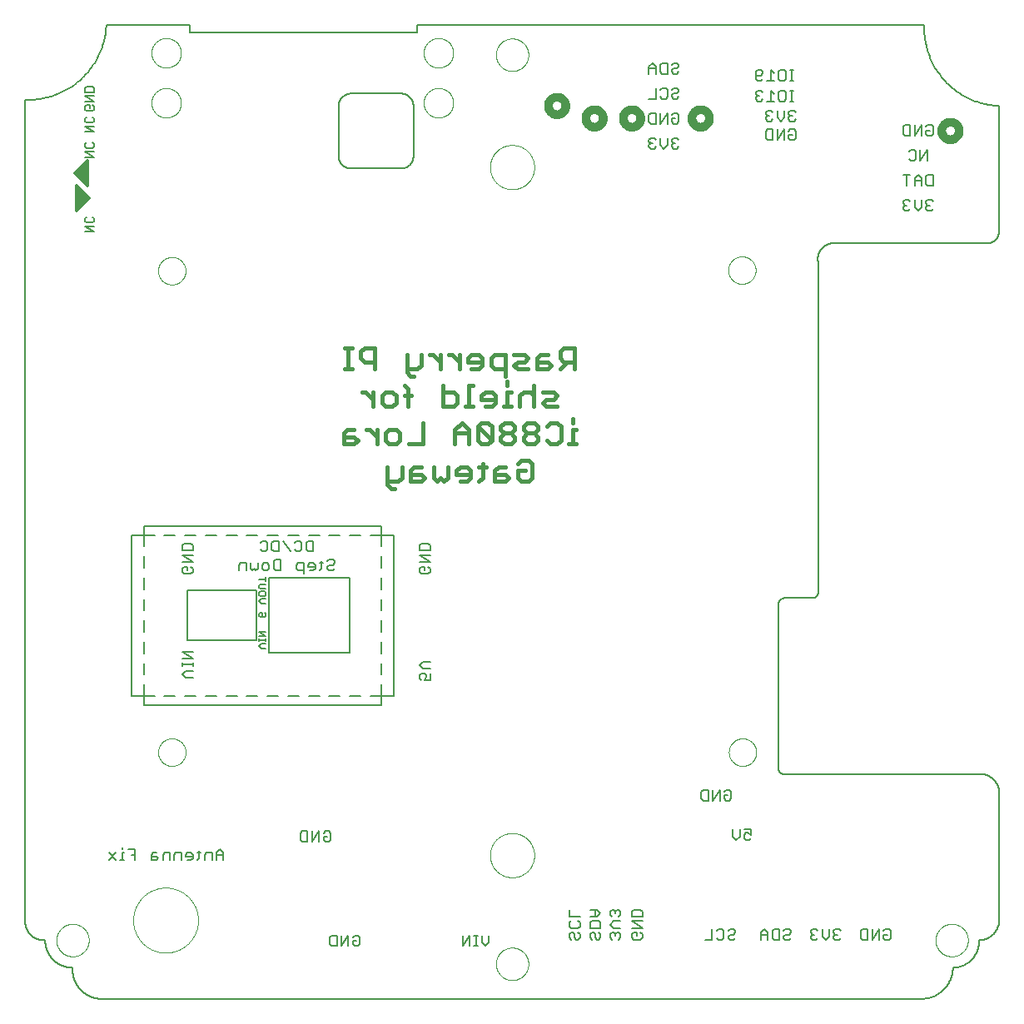
<source format=gbo>
G75*
%MOIN*%
%OFA0B0*%
%FSLAX25Y25*%
%IPPOS*%
%LPD*%
%AMOC8*
5,1,8,0,0,1.08239X$1,22.5*
%
%ADD10C,0.00600*%
%ADD11C,0.00000*%
%ADD12C,0.01500*%
%ADD13C,0.00800*%
%ADD14C,0.03200*%
%ADD15C,0.01200*%
%ADD16C,0.00500*%
D10*
X0062095Y0042600D02*
X0062095Y0371600D01*
X0086166Y0370802D02*
X0089569Y0370802D01*
X0086166Y0373070D01*
X0089569Y0373070D01*
X0089569Y0374485D02*
X0089569Y0376186D01*
X0089002Y0376753D01*
X0086733Y0376753D01*
X0086166Y0376186D01*
X0086166Y0374485D01*
X0089569Y0374485D01*
X0089002Y0369387D02*
X0089569Y0368820D01*
X0089569Y0367686D01*
X0089002Y0367118D01*
X0086733Y0367118D01*
X0086166Y0367686D01*
X0086166Y0368820D01*
X0086733Y0369387D01*
X0087867Y0369387D01*
X0087867Y0368253D01*
X0086733Y0364662D02*
X0086166Y0364095D01*
X0086166Y0362960D01*
X0086733Y0362393D01*
X0089002Y0362393D01*
X0089569Y0362960D01*
X0089569Y0364095D01*
X0089002Y0364662D01*
X0089569Y0360979D02*
X0086166Y0360979D01*
X0089569Y0358710D01*
X0086166Y0358710D01*
X0086733Y0354412D02*
X0086166Y0353845D01*
X0086166Y0352710D01*
X0086733Y0352143D01*
X0089002Y0352143D01*
X0089569Y0352710D01*
X0089569Y0353845D01*
X0089002Y0354412D01*
X0089569Y0350729D02*
X0086166Y0350729D01*
X0089569Y0348460D01*
X0086166Y0348460D01*
X0086692Y0324675D02*
X0086124Y0324108D01*
X0086124Y0322974D01*
X0086692Y0322407D01*
X0088960Y0322407D01*
X0089527Y0322974D01*
X0089527Y0324108D01*
X0088960Y0324675D01*
X0089527Y0320992D02*
X0086124Y0320992D01*
X0089527Y0318724D01*
X0086124Y0318724D01*
X0128095Y0398600D02*
X0128095Y0401600D01*
X0094595Y0401600D01*
X0094555Y0400833D01*
X0094496Y0400068D01*
X0094418Y0399304D01*
X0094322Y0398543D01*
X0094207Y0397784D01*
X0094073Y0397028D01*
X0093921Y0396276D01*
X0093751Y0395527D01*
X0093562Y0394783D01*
X0093355Y0394044D01*
X0093130Y0393311D01*
X0092887Y0392582D01*
X0092626Y0391861D01*
X0092347Y0391145D01*
X0092051Y0390437D01*
X0091738Y0389736D01*
X0091408Y0389043D01*
X0091060Y0388359D01*
X0090696Y0387683D01*
X0090316Y0387016D01*
X0089919Y0386359D01*
X0089506Y0385712D01*
X0089078Y0385075D01*
X0088634Y0384449D01*
X0088175Y0383834D01*
X0087701Y0383230D01*
X0087212Y0382639D01*
X0086709Y0382059D01*
X0086191Y0381492D01*
X0085660Y0380938D01*
X0085116Y0380397D01*
X0084558Y0379869D01*
X0083988Y0379355D01*
X0083405Y0378856D01*
X0082810Y0378371D01*
X0082204Y0377900D01*
X0081586Y0377445D01*
X0080957Y0377005D01*
X0080317Y0376581D01*
X0079667Y0376172D01*
X0079008Y0375780D01*
X0078339Y0375403D01*
X0077660Y0375044D01*
X0076974Y0374701D01*
X0076279Y0374375D01*
X0075576Y0374066D01*
X0074866Y0373774D01*
X0074149Y0373500D01*
X0073425Y0373244D01*
X0072696Y0373006D01*
X0071961Y0372785D01*
X0071220Y0372583D01*
X0070475Y0372399D01*
X0069726Y0372233D01*
X0068972Y0372085D01*
X0068216Y0371957D01*
X0067456Y0371846D01*
X0066694Y0371755D01*
X0065930Y0371682D01*
X0065164Y0371628D01*
X0064397Y0371593D01*
X0063630Y0371576D01*
X0062862Y0371579D01*
X0062095Y0371600D01*
X0128095Y0398600D02*
X0219095Y0398600D01*
X0219095Y0401600D01*
X0422095Y0401600D01*
X0422074Y0400845D01*
X0422071Y0400089D01*
X0422087Y0399333D01*
X0422120Y0398578D01*
X0422172Y0397824D01*
X0422242Y0397072D01*
X0422331Y0396321D01*
X0422437Y0395573D01*
X0422561Y0394827D01*
X0422704Y0394085D01*
X0422864Y0393346D01*
X0423042Y0392612D01*
X0423238Y0391882D01*
X0423452Y0391157D01*
X0423682Y0390437D01*
X0423931Y0389724D01*
X0424196Y0389016D01*
X0424478Y0388315D01*
X0424778Y0387621D01*
X0425094Y0386934D01*
X0425426Y0386255D01*
X0425775Y0385585D01*
X0426140Y0384923D01*
X0426520Y0384270D01*
X0426917Y0383627D01*
X0427328Y0382993D01*
X0427755Y0382369D01*
X0428197Y0381756D01*
X0428654Y0381154D01*
X0429125Y0380563D01*
X0429610Y0379984D01*
X0430109Y0379416D01*
X0430622Y0378861D01*
X0431148Y0378318D01*
X0431687Y0377788D01*
X0432238Y0377271D01*
X0432802Y0376768D01*
X0433378Y0376278D01*
X0433965Y0375803D01*
X0434564Y0375342D01*
X0435174Y0374895D01*
X0435794Y0374464D01*
X0436425Y0374047D01*
X0437066Y0373646D01*
X0437716Y0373260D01*
X0438375Y0372891D01*
X0439043Y0372537D01*
X0439719Y0372199D01*
X0440403Y0371878D01*
X0441095Y0371574D01*
X0441794Y0371286D01*
X0442499Y0371016D01*
X0443211Y0370762D01*
X0443929Y0370526D01*
X0444653Y0370307D01*
X0445381Y0370106D01*
X0446114Y0369922D01*
X0446852Y0369756D01*
X0447593Y0369609D01*
X0448337Y0369479D01*
X0449085Y0369367D01*
X0449835Y0369273D01*
X0450587Y0369197D01*
X0451340Y0369139D01*
X0452095Y0369100D01*
X0452095Y0319100D01*
X0452093Y0318960D01*
X0452087Y0318820D01*
X0452077Y0318680D01*
X0452064Y0318540D01*
X0452046Y0318401D01*
X0452024Y0318262D01*
X0451999Y0318125D01*
X0451970Y0317987D01*
X0451937Y0317851D01*
X0451900Y0317716D01*
X0451859Y0317582D01*
X0451814Y0317449D01*
X0451766Y0317317D01*
X0451714Y0317187D01*
X0451659Y0317058D01*
X0451600Y0316931D01*
X0451537Y0316805D01*
X0451471Y0316681D01*
X0451402Y0316560D01*
X0451329Y0316440D01*
X0451252Y0316322D01*
X0451173Y0316207D01*
X0451090Y0316093D01*
X0451004Y0315983D01*
X0450915Y0315874D01*
X0450823Y0315768D01*
X0450728Y0315665D01*
X0450631Y0315564D01*
X0450530Y0315467D01*
X0450427Y0315372D01*
X0450321Y0315280D01*
X0450212Y0315191D01*
X0450102Y0315105D01*
X0449988Y0315022D01*
X0449873Y0314943D01*
X0449755Y0314866D01*
X0449635Y0314793D01*
X0449514Y0314724D01*
X0449390Y0314658D01*
X0449264Y0314595D01*
X0449137Y0314536D01*
X0449008Y0314481D01*
X0448878Y0314429D01*
X0448746Y0314381D01*
X0448613Y0314336D01*
X0448479Y0314295D01*
X0448344Y0314258D01*
X0448208Y0314225D01*
X0448070Y0314196D01*
X0447933Y0314171D01*
X0447794Y0314149D01*
X0447655Y0314131D01*
X0447515Y0314118D01*
X0447375Y0314108D01*
X0447235Y0314102D01*
X0447095Y0314100D01*
X0384595Y0314100D01*
X0384440Y0314067D01*
X0384285Y0314030D01*
X0384131Y0313989D01*
X0383979Y0313945D01*
X0383827Y0313896D01*
X0383677Y0313844D01*
X0383529Y0313788D01*
X0383381Y0313729D01*
X0383235Y0313665D01*
X0383091Y0313598D01*
X0382949Y0313528D01*
X0382808Y0313454D01*
X0382669Y0313377D01*
X0382533Y0313296D01*
X0382398Y0313211D01*
X0382265Y0313124D01*
X0382135Y0313033D01*
X0382007Y0312939D01*
X0381881Y0312842D01*
X0381758Y0312741D01*
X0381637Y0312638D01*
X0381519Y0312531D01*
X0381404Y0312422D01*
X0381291Y0312310D01*
X0381182Y0312195D01*
X0381075Y0312077D01*
X0380971Y0311957D01*
X0380870Y0311834D01*
X0380772Y0311709D01*
X0380677Y0311581D01*
X0380586Y0311451D01*
X0380498Y0311319D01*
X0380413Y0311185D01*
X0380332Y0311048D01*
X0380254Y0310910D01*
X0380179Y0310770D01*
X0380108Y0310627D01*
X0380041Y0310484D01*
X0379977Y0310338D01*
X0379916Y0310191D01*
X0379860Y0310042D01*
X0379807Y0309893D01*
X0379758Y0309741D01*
X0379713Y0309589D01*
X0379671Y0309436D01*
X0379634Y0309281D01*
X0379600Y0309126D01*
X0379570Y0308970D01*
X0379544Y0308813D01*
X0379522Y0308656D01*
X0379504Y0308498D01*
X0379490Y0308339D01*
X0379480Y0308181D01*
X0379473Y0308022D01*
X0379471Y0307863D01*
X0379473Y0307704D01*
X0379478Y0307545D01*
X0379488Y0307387D01*
X0379501Y0307228D01*
X0379519Y0307071D01*
X0379540Y0306913D01*
X0379566Y0306756D01*
X0379595Y0306600D01*
X0379595Y0174100D01*
X0379583Y0174007D01*
X0379567Y0173915D01*
X0379547Y0173824D01*
X0379523Y0173733D01*
X0379496Y0173644D01*
X0379465Y0173555D01*
X0379430Y0173468D01*
X0379392Y0173383D01*
X0379350Y0173299D01*
X0379305Y0173217D01*
X0379257Y0173137D01*
X0379205Y0173059D01*
X0379150Y0172983D01*
X0379092Y0172910D01*
X0379031Y0172839D01*
X0378967Y0172771D01*
X0378900Y0172705D01*
X0378831Y0172642D01*
X0378759Y0172582D01*
X0378685Y0172525D01*
X0378608Y0172471D01*
X0378530Y0172421D01*
X0378449Y0172373D01*
X0378366Y0172330D01*
X0378282Y0172289D01*
X0378196Y0172252D01*
X0378109Y0172219D01*
X0378020Y0172189D01*
X0377930Y0172163D01*
X0377839Y0172141D01*
X0377747Y0172122D01*
X0377655Y0172107D01*
X0377562Y0172096D01*
X0377469Y0172089D01*
X0377375Y0172086D01*
X0377282Y0172087D01*
X0377188Y0172091D01*
X0377095Y0172100D01*
X0366095Y0172100D01*
X0365992Y0172088D01*
X0365890Y0172073D01*
X0365789Y0172054D01*
X0365688Y0172032D01*
X0365588Y0172005D01*
X0365489Y0171975D01*
X0365392Y0171941D01*
X0365296Y0171904D01*
X0365201Y0171863D01*
X0365108Y0171818D01*
X0365016Y0171770D01*
X0364927Y0171719D01*
X0364839Y0171664D01*
X0364754Y0171606D01*
X0364670Y0171545D01*
X0364590Y0171481D01*
X0364511Y0171414D01*
X0364435Y0171344D01*
X0364362Y0171271D01*
X0364292Y0171196D01*
X0364224Y0171118D01*
X0364159Y0171037D01*
X0364098Y0170954D01*
X0364039Y0170869D01*
X0363984Y0170782D01*
X0363932Y0170692D01*
X0363884Y0170601D01*
X0363839Y0170508D01*
X0363797Y0170414D01*
X0363759Y0170318D01*
X0363725Y0170220D01*
X0363694Y0170122D01*
X0363667Y0170022D01*
X0363644Y0169922D01*
X0363624Y0169820D01*
X0363609Y0169718D01*
X0363597Y0169616D01*
X0363589Y0169513D01*
X0363585Y0169409D01*
X0363584Y0169306D01*
X0363588Y0169203D01*
X0363595Y0169100D01*
X0363595Y0104100D01*
X0363597Y0104002D01*
X0363603Y0103904D01*
X0363612Y0103806D01*
X0363626Y0103709D01*
X0363643Y0103612D01*
X0363664Y0103516D01*
X0363689Y0103421D01*
X0363717Y0103327D01*
X0363750Y0103235D01*
X0363785Y0103143D01*
X0363825Y0103053D01*
X0363867Y0102965D01*
X0363914Y0102878D01*
X0363963Y0102794D01*
X0364016Y0102711D01*
X0364072Y0102631D01*
X0364132Y0102552D01*
X0364194Y0102476D01*
X0364259Y0102403D01*
X0364327Y0102332D01*
X0364398Y0102264D01*
X0364471Y0102199D01*
X0364547Y0102137D01*
X0364626Y0102077D01*
X0364706Y0102021D01*
X0364789Y0101968D01*
X0364873Y0101919D01*
X0364960Y0101872D01*
X0365048Y0101830D01*
X0365138Y0101790D01*
X0365230Y0101755D01*
X0365322Y0101722D01*
X0365416Y0101694D01*
X0365511Y0101669D01*
X0365607Y0101648D01*
X0365704Y0101631D01*
X0365801Y0101617D01*
X0365899Y0101608D01*
X0365997Y0101602D01*
X0366095Y0101600D01*
X0444595Y0101600D01*
X0444776Y0101598D01*
X0444957Y0101591D01*
X0445138Y0101580D01*
X0445319Y0101565D01*
X0445499Y0101545D01*
X0445679Y0101521D01*
X0445858Y0101493D01*
X0446036Y0101460D01*
X0446213Y0101423D01*
X0446390Y0101382D01*
X0446565Y0101337D01*
X0446740Y0101287D01*
X0446913Y0101233D01*
X0447084Y0101175D01*
X0447255Y0101113D01*
X0447423Y0101046D01*
X0447590Y0100976D01*
X0447756Y0100902D01*
X0447919Y0100823D01*
X0448080Y0100741D01*
X0448240Y0100655D01*
X0448397Y0100565D01*
X0448552Y0100471D01*
X0448705Y0100374D01*
X0448855Y0100272D01*
X0449003Y0100168D01*
X0449149Y0100059D01*
X0449291Y0099948D01*
X0449431Y0099832D01*
X0449568Y0099714D01*
X0449703Y0099592D01*
X0449834Y0099467D01*
X0449962Y0099339D01*
X0450087Y0099208D01*
X0450209Y0099073D01*
X0450327Y0098936D01*
X0450443Y0098796D01*
X0450554Y0098654D01*
X0450663Y0098508D01*
X0450767Y0098360D01*
X0450869Y0098210D01*
X0450966Y0098057D01*
X0451060Y0097902D01*
X0451150Y0097745D01*
X0451236Y0097585D01*
X0451318Y0097424D01*
X0451397Y0097261D01*
X0451471Y0097095D01*
X0451541Y0096928D01*
X0451608Y0096760D01*
X0451670Y0096589D01*
X0451728Y0096418D01*
X0451782Y0096245D01*
X0451832Y0096070D01*
X0451877Y0095895D01*
X0451918Y0095718D01*
X0451955Y0095541D01*
X0451988Y0095363D01*
X0452016Y0095184D01*
X0452040Y0095004D01*
X0452060Y0094824D01*
X0452075Y0094643D01*
X0452086Y0094462D01*
X0452093Y0094281D01*
X0452095Y0094100D01*
X0452095Y0044100D01*
X0452111Y0043900D01*
X0452122Y0043701D01*
X0452128Y0043500D01*
X0452129Y0043300D01*
X0452125Y0043100D01*
X0452117Y0042900D01*
X0452103Y0042700D01*
X0452085Y0042501D01*
X0452062Y0042302D01*
X0452035Y0042104D01*
X0452002Y0041906D01*
X0451965Y0041710D01*
X0451923Y0041514D01*
X0451876Y0041319D01*
X0451825Y0041126D01*
X0451769Y0040934D01*
X0451708Y0040743D01*
X0451643Y0040554D01*
X0451573Y0040366D01*
X0451499Y0040180D01*
X0451420Y0039996D01*
X0451336Y0039814D01*
X0451249Y0039634D01*
X0451157Y0039456D01*
X0451061Y0039281D01*
X0450960Y0039108D01*
X0450856Y0038937D01*
X0450747Y0038769D01*
X0450634Y0038603D01*
X0450518Y0038441D01*
X0450397Y0038281D01*
X0450273Y0038124D01*
X0450144Y0037970D01*
X0450013Y0037820D01*
X0449877Y0037672D01*
X0449738Y0037528D01*
X0449596Y0037387D01*
X0449450Y0037250D01*
X0449301Y0037116D01*
X0449149Y0036986D01*
X0448993Y0036860D01*
X0448835Y0036738D01*
X0448674Y0036619D01*
X0448510Y0036504D01*
X0448343Y0036394D01*
X0448174Y0036287D01*
X0448002Y0036184D01*
X0447827Y0036086D01*
X0447651Y0035992D01*
X0447472Y0035902D01*
X0447291Y0035817D01*
X0447108Y0035736D01*
X0446923Y0035659D01*
X0446736Y0035587D01*
X0446548Y0035519D01*
X0446358Y0035456D01*
X0446166Y0035398D01*
X0445973Y0035344D01*
X0445779Y0035295D01*
X0445584Y0035251D01*
X0445388Y0035211D01*
X0445191Y0035176D01*
X0444993Y0035146D01*
X0444794Y0035121D01*
X0444595Y0035100D01*
X0444095Y0035100D01*
X0444098Y0034840D01*
X0444095Y0034580D01*
X0444085Y0034321D01*
X0444069Y0034061D01*
X0444047Y0033802D01*
X0444018Y0033544D01*
X0443984Y0033287D01*
X0443943Y0033030D01*
X0443896Y0032774D01*
X0443843Y0032520D01*
X0443783Y0032267D01*
X0443718Y0032016D01*
X0443646Y0031766D01*
X0443569Y0031518D01*
X0443485Y0031272D01*
X0443396Y0031028D01*
X0443300Y0030786D01*
X0443199Y0030547D01*
X0443092Y0030310D01*
X0442980Y0030076D01*
X0442862Y0029844D01*
X0442738Y0029616D01*
X0442609Y0029390D01*
X0442474Y0029168D01*
X0442334Y0028949D01*
X0442189Y0028734D01*
X0442039Y0028522D01*
X0441883Y0028313D01*
X0441723Y0028109D01*
X0441557Y0027908D01*
X0441387Y0027712D01*
X0441212Y0027520D01*
X0441033Y0027332D01*
X0440849Y0027148D01*
X0440661Y0026969D01*
X0440468Y0026795D01*
X0440271Y0026625D01*
X0440071Y0026460D01*
X0439866Y0026300D01*
X0439657Y0026145D01*
X0439445Y0025995D01*
X0439230Y0025850D01*
X0439010Y0025710D01*
X0438788Y0025576D01*
X0438562Y0025447D01*
X0438333Y0025324D01*
X0438102Y0025206D01*
X0437867Y0025094D01*
X0437630Y0024988D01*
X0437391Y0024887D01*
X0437149Y0024792D01*
X0436905Y0024703D01*
X0436659Y0024620D01*
X0436410Y0024543D01*
X0436160Y0024472D01*
X0435909Y0024407D01*
X0435656Y0024348D01*
X0435401Y0024295D01*
X0435146Y0024249D01*
X0434889Y0024208D01*
X0434631Y0024174D01*
X0434373Y0024146D01*
X0434114Y0024125D01*
X0433855Y0024109D01*
X0433595Y0024100D01*
X0433585Y0023792D01*
X0433568Y0023484D01*
X0433543Y0023177D01*
X0433511Y0022871D01*
X0433471Y0022565D01*
X0433425Y0022260D01*
X0433370Y0021957D01*
X0433309Y0021655D01*
X0433240Y0021355D01*
X0433164Y0021056D01*
X0433081Y0020759D01*
X0432991Y0020465D01*
X0432893Y0020172D01*
X0432789Y0019883D01*
X0432677Y0019595D01*
X0432559Y0019311D01*
X0432434Y0019029D01*
X0432302Y0018751D01*
X0432163Y0018475D01*
X0432018Y0018204D01*
X0431866Y0017935D01*
X0431708Y0017671D01*
X0431543Y0017410D01*
X0431373Y0017154D01*
X0431196Y0016902D01*
X0431013Y0016654D01*
X0430824Y0016410D01*
X0430629Y0016172D01*
X0430428Y0015937D01*
X0430222Y0015708D01*
X0430011Y0015484D01*
X0429794Y0015265D01*
X0429572Y0015052D01*
X0429345Y0014844D01*
X0429112Y0014641D01*
X0428875Y0014444D01*
X0428634Y0014253D01*
X0428387Y0014068D01*
X0428137Y0013888D01*
X0427882Y0013715D01*
X0427623Y0013548D01*
X0427360Y0013388D01*
X0427093Y0013234D01*
X0426823Y0013086D01*
X0426549Y0012945D01*
X0426271Y0012810D01*
X0425991Y0012682D01*
X0425708Y0012561D01*
X0425421Y0012447D01*
X0425132Y0012340D01*
X0424841Y0012240D01*
X0424547Y0012147D01*
X0424251Y0012061D01*
X0423953Y0011983D01*
X0423653Y0011911D01*
X0423352Y0011847D01*
X0423049Y0011790D01*
X0422745Y0011740D01*
X0422440Y0011698D01*
X0422134Y0011663D01*
X0421827Y0011636D01*
X0421519Y0011616D01*
X0421211Y0011603D01*
X0420903Y0011598D01*
X0420595Y0011600D01*
X0092095Y0011600D01*
X0091811Y0011621D01*
X0091528Y0011650D01*
X0091246Y0011685D01*
X0090964Y0011727D01*
X0090684Y0011776D01*
X0090405Y0011832D01*
X0090127Y0011894D01*
X0089851Y0011963D01*
X0089577Y0012039D01*
X0089305Y0012121D01*
X0089035Y0012210D01*
X0088766Y0012305D01*
X0088501Y0012407D01*
X0088238Y0012515D01*
X0087977Y0012629D01*
X0087719Y0012750D01*
X0087465Y0012877D01*
X0087213Y0013010D01*
X0086965Y0013149D01*
X0086720Y0013294D01*
X0086479Y0013445D01*
X0086242Y0013602D01*
X0086008Y0013764D01*
X0085778Y0013932D01*
X0085553Y0014106D01*
X0085332Y0014285D01*
X0085115Y0014469D01*
X0084903Y0014658D01*
X0084695Y0014853D01*
X0084492Y0015052D01*
X0084294Y0015257D01*
X0084101Y0015466D01*
X0083913Y0015679D01*
X0083730Y0015897D01*
X0083553Y0016120D01*
X0083381Y0016346D01*
X0083214Y0016577D01*
X0083053Y0016812D01*
X0082898Y0017050D01*
X0082749Y0017292D01*
X0082605Y0017538D01*
X0082468Y0017787D01*
X0082337Y0018040D01*
X0082211Y0018295D01*
X0082092Y0018554D01*
X0081980Y0018815D01*
X0081873Y0019079D01*
X0081773Y0019345D01*
X0081680Y0019614D01*
X0081593Y0019885D01*
X0081512Y0020158D01*
X0081438Y0020432D01*
X0081371Y0020709D01*
X0081311Y0020987D01*
X0081257Y0021266D01*
X0081210Y0021547D01*
X0081170Y0021829D01*
X0081136Y0022111D01*
X0081110Y0022394D01*
X0081090Y0022678D01*
X0081077Y0022962D01*
X0081071Y0023247D01*
X0081072Y0023531D01*
X0081080Y0023816D01*
X0081095Y0024100D01*
X0080829Y0024103D01*
X0080564Y0024113D01*
X0080298Y0024129D01*
X0080033Y0024151D01*
X0079769Y0024180D01*
X0079506Y0024215D01*
X0079243Y0024257D01*
X0078982Y0024305D01*
X0078721Y0024359D01*
X0078463Y0024420D01*
X0078205Y0024486D01*
X0077950Y0024559D01*
X0077696Y0024638D01*
X0077444Y0024724D01*
X0077194Y0024815D01*
X0076947Y0024912D01*
X0076702Y0025015D01*
X0076460Y0025124D01*
X0076220Y0025239D01*
X0075983Y0025360D01*
X0075749Y0025486D01*
X0075518Y0025618D01*
X0075291Y0025756D01*
X0075067Y0025899D01*
X0074846Y0026047D01*
X0074629Y0026201D01*
X0074416Y0026360D01*
X0074207Y0026524D01*
X0074002Y0026693D01*
X0073801Y0026866D01*
X0073604Y0027045D01*
X0073411Y0027228D01*
X0073223Y0027416D01*
X0073040Y0027609D01*
X0072861Y0027806D01*
X0072688Y0028007D01*
X0072519Y0028212D01*
X0072355Y0028421D01*
X0072196Y0028634D01*
X0072042Y0028851D01*
X0071894Y0029072D01*
X0071751Y0029296D01*
X0071613Y0029523D01*
X0071481Y0029754D01*
X0071355Y0029988D01*
X0071234Y0030225D01*
X0071119Y0030465D01*
X0071010Y0030707D01*
X0070907Y0030952D01*
X0070810Y0031199D01*
X0070719Y0031449D01*
X0070633Y0031701D01*
X0070554Y0031955D01*
X0070481Y0032210D01*
X0070415Y0032468D01*
X0070354Y0032726D01*
X0070300Y0032987D01*
X0070252Y0033248D01*
X0070210Y0033511D01*
X0070175Y0033774D01*
X0070146Y0034038D01*
X0070124Y0034303D01*
X0070108Y0034569D01*
X0070098Y0034834D01*
X0070095Y0035100D01*
X0069595Y0035100D01*
X0069414Y0035102D01*
X0069233Y0035109D01*
X0069052Y0035120D01*
X0068871Y0035135D01*
X0068691Y0035155D01*
X0068511Y0035179D01*
X0068332Y0035207D01*
X0068154Y0035240D01*
X0067977Y0035277D01*
X0067800Y0035318D01*
X0067625Y0035363D01*
X0067450Y0035413D01*
X0067277Y0035467D01*
X0067106Y0035525D01*
X0066935Y0035587D01*
X0066767Y0035654D01*
X0066600Y0035724D01*
X0066434Y0035798D01*
X0066271Y0035877D01*
X0066110Y0035959D01*
X0065950Y0036045D01*
X0065793Y0036135D01*
X0065638Y0036229D01*
X0065485Y0036326D01*
X0065335Y0036428D01*
X0065187Y0036532D01*
X0065041Y0036641D01*
X0064899Y0036752D01*
X0064759Y0036868D01*
X0064622Y0036986D01*
X0064487Y0037108D01*
X0064356Y0037233D01*
X0064228Y0037361D01*
X0064103Y0037492D01*
X0063981Y0037627D01*
X0063863Y0037764D01*
X0063747Y0037904D01*
X0063636Y0038046D01*
X0063527Y0038192D01*
X0063423Y0038340D01*
X0063321Y0038490D01*
X0063224Y0038643D01*
X0063130Y0038798D01*
X0063040Y0038955D01*
X0062954Y0039115D01*
X0062872Y0039276D01*
X0062793Y0039439D01*
X0062719Y0039605D01*
X0062649Y0039772D01*
X0062582Y0039940D01*
X0062520Y0040111D01*
X0062462Y0040282D01*
X0062408Y0040455D01*
X0062358Y0040630D01*
X0062313Y0040805D01*
X0062272Y0040982D01*
X0062235Y0041159D01*
X0062202Y0041337D01*
X0062174Y0041516D01*
X0062150Y0041696D01*
X0062130Y0041876D01*
X0062115Y0042057D01*
X0062104Y0042238D01*
X0062097Y0042419D01*
X0062095Y0042600D01*
X0109595Y0129350D02*
X0109595Y0132850D01*
X0109595Y0137468D01*
X0109595Y0141405D02*
X0109595Y0146022D01*
X0109595Y0149959D02*
X0109595Y0154577D01*
X0109595Y0158514D02*
X0109595Y0163131D01*
X0109595Y0167069D02*
X0109595Y0171686D01*
X0109595Y0175623D02*
X0109595Y0180241D01*
X0109595Y0184178D02*
X0109595Y0188795D01*
X0109595Y0192732D02*
X0109595Y0197350D01*
X0109595Y0200850D01*
X0204595Y0200850D01*
X0204595Y0197350D01*
X0204595Y0192732D01*
X0204595Y0188795D02*
X0204595Y0184178D01*
X0204595Y0180241D02*
X0204595Y0175623D01*
X0204595Y0171686D02*
X0204595Y0167069D01*
X0204595Y0163131D02*
X0204595Y0158514D01*
X0204595Y0154577D02*
X0204595Y0149959D01*
X0204595Y0146022D02*
X0204595Y0141405D01*
X0204595Y0137468D02*
X0204595Y0132850D01*
X0204595Y0129350D01*
X0109595Y0129350D01*
X0109595Y0132850D02*
X0104595Y0132850D01*
X0104595Y0197350D01*
X0109595Y0197350D01*
X0113903Y0197350D01*
X0117840Y0197350D02*
X0122148Y0197350D01*
X0126085Y0197350D02*
X0130392Y0197350D01*
X0134329Y0197350D02*
X0138637Y0197350D01*
X0142574Y0197350D02*
X0146882Y0197350D01*
X0150819Y0197350D02*
X0155127Y0197350D01*
X0159064Y0197350D02*
X0163371Y0197350D01*
X0167308Y0197350D02*
X0171616Y0197350D01*
X0175553Y0197350D02*
X0179861Y0197350D01*
X0183798Y0197350D02*
X0188106Y0197350D01*
X0192043Y0197350D02*
X0196350Y0197350D01*
X0200287Y0197350D02*
X0204595Y0197350D01*
X0209595Y0197350D01*
X0209595Y0132850D01*
X0204595Y0132850D01*
X0200287Y0132850D01*
X0196350Y0132850D02*
X0192043Y0132850D01*
X0188106Y0132850D02*
X0183798Y0132850D01*
X0179861Y0132850D02*
X0175553Y0132850D01*
X0171616Y0132850D02*
X0167308Y0132850D01*
X0163371Y0132850D02*
X0159064Y0132850D01*
X0155127Y0132850D02*
X0150819Y0132850D01*
X0146882Y0132850D02*
X0142574Y0132850D01*
X0138637Y0132850D02*
X0134329Y0132850D01*
X0130392Y0132850D02*
X0126085Y0132850D01*
X0122148Y0132850D02*
X0117840Y0132850D01*
X0113903Y0132850D02*
X0109595Y0132850D01*
X0127095Y0155350D02*
X0127095Y0175350D01*
X0154595Y0175350D01*
X0154595Y0155350D01*
X0127095Y0155350D01*
X0159595Y0150350D02*
X0192095Y0150350D01*
X0192095Y0180350D01*
X0159595Y0180350D01*
X0159595Y0150350D01*
X0192595Y0344100D02*
X0212595Y0344100D01*
X0212735Y0344102D01*
X0212875Y0344108D01*
X0213015Y0344118D01*
X0213155Y0344131D01*
X0213294Y0344149D01*
X0213433Y0344171D01*
X0213570Y0344196D01*
X0213708Y0344225D01*
X0213844Y0344258D01*
X0213979Y0344295D01*
X0214113Y0344336D01*
X0214246Y0344381D01*
X0214378Y0344429D01*
X0214508Y0344481D01*
X0214637Y0344536D01*
X0214764Y0344595D01*
X0214890Y0344658D01*
X0215014Y0344724D01*
X0215135Y0344793D01*
X0215255Y0344866D01*
X0215373Y0344943D01*
X0215488Y0345022D01*
X0215602Y0345105D01*
X0215712Y0345191D01*
X0215821Y0345280D01*
X0215927Y0345372D01*
X0216030Y0345467D01*
X0216131Y0345564D01*
X0216228Y0345665D01*
X0216323Y0345768D01*
X0216415Y0345874D01*
X0216504Y0345983D01*
X0216590Y0346093D01*
X0216673Y0346207D01*
X0216752Y0346322D01*
X0216829Y0346440D01*
X0216902Y0346560D01*
X0216971Y0346681D01*
X0217037Y0346805D01*
X0217100Y0346931D01*
X0217159Y0347058D01*
X0217214Y0347187D01*
X0217266Y0347317D01*
X0217314Y0347449D01*
X0217359Y0347582D01*
X0217400Y0347716D01*
X0217437Y0347851D01*
X0217470Y0347987D01*
X0217499Y0348125D01*
X0217524Y0348262D01*
X0217546Y0348401D01*
X0217564Y0348540D01*
X0217577Y0348680D01*
X0217587Y0348820D01*
X0217593Y0348960D01*
X0217595Y0349100D01*
X0217595Y0369100D01*
X0217593Y0369240D01*
X0217587Y0369380D01*
X0217577Y0369520D01*
X0217564Y0369660D01*
X0217546Y0369799D01*
X0217524Y0369938D01*
X0217499Y0370075D01*
X0217470Y0370213D01*
X0217437Y0370349D01*
X0217400Y0370484D01*
X0217359Y0370618D01*
X0217314Y0370751D01*
X0217266Y0370883D01*
X0217214Y0371013D01*
X0217159Y0371142D01*
X0217100Y0371269D01*
X0217037Y0371395D01*
X0216971Y0371519D01*
X0216902Y0371640D01*
X0216829Y0371760D01*
X0216752Y0371878D01*
X0216673Y0371993D01*
X0216590Y0372107D01*
X0216504Y0372217D01*
X0216415Y0372326D01*
X0216323Y0372432D01*
X0216228Y0372535D01*
X0216131Y0372636D01*
X0216030Y0372733D01*
X0215927Y0372828D01*
X0215821Y0372920D01*
X0215712Y0373009D01*
X0215602Y0373095D01*
X0215488Y0373178D01*
X0215373Y0373257D01*
X0215255Y0373334D01*
X0215135Y0373407D01*
X0215014Y0373476D01*
X0214890Y0373542D01*
X0214764Y0373605D01*
X0214637Y0373664D01*
X0214508Y0373719D01*
X0214378Y0373771D01*
X0214246Y0373819D01*
X0214113Y0373864D01*
X0213979Y0373905D01*
X0213844Y0373942D01*
X0213708Y0373975D01*
X0213570Y0374004D01*
X0213433Y0374029D01*
X0213294Y0374051D01*
X0213155Y0374069D01*
X0213015Y0374082D01*
X0212875Y0374092D01*
X0212735Y0374098D01*
X0212595Y0374100D01*
X0192595Y0374100D01*
X0192455Y0374098D01*
X0192315Y0374092D01*
X0192175Y0374082D01*
X0192035Y0374069D01*
X0191896Y0374051D01*
X0191757Y0374029D01*
X0191620Y0374004D01*
X0191482Y0373975D01*
X0191346Y0373942D01*
X0191211Y0373905D01*
X0191077Y0373864D01*
X0190944Y0373819D01*
X0190812Y0373771D01*
X0190682Y0373719D01*
X0190553Y0373664D01*
X0190426Y0373605D01*
X0190300Y0373542D01*
X0190176Y0373476D01*
X0190055Y0373407D01*
X0189935Y0373334D01*
X0189817Y0373257D01*
X0189702Y0373178D01*
X0189588Y0373095D01*
X0189478Y0373009D01*
X0189369Y0372920D01*
X0189263Y0372828D01*
X0189160Y0372733D01*
X0189059Y0372636D01*
X0188962Y0372535D01*
X0188867Y0372432D01*
X0188775Y0372326D01*
X0188686Y0372217D01*
X0188600Y0372107D01*
X0188517Y0371993D01*
X0188438Y0371878D01*
X0188361Y0371760D01*
X0188288Y0371640D01*
X0188219Y0371519D01*
X0188153Y0371395D01*
X0188090Y0371269D01*
X0188031Y0371142D01*
X0187976Y0371013D01*
X0187924Y0370883D01*
X0187876Y0370751D01*
X0187831Y0370618D01*
X0187790Y0370484D01*
X0187753Y0370349D01*
X0187720Y0370213D01*
X0187691Y0370075D01*
X0187666Y0369938D01*
X0187644Y0369799D01*
X0187626Y0369660D01*
X0187613Y0369520D01*
X0187603Y0369380D01*
X0187597Y0369240D01*
X0187595Y0369100D01*
X0187595Y0349100D01*
X0187597Y0348960D01*
X0187603Y0348820D01*
X0187613Y0348680D01*
X0187626Y0348540D01*
X0187644Y0348401D01*
X0187666Y0348262D01*
X0187691Y0348125D01*
X0187720Y0347987D01*
X0187753Y0347851D01*
X0187790Y0347716D01*
X0187831Y0347582D01*
X0187876Y0347449D01*
X0187924Y0347317D01*
X0187976Y0347187D01*
X0188031Y0347058D01*
X0188090Y0346931D01*
X0188153Y0346805D01*
X0188219Y0346681D01*
X0188288Y0346560D01*
X0188361Y0346440D01*
X0188438Y0346322D01*
X0188517Y0346207D01*
X0188600Y0346093D01*
X0188686Y0345983D01*
X0188775Y0345874D01*
X0188867Y0345768D01*
X0188962Y0345665D01*
X0189059Y0345564D01*
X0189160Y0345467D01*
X0189263Y0345372D01*
X0189369Y0345280D01*
X0189478Y0345191D01*
X0189588Y0345105D01*
X0189702Y0345022D01*
X0189817Y0344943D01*
X0189935Y0344866D01*
X0190055Y0344793D01*
X0190176Y0344724D01*
X0190300Y0344658D01*
X0190426Y0344595D01*
X0190553Y0344536D01*
X0190682Y0344481D01*
X0190812Y0344429D01*
X0190944Y0344381D01*
X0191077Y0344336D01*
X0191211Y0344295D01*
X0191346Y0344258D01*
X0191482Y0344225D01*
X0191620Y0344196D01*
X0191757Y0344171D01*
X0191896Y0344149D01*
X0192035Y0344131D01*
X0192175Y0344118D01*
X0192315Y0344108D01*
X0192455Y0344102D01*
X0192595Y0344100D01*
D11*
X0221689Y0370350D02*
X0221691Y0370503D01*
X0221697Y0370657D01*
X0221707Y0370810D01*
X0221721Y0370962D01*
X0221739Y0371115D01*
X0221761Y0371266D01*
X0221786Y0371417D01*
X0221816Y0371568D01*
X0221850Y0371718D01*
X0221887Y0371866D01*
X0221928Y0372014D01*
X0221973Y0372160D01*
X0222022Y0372306D01*
X0222075Y0372450D01*
X0222131Y0372592D01*
X0222191Y0372733D01*
X0222255Y0372873D01*
X0222322Y0373011D01*
X0222393Y0373147D01*
X0222468Y0373281D01*
X0222545Y0373413D01*
X0222627Y0373543D01*
X0222711Y0373671D01*
X0222799Y0373797D01*
X0222890Y0373920D01*
X0222984Y0374041D01*
X0223082Y0374159D01*
X0223182Y0374275D01*
X0223286Y0374388D01*
X0223392Y0374499D01*
X0223501Y0374607D01*
X0223613Y0374712D01*
X0223727Y0374813D01*
X0223845Y0374912D01*
X0223964Y0375008D01*
X0224086Y0375101D01*
X0224211Y0375190D01*
X0224338Y0375277D01*
X0224467Y0375359D01*
X0224598Y0375439D01*
X0224731Y0375515D01*
X0224866Y0375588D01*
X0225003Y0375657D01*
X0225142Y0375722D01*
X0225282Y0375784D01*
X0225424Y0375842D01*
X0225567Y0375897D01*
X0225712Y0375948D01*
X0225858Y0375995D01*
X0226005Y0376038D01*
X0226153Y0376077D01*
X0226302Y0376113D01*
X0226452Y0376144D01*
X0226603Y0376172D01*
X0226754Y0376196D01*
X0226907Y0376216D01*
X0227059Y0376232D01*
X0227212Y0376244D01*
X0227365Y0376252D01*
X0227518Y0376256D01*
X0227672Y0376256D01*
X0227825Y0376252D01*
X0227978Y0376244D01*
X0228131Y0376232D01*
X0228283Y0376216D01*
X0228436Y0376196D01*
X0228587Y0376172D01*
X0228738Y0376144D01*
X0228888Y0376113D01*
X0229037Y0376077D01*
X0229185Y0376038D01*
X0229332Y0375995D01*
X0229478Y0375948D01*
X0229623Y0375897D01*
X0229766Y0375842D01*
X0229908Y0375784D01*
X0230048Y0375722D01*
X0230187Y0375657D01*
X0230324Y0375588D01*
X0230459Y0375515D01*
X0230592Y0375439D01*
X0230723Y0375359D01*
X0230852Y0375277D01*
X0230979Y0375190D01*
X0231104Y0375101D01*
X0231226Y0375008D01*
X0231345Y0374912D01*
X0231463Y0374813D01*
X0231577Y0374712D01*
X0231689Y0374607D01*
X0231798Y0374499D01*
X0231904Y0374388D01*
X0232008Y0374275D01*
X0232108Y0374159D01*
X0232206Y0374041D01*
X0232300Y0373920D01*
X0232391Y0373797D01*
X0232479Y0373671D01*
X0232563Y0373543D01*
X0232645Y0373413D01*
X0232722Y0373281D01*
X0232797Y0373147D01*
X0232868Y0373011D01*
X0232935Y0372873D01*
X0232999Y0372733D01*
X0233059Y0372592D01*
X0233115Y0372450D01*
X0233168Y0372306D01*
X0233217Y0372160D01*
X0233262Y0372014D01*
X0233303Y0371866D01*
X0233340Y0371718D01*
X0233374Y0371568D01*
X0233404Y0371417D01*
X0233429Y0371266D01*
X0233451Y0371115D01*
X0233469Y0370962D01*
X0233483Y0370810D01*
X0233493Y0370657D01*
X0233499Y0370503D01*
X0233501Y0370350D01*
X0233499Y0370197D01*
X0233493Y0370043D01*
X0233483Y0369890D01*
X0233469Y0369738D01*
X0233451Y0369585D01*
X0233429Y0369434D01*
X0233404Y0369283D01*
X0233374Y0369132D01*
X0233340Y0368982D01*
X0233303Y0368834D01*
X0233262Y0368686D01*
X0233217Y0368540D01*
X0233168Y0368394D01*
X0233115Y0368250D01*
X0233059Y0368108D01*
X0232999Y0367967D01*
X0232935Y0367827D01*
X0232868Y0367689D01*
X0232797Y0367553D01*
X0232722Y0367419D01*
X0232645Y0367287D01*
X0232563Y0367157D01*
X0232479Y0367029D01*
X0232391Y0366903D01*
X0232300Y0366780D01*
X0232206Y0366659D01*
X0232108Y0366541D01*
X0232008Y0366425D01*
X0231904Y0366312D01*
X0231798Y0366201D01*
X0231689Y0366093D01*
X0231577Y0365988D01*
X0231463Y0365887D01*
X0231345Y0365788D01*
X0231226Y0365692D01*
X0231104Y0365599D01*
X0230979Y0365510D01*
X0230852Y0365423D01*
X0230723Y0365341D01*
X0230592Y0365261D01*
X0230459Y0365185D01*
X0230324Y0365112D01*
X0230187Y0365043D01*
X0230048Y0364978D01*
X0229908Y0364916D01*
X0229766Y0364858D01*
X0229623Y0364803D01*
X0229478Y0364752D01*
X0229332Y0364705D01*
X0229185Y0364662D01*
X0229037Y0364623D01*
X0228888Y0364587D01*
X0228738Y0364556D01*
X0228587Y0364528D01*
X0228436Y0364504D01*
X0228283Y0364484D01*
X0228131Y0364468D01*
X0227978Y0364456D01*
X0227825Y0364448D01*
X0227672Y0364444D01*
X0227518Y0364444D01*
X0227365Y0364448D01*
X0227212Y0364456D01*
X0227059Y0364468D01*
X0226907Y0364484D01*
X0226754Y0364504D01*
X0226603Y0364528D01*
X0226452Y0364556D01*
X0226302Y0364587D01*
X0226153Y0364623D01*
X0226005Y0364662D01*
X0225858Y0364705D01*
X0225712Y0364752D01*
X0225567Y0364803D01*
X0225424Y0364858D01*
X0225282Y0364916D01*
X0225142Y0364978D01*
X0225003Y0365043D01*
X0224866Y0365112D01*
X0224731Y0365185D01*
X0224598Y0365261D01*
X0224467Y0365341D01*
X0224338Y0365423D01*
X0224211Y0365510D01*
X0224086Y0365599D01*
X0223964Y0365692D01*
X0223845Y0365788D01*
X0223727Y0365887D01*
X0223613Y0365988D01*
X0223501Y0366093D01*
X0223392Y0366201D01*
X0223286Y0366312D01*
X0223182Y0366425D01*
X0223082Y0366541D01*
X0222984Y0366659D01*
X0222890Y0366780D01*
X0222799Y0366903D01*
X0222711Y0367029D01*
X0222627Y0367157D01*
X0222545Y0367287D01*
X0222468Y0367419D01*
X0222393Y0367553D01*
X0222322Y0367689D01*
X0222255Y0367827D01*
X0222191Y0367967D01*
X0222131Y0368108D01*
X0222075Y0368250D01*
X0222022Y0368394D01*
X0221973Y0368540D01*
X0221928Y0368686D01*
X0221887Y0368834D01*
X0221850Y0368982D01*
X0221816Y0369132D01*
X0221786Y0369283D01*
X0221761Y0369434D01*
X0221739Y0369585D01*
X0221721Y0369738D01*
X0221707Y0369890D01*
X0221697Y0370043D01*
X0221691Y0370197D01*
X0221689Y0370350D01*
X0221689Y0390350D02*
X0221691Y0390503D01*
X0221697Y0390657D01*
X0221707Y0390810D01*
X0221721Y0390962D01*
X0221739Y0391115D01*
X0221761Y0391266D01*
X0221786Y0391417D01*
X0221816Y0391568D01*
X0221850Y0391718D01*
X0221887Y0391866D01*
X0221928Y0392014D01*
X0221973Y0392160D01*
X0222022Y0392306D01*
X0222075Y0392450D01*
X0222131Y0392592D01*
X0222191Y0392733D01*
X0222255Y0392873D01*
X0222322Y0393011D01*
X0222393Y0393147D01*
X0222468Y0393281D01*
X0222545Y0393413D01*
X0222627Y0393543D01*
X0222711Y0393671D01*
X0222799Y0393797D01*
X0222890Y0393920D01*
X0222984Y0394041D01*
X0223082Y0394159D01*
X0223182Y0394275D01*
X0223286Y0394388D01*
X0223392Y0394499D01*
X0223501Y0394607D01*
X0223613Y0394712D01*
X0223727Y0394813D01*
X0223845Y0394912D01*
X0223964Y0395008D01*
X0224086Y0395101D01*
X0224211Y0395190D01*
X0224338Y0395277D01*
X0224467Y0395359D01*
X0224598Y0395439D01*
X0224731Y0395515D01*
X0224866Y0395588D01*
X0225003Y0395657D01*
X0225142Y0395722D01*
X0225282Y0395784D01*
X0225424Y0395842D01*
X0225567Y0395897D01*
X0225712Y0395948D01*
X0225858Y0395995D01*
X0226005Y0396038D01*
X0226153Y0396077D01*
X0226302Y0396113D01*
X0226452Y0396144D01*
X0226603Y0396172D01*
X0226754Y0396196D01*
X0226907Y0396216D01*
X0227059Y0396232D01*
X0227212Y0396244D01*
X0227365Y0396252D01*
X0227518Y0396256D01*
X0227672Y0396256D01*
X0227825Y0396252D01*
X0227978Y0396244D01*
X0228131Y0396232D01*
X0228283Y0396216D01*
X0228436Y0396196D01*
X0228587Y0396172D01*
X0228738Y0396144D01*
X0228888Y0396113D01*
X0229037Y0396077D01*
X0229185Y0396038D01*
X0229332Y0395995D01*
X0229478Y0395948D01*
X0229623Y0395897D01*
X0229766Y0395842D01*
X0229908Y0395784D01*
X0230048Y0395722D01*
X0230187Y0395657D01*
X0230324Y0395588D01*
X0230459Y0395515D01*
X0230592Y0395439D01*
X0230723Y0395359D01*
X0230852Y0395277D01*
X0230979Y0395190D01*
X0231104Y0395101D01*
X0231226Y0395008D01*
X0231345Y0394912D01*
X0231463Y0394813D01*
X0231577Y0394712D01*
X0231689Y0394607D01*
X0231798Y0394499D01*
X0231904Y0394388D01*
X0232008Y0394275D01*
X0232108Y0394159D01*
X0232206Y0394041D01*
X0232300Y0393920D01*
X0232391Y0393797D01*
X0232479Y0393671D01*
X0232563Y0393543D01*
X0232645Y0393413D01*
X0232722Y0393281D01*
X0232797Y0393147D01*
X0232868Y0393011D01*
X0232935Y0392873D01*
X0232999Y0392733D01*
X0233059Y0392592D01*
X0233115Y0392450D01*
X0233168Y0392306D01*
X0233217Y0392160D01*
X0233262Y0392014D01*
X0233303Y0391866D01*
X0233340Y0391718D01*
X0233374Y0391568D01*
X0233404Y0391417D01*
X0233429Y0391266D01*
X0233451Y0391115D01*
X0233469Y0390962D01*
X0233483Y0390810D01*
X0233493Y0390657D01*
X0233499Y0390503D01*
X0233501Y0390350D01*
X0233499Y0390197D01*
X0233493Y0390043D01*
X0233483Y0389890D01*
X0233469Y0389738D01*
X0233451Y0389585D01*
X0233429Y0389434D01*
X0233404Y0389283D01*
X0233374Y0389132D01*
X0233340Y0388982D01*
X0233303Y0388834D01*
X0233262Y0388686D01*
X0233217Y0388540D01*
X0233168Y0388394D01*
X0233115Y0388250D01*
X0233059Y0388108D01*
X0232999Y0387967D01*
X0232935Y0387827D01*
X0232868Y0387689D01*
X0232797Y0387553D01*
X0232722Y0387419D01*
X0232645Y0387287D01*
X0232563Y0387157D01*
X0232479Y0387029D01*
X0232391Y0386903D01*
X0232300Y0386780D01*
X0232206Y0386659D01*
X0232108Y0386541D01*
X0232008Y0386425D01*
X0231904Y0386312D01*
X0231798Y0386201D01*
X0231689Y0386093D01*
X0231577Y0385988D01*
X0231463Y0385887D01*
X0231345Y0385788D01*
X0231226Y0385692D01*
X0231104Y0385599D01*
X0230979Y0385510D01*
X0230852Y0385423D01*
X0230723Y0385341D01*
X0230592Y0385261D01*
X0230459Y0385185D01*
X0230324Y0385112D01*
X0230187Y0385043D01*
X0230048Y0384978D01*
X0229908Y0384916D01*
X0229766Y0384858D01*
X0229623Y0384803D01*
X0229478Y0384752D01*
X0229332Y0384705D01*
X0229185Y0384662D01*
X0229037Y0384623D01*
X0228888Y0384587D01*
X0228738Y0384556D01*
X0228587Y0384528D01*
X0228436Y0384504D01*
X0228283Y0384484D01*
X0228131Y0384468D01*
X0227978Y0384456D01*
X0227825Y0384448D01*
X0227672Y0384444D01*
X0227518Y0384444D01*
X0227365Y0384448D01*
X0227212Y0384456D01*
X0227059Y0384468D01*
X0226907Y0384484D01*
X0226754Y0384504D01*
X0226603Y0384528D01*
X0226452Y0384556D01*
X0226302Y0384587D01*
X0226153Y0384623D01*
X0226005Y0384662D01*
X0225858Y0384705D01*
X0225712Y0384752D01*
X0225567Y0384803D01*
X0225424Y0384858D01*
X0225282Y0384916D01*
X0225142Y0384978D01*
X0225003Y0385043D01*
X0224866Y0385112D01*
X0224731Y0385185D01*
X0224598Y0385261D01*
X0224467Y0385341D01*
X0224338Y0385423D01*
X0224211Y0385510D01*
X0224086Y0385599D01*
X0223964Y0385692D01*
X0223845Y0385788D01*
X0223727Y0385887D01*
X0223613Y0385988D01*
X0223501Y0386093D01*
X0223392Y0386201D01*
X0223286Y0386312D01*
X0223182Y0386425D01*
X0223082Y0386541D01*
X0222984Y0386659D01*
X0222890Y0386780D01*
X0222799Y0386903D01*
X0222711Y0387029D01*
X0222627Y0387157D01*
X0222545Y0387287D01*
X0222468Y0387419D01*
X0222393Y0387553D01*
X0222322Y0387689D01*
X0222255Y0387827D01*
X0222191Y0387967D01*
X0222131Y0388108D01*
X0222075Y0388250D01*
X0222022Y0388394D01*
X0221973Y0388540D01*
X0221928Y0388686D01*
X0221887Y0388834D01*
X0221850Y0388982D01*
X0221816Y0389132D01*
X0221786Y0389283D01*
X0221761Y0389434D01*
X0221739Y0389585D01*
X0221721Y0389738D01*
X0221707Y0389890D01*
X0221697Y0390043D01*
X0221691Y0390197D01*
X0221689Y0390350D01*
X0250595Y0389600D02*
X0250597Y0389761D01*
X0250603Y0389921D01*
X0250613Y0390082D01*
X0250627Y0390242D01*
X0250645Y0390402D01*
X0250666Y0390561D01*
X0250692Y0390720D01*
X0250722Y0390878D01*
X0250755Y0391035D01*
X0250793Y0391192D01*
X0250834Y0391347D01*
X0250879Y0391501D01*
X0250928Y0391654D01*
X0250981Y0391806D01*
X0251037Y0391957D01*
X0251098Y0392106D01*
X0251161Y0392254D01*
X0251229Y0392400D01*
X0251300Y0392544D01*
X0251374Y0392686D01*
X0251452Y0392827D01*
X0251534Y0392965D01*
X0251619Y0393102D01*
X0251707Y0393236D01*
X0251799Y0393368D01*
X0251894Y0393498D01*
X0251992Y0393626D01*
X0252093Y0393751D01*
X0252197Y0393873D01*
X0252304Y0393993D01*
X0252414Y0394110D01*
X0252527Y0394225D01*
X0252643Y0394336D01*
X0252762Y0394445D01*
X0252883Y0394550D01*
X0253007Y0394653D01*
X0253133Y0394753D01*
X0253261Y0394849D01*
X0253392Y0394942D01*
X0253526Y0395032D01*
X0253661Y0395119D01*
X0253799Y0395202D01*
X0253938Y0395282D01*
X0254080Y0395358D01*
X0254223Y0395431D01*
X0254368Y0395500D01*
X0254515Y0395566D01*
X0254663Y0395628D01*
X0254813Y0395686D01*
X0254964Y0395741D01*
X0255117Y0395792D01*
X0255271Y0395839D01*
X0255426Y0395882D01*
X0255582Y0395921D01*
X0255738Y0395957D01*
X0255896Y0395988D01*
X0256054Y0396016D01*
X0256213Y0396040D01*
X0256373Y0396060D01*
X0256533Y0396076D01*
X0256693Y0396088D01*
X0256854Y0396096D01*
X0257015Y0396100D01*
X0257175Y0396100D01*
X0257336Y0396096D01*
X0257497Y0396088D01*
X0257657Y0396076D01*
X0257817Y0396060D01*
X0257977Y0396040D01*
X0258136Y0396016D01*
X0258294Y0395988D01*
X0258452Y0395957D01*
X0258608Y0395921D01*
X0258764Y0395882D01*
X0258919Y0395839D01*
X0259073Y0395792D01*
X0259226Y0395741D01*
X0259377Y0395686D01*
X0259527Y0395628D01*
X0259675Y0395566D01*
X0259822Y0395500D01*
X0259967Y0395431D01*
X0260110Y0395358D01*
X0260252Y0395282D01*
X0260391Y0395202D01*
X0260529Y0395119D01*
X0260664Y0395032D01*
X0260798Y0394942D01*
X0260929Y0394849D01*
X0261057Y0394753D01*
X0261183Y0394653D01*
X0261307Y0394550D01*
X0261428Y0394445D01*
X0261547Y0394336D01*
X0261663Y0394225D01*
X0261776Y0394110D01*
X0261886Y0393993D01*
X0261993Y0393873D01*
X0262097Y0393751D01*
X0262198Y0393626D01*
X0262296Y0393498D01*
X0262391Y0393368D01*
X0262483Y0393236D01*
X0262571Y0393102D01*
X0262656Y0392965D01*
X0262738Y0392827D01*
X0262816Y0392686D01*
X0262890Y0392544D01*
X0262961Y0392400D01*
X0263029Y0392254D01*
X0263092Y0392106D01*
X0263153Y0391957D01*
X0263209Y0391806D01*
X0263262Y0391654D01*
X0263311Y0391501D01*
X0263356Y0391347D01*
X0263397Y0391192D01*
X0263435Y0391035D01*
X0263468Y0390878D01*
X0263498Y0390720D01*
X0263524Y0390561D01*
X0263545Y0390402D01*
X0263563Y0390242D01*
X0263577Y0390082D01*
X0263587Y0389921D01*
X0263593Y0389761D01*
X0263595Y0389600D01*
X0263593Y0389439D01*
X0263587Y0389279D01*
X0263577Y0389118D01*
X0263563Y0388958D01*
X0263545Y0388798D01*
X0263524Y0388639D01*
X0263498Y0388480D01*
X0263468Y0388322D01*
X0263435Y0388165D01*
X0263397Y0388008D01*
X0263356Y0387853D01*
X0263311Y0387699D01*
X0263262Y0387546D01*
X0263209Y0387394D01*
X0263153Y0387243D01*
X0263092Y0387094D01*
X0263029Y0386946D01*
X0262961Y0386800D01*
X0262890Y0386656D01*
X0262816Y0386514D01*
X0262738Y0386373D01*
X0262656Y0386235D01*
X0262571Y0386098D01*
X0262483Y0385964D01*
X0262391Y0385832D01*
X0262296Y0385702D01*
X0262198Y0385574D01*
X0262097Y0385449D01*
X0261993Y0385327D01*
X0261886Y0385207D01*
X0261776Y0385090D01*
X0261663Y0384975D01*
X0261547Y0384864D01*
X0261428Y0384755D01*
X0261307Y0384650D01*
X0261183Y0384547D01*
X0261057Y0384447D01*
X0260929Y0384351D01*
X0260798Y0384258D01*
X0260664Y0384168D01*
X0260529Y0384081D01*
X0260391Y0383998D01*
X0260252Y0383918D01*
X0260110Y0383842D01*
X0259967Y0383769D01*
X0259822Y0383700D01*
X0259675Y0383634D01*
X0259527Y0383572D01*
X0259377Y0383514D01*
X0259226Y0383459D01*
X0259073Y0383408D01*
X0258919Y0383361D01*
X0258764Y0383318D01*
X0258608Y0383279D01*
X0258452Y0383243D01*
X0258294Y0383212D01*
X0258136Y0383184D01*
X0257977Y0383160D01*
X0257817Y0383140D01*
X0257657Y0383124D01*
X0257497Y0383112D01*
X0257336Y0383104D01*
X0257175Y0383100D01*
X0257015Y0383100D01*
X0256854Y0383104D01*
X0256693Y0383112D01*
X0256533Y0383124D01*
X0256373Y0383140D01*
X0256213Y0383160D01*
X0256054Y0383184D01*
X0255896Y0383212D01*
X0255738Y0383243D01*
X0255582Y0383279D01*
X0255426Y0383318D01*
X0255271Y0383361D01*
X0255117Y0383408D01*
X0254964Y0383459D01*
X0254813Y0383514D01*
X0254663Y0383572D01*
X0254515Y0383634D01*
X0254368Y0383700D01*
X0254223Y0383769D01*
X0254080Y0383842D01*
X0253938Y0383918D01*
X0253799Y0383998D01*
X0253661Y0384081D01*
X0253526Y0384168D01*
X0253392Y0384258D01*
X0253261Y0384351D01*
X0253133Y0384447D01*
X0253007Y0384547D01*
X0252883Y0384650D01*
X0252762Y0384755D01*
X0252643Y0384864D01*
X0252527Y0384975D01*
X0252414Y0385090D01*
X0252304Y0385207D01*
X0252197Y0385327D01*
X0252093Y0385449D01*
X0251992Y0385574D01*
X0251894Y0385702D01*
X0251799Y0385832D01*
X0251707Y0385964D01*
X0251619Y0386098D01*
X0251534Y0386235D01*
X0251452Y0386373D01*
X0251374Y0386514D01*
X0251300Y0386656D01*
X0251229Y0386800D01*
X0251161Y0386946D01*
X0251098Y0387094D01*
X0251037Y0387243D01*
X0250981Y0387394D01*
X0250928Y0387546D01*
X0250879Y0387699D01*
X0250834Y0387853D01*
X0250793Y0388008D01*
X0250755Y0388165D01*
X0250722Y0388322D01*
X0250692Y0388480D01*
X0250666Y0388639D01*
X0250645Y0388798D01*
X0250627Y0388958D01*
X0250613Y0389118D01*
X0250603Y0389279D01*
X0250597Y0389439D01*
X0250595Y0389600D01*
X0248237Y0344600D02*
X0248240Y0344817D01*
X0248248Y0345035D01*
X0248261Y0345252D01*
X0248280Y0345468D01*
X0248304Y0345684D01*
X0248333Y0345900D01*
X0248367Y0346114D01*
X0248407Y0346328D01*
X0248452Y0346541D01*
X0248502Y0346752D01*
X0248558Y0346963D01*
X0248618Y0347171D01*
X0248684Y0347379D01*
X0248755Y0347584D01*
X0248831Y0347788D01*
X0248911Y0347990D01*
X0248997Y0348190D01*
X0249087Y0348387D01*
X0249183Y0348583D01*
X0249283Y0348776D01*
X0249388Y0348966D01*
X0249497Y0349154D01*
X0249611Y0349339D01*
X0249730Y0349521D01*
X0249853Y0349701D01*
X0249980Y0349877D01*
X0250112Y0350050D01*
X0250248Y0350219D01*
X0250388Y0350386D01*
X0250532Y0350549D01*
X0250680Y0350708D01*
X0250831Y0350864D01*
X0250987Y0351015D01*
X0251146Y0351163D01*
X0251309Y0351307D01*
X0251476Y0351447D01*
X0251645Y0351583D01*
X0251818Y0351715D01*
X0251994Y0351842D01*
X0252174Y0351965D01*
X0252356Y0352084D01*
X0252541Y0352198D01*
X0252729Y0352307D01*
X0252919Y0352412D01*
X0253112Y0352512D01*
X0253308Y0352608D01*
X0253505Y0352698D01*
X0253705Y0352784D01*
X0253907Y0352864D01*
X0254111Y0352940D01*
X0254316Y0353011D01*
X0254524Y0353077D01*
X0254732Y0353137D01*
X0254943Y0353193D01*
X0255154Y0353243D01*
X0255367Y0353288D01*
X0255581Y0353328D01*
X0255795Y0353362D01*
X0256011Y0353391D01*
X0256227Y0353415D01*
X0256443Y0353434D01*
X0256660Y0353447D01*
X0256878Y0353455D01*
X0257095Y0353458D01*
X0257312Y0353455D01*
X0257530Y0353447D01*
X0257747Y0353434D01*
X0257963Y0353415D01*
X0258179Y0353391D01*
X0258395Y0353362D01*
X0258609Y0353328D01*
X0258823Y0353288D01*
X0259036Y0353243D01*
X0259247Y0353193D01*
X0259458Y0353137D01*
X0259666Y0353077D01*
X0259874Y0353011D01*
X0260079Y0352940D01*
X0260283Y0352864D01*
X0260485Y0352784D01*
X0260685Y0352698D01*
X0260882Y0352608D01*
X0261078Y0352512D01*
X0261271Y0352412D01*
X0261461Y0352307D01*
X0261649Y0352198D01*
X0261834Y0352084D01*
X0262016Y0351965D01*
X0262196Y0351842D01*
X0262372Y0351715D01*
X0262545Y0351583D01*
X0262714Y0351447D01*
X0262881Y0351307D01*
X0263044Y0351163D01*
X0263203Y0351015D01*
X0263359Y0350864D01*
X0263510Y0350708D01*
X0263658Y0350549D01*
X0263802Y0350386D01*
X0263942Y0350219D01*
X0264078Y0350050D01*
X0264210Y0349877D01*
X0264337Y0349701D01*
X0264460Y0349521D01*
X0264579Y0349339D01*
X0264693Y0349154D01*
X0264802Y0348966D01*
X0264907Y0348776D01*
X0265007Y0348583D01*
X0265103Y0348387D01*
X0265193Y0348190D01*
X0265279Y0347990D01*
X0265359Y0347788D01*
X0265435Y0347584D01*
X0265506Y0347379D01*
X0265572Y0347171D01*
X0265632Y0346963D01*
X0265688Y0346752D01*
X0265738Y0346541D01*
X0265783Y0346328D01*
X0265823Y0346114D01*
X0265857Y0345900D01*
X0265886Y0345684D01*
X0265910Y0345468D01*
X0265929Y0345252D01*
X0265942Y0345035D01*
X0265950Y0344817D01*
X0265953Y0344600D01*
X0265950Y0344383D01*
X0265942Y0344165D01*
X0265929Y0343948D01*
X0265910Y0343732D01*
X0265886Y0343516D01*
X0265857Y0343300D01*
X0265823Y0343086D01*
X0265783Y0342872D01*
X0265738Y0342659D01*
X0265688Y0342448D01*
X0265632Y0342237D01*
X0265572Y0342029D01*
X0265506Y0341821D01*
X0265435Y0341616D01*
X0265359Y0341412D01*
X0265279Y0341210D01*
X0265193Y0341010D01*
X0265103Y0340813D01*
X0265007Y0340617D01*
X0264907Y0340424D01*
X0264802Y0340234D01*
X0264693Y0340046D01*
X0264579Y0339861D01*
X0264460Y0339679D01*
X0264337Y0339499D01*
X0264210Y0339323D01*
X0264078Y0339150D01*
X0263942Y0338981D01*
X0263802Y0338814D01*
X0263658Y0338651D01*
X0263510Y0338492D01*
X0263359Y0338336D01*
X0263203Y0338185D01*
X0263044Y0338037D01*
X0262881Y0337893D01*
X0262714Y0337753D01*
X0262545Y0337617D01*
X0262372Y0337485D01*
X0262196Y0337358D01*
X0262016Y0337235D01*
X0261834Y0337116D01*
X0261649Y0337002D01*
X0261461Y0336893D01*
X0261271Y0336788D01*
X0261078Y0336688D01*
X0260882Y0336592D01*
X0260685Y0336502D01*
X0260485Y0336416D01*
X0260283Y0336336D01*
X0260079Y0336260D01*
X0259874Y0336189D01*
X0259666Y0336123D01*
X0259458Y0336063D01*
X0259247Y0336007D01*
X0259036Y0335957D01*
X0258823Y0335912D01*
X0258609Y0335872D01*
X0258395Y0335838D01*
X0258179Y0335809D01*
X0257963Y0335785D01*
X0257747Y0335766D01*
X0257530Y0335753D01*
X0257312Y0335745D01*
X0257095Y0335742D01*
X0256878Y0335745D01*
X0256660Y0335753D01*
X0256443Y0335766D01*
X0256227Y0335785D01*
X0256011Y0335809D01*
X0255795Y0335838D01*
X0255581Y0335872D01*
X0255367Y0335912D01*
X0255154Y0335957D01*
X0254943Y0336007D01*
X0254732Y0336063D01*
X0254524Y0336123D01*
X0254316Y0336189D01*
X0254111Y0336260D01*
X0253907Y0336336D01*
X0253705Y0336416D01*
X0253505Y0336502D01*
X0253308Y0336592D01*
X0253112Y0336688D01*
X0252919Y0336788D01*
X0252729Y0336893D01*
X0252541Y0337002D01*
X0252356Y0337116D01*
X0252174Y0337235D01*
X0251994Y0337358D01*
X0251818Y0337485D01*
X0251645Y0337617D01*
X0251476Y0337753D01*
X0251309Y0337893D01*
X0251146Y0338037D01*
X0250987Y0338185D01*
X0250831Y0338336D01*
X0250680Y0338492D01*
X0250532Y0338651D01*
X0250388Y0338814D01*
X0250248Y0338981D01*
X0250112Y0339150D01*
X0249980Y0339323D01*
X0249853Y0339499D01*
X0249730Y0339679D01*
X0249611Y0339861D01*
X0249497Y0340046D01*
X0249388Y0340234D01*
X0249283Y0340424D01*
X0249183Y0340617D01*
X0249087Y0340813D01*
X0248997Y0341010D01*
X0248911Y0341210D01*
X0248831Y0341412D01*
X0248755Y0341616D01*
X0248684Y0341821D01*
X0248618Y0342029D01*
X0248558Y0342237D01*
X0248502Y0342448D01*
X0248452Y0342659D01*
X0248407Y0342872D01*
X0248367Y0343086D01*
X0248333Y0343300D01*
X0248304Y0343516D01*
X0248280Y0343732D01*
X0248261Y0343948D01*
X0248248Y0344165D01*
X0248240Y0344383D01*
X0248237Y0344600D01*
X0343595Y0303350D02*
X0343597Y0303498D01*
X0343603Y0303646D01*
X0343613Y0303794D01*
X0343627Y0303942D01*
X0343645Y0304089D01*
X0343667Y0304236D01*
X0343693Y0304382D01*
X0343722Y0304527D01*
X0343756Y0304672D01*
X0343794Y0304815D01*
X0343835Y0304958D01*
X0343880Y0305099D01*
X0343930Y0305239D01*
X0343982Y0305377D01*
X0344039Y0305515D01*
X0344099Y0305650D01*
X0344163Y0305784D01*
X0344230Y0305916D01*
X0344301Y0306046D01*
X0344376Y0306175D01*
X0344454Y0306301D01*
X0344535Y0306425D01*
X0344619Y0306547D01*
X0344707Y0306666D01*
X0344798Y0306783D01*
X0344892Y0306898D01*
X0344990Y0307010D01*
X0345090Y0307119D01*
X0345193Y0307226D01*
X0345299Y0307330D01*
X0345407Y0307431D01*
X0345519Y0307529D01*
X0345633Y0307624D01*
X0345749Y0307715D01*
X0345868Y0307804D01*
X0345989Y0307889D01*
X0346113Y0307971D01*
X0346239Y0308050D01*
X0346366Y0308125D01*
X0346496Y0308197D01*
X0346628Y0308266D01*
X0346761Y0308330D01*
X0346896Y0308391D01*
X0347033Y0308449D01*
X0347171Y0308503D01*
X0347311Y0308553D01*
X0347452Y0308599D01*
X0347594Y0308641D01*
X0347737Y0308680D01*
X0347881Y0308714D01*
X0348027Y0308745D01*
X0348172Y0308772D01*
X0348319Y0308795D01*
X0348466Y0308814D01*
X0348614Y0308829D01*
X0348761Y0308840D01*
X0348910Y0308847D01*
X0349058Y0308850D01*
X0349206Y0308849D01*
X0349354Y0308844D01*
X0349502Y0308835D01*
X0349650Y0308822D01*
X0349798Y0308805D01*
X0349944Y0308784D01*
X0350091Y0308759D01*
X0350236Y0308730D01*
X0350381Y0308698D01*
X0350524Y0308661D01*
X0350667Y0308621D01*
X0350809Y0308576D01*
X0350949Y0308528D01*
X0351088Y0308476D01*
X0351225Y0308421D01*
X0351361Y0308361D01*
X0351496Y0308298D01*
X0351628Y0308232D01*
X0351759Y0308162D01*
X0351888Y0308088D01*
X0352014Y0308011D01*
X0352139Y0307931D01*
X0352261Y0307847D01*
X0352382Y0307760D01*
X0352499Y0307670D01*
X0352615Y0307576D01*
X0352727Y0307480D01*
X0352837Y0307381D01*
X0352945Y0307278D01*
X0353049Y0307173D01*
X0353151Y0307065D01*
X0353249Y0306954D01*
X0353345Y0306841D01*
X0353438Y0306725D01*
X0353527Y0306607D01*
X0353613Y0306486D01*
X0353696Y0306363D01*
X0353776Y0306238D01*
X0353852Y0306111D01*
X0353925Y0305981D01*
X0353994Y0305850D01*
X0354059Y0305717D01*
X0354122Y0305583D01*
X0354180Y0305446D01*
X0354235Y0305308D01*
X0354285Y0305169D01*
X0354333Y0305028D01*
X0354376Y0304887D01*
X0354416Y0304744D01*
X0354451Y0304600D01*
X0354483Y0304455D01*
X0354511Y0304309D01*
X0354535Y0304163D01*
X0354555Y0304016D01*
X0354571Y0303868D01*
X0354583Y0303721D01*
X0354591Y0303572D01*
X0354595Y0303424D01*
X0354595Y0303276D01*
X0354591Y0303128D01*
X0354583Y0302979D01*
X0354571Y0302832D01*
X0354555Y0302684D01*
X0354535Y0302537D01*
X0354511Y0302391D01*
X0354483Y0302245D01*
X0354451Y0302100D01*
X0354416Y0301956D01*
X0354376Y0301813D01*
X0354333Y0301672D01*
X0354285Y0301531D01*
X0354235Y0301392D01*
X0354180Y0301254D01*
X0354122Y0301117D01*
X0354059Y0300983D01*
X0353994Y0300850D01*
X0353925Y0300719D01*
X0353852Y0300589D01*
X0353776Y0300462D01*
X0353696Y0300337D01*
X0353613Y0300214D01*
X0353527Y0300093D01*
X0353438Y0299975D01*
X0353345Y0299859D01*
X0353249Y0299746D01*
X0353151Y0299635D01*
X0353049Y0299527D01*
X0352945Y0299422D01*
X0352837Y0299319D01*
X0352727Y0299220D01*
X0352615Y0299124D01*
X0352499Y0299030D01*
X0352382Y0298940D01*
X0352261Y0298853D01*
X0352139Y0298769D01*
X0352014Y0298689D01*
X0351888Y0298612D01*
X0351759Y0298538D01*
X0351628Y0298468D01*
X0351496Y0298402D01*
X0351361Y0298339D01*
X0351225Y0298279D01*
X0351088Y0298224D01*
X0350949Y0298172D01*
X0350809Y0298124D01*
X0350667Y0298079D01*
X0350524Y0298039D01*
X0350381Y0298002D01*
X0350236Y0297970D01*
X0350091Y0297941D01*
X0349944Y0297916D01*
X0349798Y0297895D01*
X0349650Y0297878D01*
X0349502Y0297865D01*
X0349354Y0297856D01*
X0349206Y0297851D01*
X0349058Y0297850D01*
X0348910Y0297853D01*
X0348761Y0297860D01*
X0348614Y0297871D01*
X0348466Y0297886D01*
X0348319Y0297905D01*
X0348172Y0297928D01*
X0348027Y0297955D01*
X0347881Y0297986D01*
X0347737Y0298020D01*
X0347594Y0298059D01*
X0347452Y0298101D01*
X0347311Y0298147D01*
X0347171Y0298197D01*
X0347033Y0298251D01*
X0346896Y0298309D01*
X0346761Y0298370D01*
X0346628Y0298434D01*
X0346496Y0298503D01*
X0346366Y0298575D01*
X0346239Y0298650D01*
X0346113Y0298729D01*
X0345989Y0298811D01*
X0345868Y0298896D01*
X0345749Y0298985D01*
X0345633Y0299076D01*
X0345519Y0299171D01*
X0345407Y0299269D01*
X0345299Y0299370D01*
X0345193Y0299474D01*
X0345090Y0299581D01*
X0344990Y0299690D01*
X0344892Y0299802D01*
X0344798Y0299917D01*
X0344707Y0300034D01*
X0344619Y0300153D01*
X0344535Y0300275D01*
X0344454Y0300399D01*
X0344376Y0300525D01*
X0344301Y0300654D01*
X0344230Y0300784D01*
X0344163Y0300916D01*
X0344099Y0301050D01*
X0344039Y0301185D01*
X0343982Y0301323D01*
X0343930Y0301461D01*
X0343880Y0301601D01*
X0343835Y0301742D01*
X0343794Y0301885D01*
X0343756Y0302028D01*
X0343722Y0302173D01*
X0343693Y0302318D01*
X0343667Y0302464D01*
X0343645Y0302611D01*
X0343627Y0302758D01*
X0343613Y0302906D01*
X0343603Y0303054D01*
X0343597Y0303202D01*
X0343595Y0303350D01*
X0343845Y0110350D02*
X0343847Y0110498D01*
X0343853Y0110646D01*
X0343863Y0110794D01*
X0343877Y0110942D01*
X0343895Y0111089D01*
X0343917Y0111236D01*
X0343943Y0111382D01*
X0343972Y0111527D01*
X0344006Y0111672D01*
X0344044Y0111815D01*
X0344085Y0111958D01*
X0344130Y0112099D01*
X0344180Y0112239D01*
X0344232Y0112377D01*
X0344289Y0112515D01*
X0344349Y0112650D01*
X0344413Y0112784D01*
X0344480Y0112916D01*
X0344551Y0113046D01*
X0344626Y0113175D01*
X0344704Y0113301D01*
X0344785Y0113425D01*
X0344869Y0113547D01*
X0344957Y0113666D01*
X0345048Y0113783D01*
X0345142Y0113898D01*
X0345240Y0114010D01*
X0345340Y0114119D01*
X0345443Y0114226D01*
X0345549Y0114330D01*
X0345657Y0114431D01*
X0345769Y0114529D01*
X0345883Y0114624D01*
X0345999Y0114715D01*
X0346118Y0114804D01*
X0346239Y0114889D01*
X0346363Y0114971D01*
X0346489Y0115050D01*
X0346616Y0115125D01*
X0346746Y0115197D01*
X0346878Y0115266D01*
X0347011Y0115330D01*
X0347146Y0115391D01*
X0347283Y0115449D01*
X0347421Y0115503D01*
X0347561Y0115553D01*
X0347702Y0115599D01*
X0347844Y0115641D01*
X0347987Y0115680D01*
X0348131Y0115714D01*
X0348277Y0115745D01*
X0348422Y0115772D01*
X0348569Y0115795D01*
X0348716Y0115814D01*
X0348864Y0115829D01*
X0349011Y0115840D01*
X0349160Y0115847D01*
X0349308Y0115850D01*
X0349456Y0115849D01*
X0349604Y0115844D01*
X0349752Y0115835D01*
X0349900Y0115822D01*
X0350048Y0115805D01*
X0350194Y0115784D01*
X0350341Y0115759D01*
X0350486Y0115730D01*
X0350631Y0115698D01*
X0350774Y0115661D01*
X0350917Y0115621D01*
X0351059Y0115576D01*
X0351199Y0115528D01*
X0351338Y0115476D01*
X0351475Y0115421D01*
X0351611Y0115361D01*
X0351746Y0115298D01*
X0351878Y0115232D01*
X0352009Y0115162D01*
X0352138Y0115088D01*
X0352264Y0115011D01*
X0352389Y0114931D01*
X0352511Y0114847D01*
X0352632Y0114760D01*
X0352749Y0114670D01*
X0352865Y0114576D01*
X0352977Y0114480D01*
X0353087Y0114381D01*
X0353195Y0114278D01*
X0353299Y0114173D01*
X0353401Y0114065D01*
X0353499Y0113954D01*
X0353595Y0113841D01*
X0353688Y0113725D01*
X0353777Y0113607D01*
X0353863Y0113486D01*
X0353946Y0113363D01*
X0354026Y0113238D01*
X0354102Y0113111D01*
X0354175Y0112981D01*
X0354244Y0112850D01*
X0354309Y0112717D01*
X0354372Y0112583D01*
X0354430Y0112446D01*
X0354485Y0112308D01*
X0354535Y0112169D01*
X0354583Y0112028D01*
X0354626Y0111887D01*
X0354666Y0111744D01*
X0354701Y0111600D01*
X0354733Y0111455D01*
X0354761Y0111309D01*
X0354785Y0111163D01*
X0354805Y0111016D01*
X0354821Y0110868D01*
X0354833Y0110721D01*
X0354841Y0110572D01*
X0354845Y0110424D01*
X0354845Y0110276D01*
X0354841Y0110128D01*
X0354833Y0109979D01*
X0354821Y0109832D01*
X0354805Y0109684D01*
X0354785Y0109537D01*
X0354761Y0109391D01*
X0354733Y0109245D01*
X0354701Y0109100D01*
X0354666Y0108956D01*
X0354626Y0108813D01*
X0354583Y0108672D01*
X0354535Y0108531D01*
X0354485Y0108392D01*
X0354430Y0108254D01*
X0354372Y0108117D01*
X0354309Y0107983D01*
X0354244Y0107850D01*
X0354175Y0107719D01*
X0354102Y0107589D01*
X0354026Y0107462D01*
X0353946Y0107337D01*
X0353863Y0107214D01*
X0353777Y0107093D01*
X0353688Y0106975D01*
X0353595Y0106859D01*
X0353499Y0106746D01*
X0353401Y0106635D01*
X0353299Y0106527D01*
X0353195Y0106422D01*
X0353087Y0106319D01*
X0352977Y0106220D01*
X0352865Y0106124D01*
X0352749Y0106030D01*
X0352632Y0105940D01*
X0352511Y0105853D01*
X0352389Y0105769D01*
X0352264Y0105689D01*
X0352138Y0105612D01*
X0352009Y0105538D01*
X0351878Y0105468D01*
X0351746Y0105402D01*
X0351611Y0105339D01*
X0351475Y0105279D01*
X0351338Y0105224D01*
X0351199Y0105172D01*
X0351059Y0105124D01*
X0350917Y0105079D01*
X0350774Y0105039D01*
X0350631Y0105002D01*
X0350486Y0104970D01*
X0350341Y0104941D01*
X0350194Y0104916D01*
X0350048Y0104895D01*
X0349900Y0104878D01*
X0349752Y0104865D01*
X0349604Y0104856D01*
X0349456Y0104851D01*
X0349308Y0104850D01*
X0349160Y0104853D01*
X0349011Y0104860D01*
X0348864Y0104871D01*
X0348716Y0104886D01*
X0348569Y0104905D01*
X0348422Y0104928D01*
X0348277Y0104955D01*
X0348131Y0104986D01*
X0347987Y0105020D01*
X0347844Y0105059D01*
X0347702Y0105101D01*
X0347561Y0105147D01*
X0347421Y0105197D01*
X0347283Y0105251D01*
X0347146Y0105309D01*
X0347011Y0105370D01*
X0346878Y0105434D01*
X0346746Y0105503D01*
X0346616Y0105575D01*
X0346489Y0105650D01*
X0346363Y0105729D01*
X0346239Y0105811D01*
X0346118Y0105896D01*
X0345999Y0105985D01*
X0345883Y0106076D01*
X0345769Y0106171D01*
X0345657Y0106269D01*
X0345549Y0106370D01*
X0345443Y0106474D01*
X0345340Y0106581D01*
X0345240Y0106690D01*
X0345142Y0106802D01*
X0345048Y0106917D01*
X0344957Y0107034D01*
X0344869Y0107153D01*
X0344785Y0107275D01*
X0344704Y0107399D01*
X0344626Y0107525D01*
X0344551Y0107654D01*
X0344480Y0107784D01*
X0344413Y0107916D01*
X0344349Y0108050D01*
X0344289Y0108185D01*
X0344232Y0108323D01*
X0344180Y0108461D01*
X0344130Y0108601D01*
X0344085Y0108742D01*
X0344044Y0108885D01*
X0344006Y0109028D01*
X0343972Y0109173D01*
X0343943Y0109318D01*
X0343917Y0109464D01*
X0343895Y0109611D01*
X0343877Y0109758D01*
X0343863Y0109906D01*
X0343853Y0110054D01*
X0343847Y0110202D01*
X0343845Y0110350D01*
X0248237Y0069100D02*
X0248240Y0069317D01*
X0248248Y0069535D01*
X0248261Y0069752D01*
X0248280Y0069968D01*
X0248304Y0070184D01*
X0248333Y0070400D01*
X0248367Y0070614D01*
X0248407Y0070828D01*
X0248452Y0071041D01*
X0248502Y0071252D01*
X0248558Y0071463D01*
X0248618Y0071671D01*
X0248684Y0071879D01*
X0248755Y0072084D01*
X0248831Y0072288D01*
X0248911Y0072490D01*
X0248997Y0072690D01*
X0249087Y0072887D01*
X0249183Y0073083D01*
X0249283Y0073276D01*
X0249388Y0073466D01*
X0249497Y0073654D01*
X0249611Y0073839D01*
X0249730Y0074021D01*
X0249853Y0074201D01*
X0249980Y0074377D01*
X0250112Y0074550D01*
X0250248Y0074719D01*
X0250388Y0074886D01*
X0250532Y0075049D01*
X0250680Y0075208D01*
X0250831Y0075364D01*
X0250987Y0075515D01*
X0251146Y0075663D01*
X0251309Y0075807D01*
X0251476Y0075947D01*
X0251645Y0076083D01*
X0251818Y0076215D01*
X0251994Y0076342D01*
X0252174Y0076465D01*
X0252356Y0076584D01*
X0252541Y0076698D01*
X0252729Y0076807D01*
X0252919Y0076912D01*
X0253112Y0077012D01*
X0253308Y0077108D01*
X0253505Y0077198D01*
X0253705Y0077284D01*
X0253907Y0077364D01*
X0254111Y0077440D01*
X0254316Y0077511D01*
X0254524Y0077577D01*
X0254732Y0077637D01*
X0254943Y0077693D01*
X0255154Y0077743D01*
X0255367Y0077788D01*
X0255581Y0077828D01*
X0255795Y0077862D01*
X0256011Y0077891D01*
X0256227Y0077915D01*
X0256443Y0077934D01*
X0256660Y0077947D01*
X0256878Y0077955D01*
X0257095Y0077958D01*
X0257312Y0077955D01*
X0257530Y0077947D01*
X0257747Y0077934D01*
X0257963Y0077915D01*
X0258179Y0077891D01*
X0258395Y0077862D01*
X0258609Y0077828D01*
X0258823Y0077788D01*
X0259036Y0077743D01*
X0259247Y0077693D01*
X0259458Y0077637D01*
X0259666Y0077577D01*
X0259874Y0077511D01*
X0260079Y0077440D01*
X0260283Y0077364D01*
X0260485Y0077284D01*
X0260685Y0077198D01*
X0260882Y0077108D01*
X0261078Y0077012D01*
X0261271Y0076912D01*
X0261461Y0076807D01*
X0261649Y0076698D01*
X0261834Y0076584D01*
X0262016Y0076465D01*
X0262196Y0076342D01*
X0262372Y0076215D01*
X0262545Y0076083D01*
X0262714Y0075947D01*
X0262881Y0075807D01*
X0263044Y0075663D01*
X0263203Y0075515D01*
X0263359Y0075364D01*
X0263510Y0075208D01*
X0263658Y0075049D01*
X0263802Y0074886D01*
X0263942Y0074719D01*
X0264078Y0074550D01*
X0264210Y0074377D01*
X0264337Y0074201D01*
X0264460Y0074021D01*
X0264579Y0073839D01*
X0264693Y0073654D01*
X0264802Y0073466D01*
X0264907Y0073276D01*
X0265007Y0073083D01*
X0265103Y0072887D01*
X0265193Y0072690D01*
X0265279Y0072490D01*
X0265359Y0072288D01*
X0265435Y0072084D01*
X0265506Y0071879D01*
X0265572Y0071671D01*
X0265632Y0071463D01*
X0265688Y0071252D01*
X0265738Y0071041D01*
X0265783Y0070828D01*
X0265823Y0070614D01*
X0265857Y0070400D01*
X0265886Y0070184D01*
X0265910Y0069968D01*
X0265929Y0069752D01*
X0265942Y0069535D01*
X0265950Y0069317D01*
X0265953Y0069100D01*
X0265950Y0068883D01*
X0265942Y0068665D01*
X0265929Y0068448D01*
X0265910Y0068232D01*
X0265886Y0068016D01*
X0265857Y0067800D01*
X0265823Y0067586D01*
X0265783Y0067372D01*
X0265738Y0067159D01*
X0265688Y0066948D01*
X0265632Y0066737D01*
X0265572Y0066529D01*
X0265506Y0066321D01*
X0265435Y0066116D01*
X0265359Y0065912D01*
X0265279Y0065710D01*
X0265193Y0065510D01*
X0265103Y0065313D01*
X0265007Y0065117D01*
X0264907Y0064924D01*
X0264802Y0064734D01*
X0264693Y0064546D01*
X0264579Y0064361D01*
X0264460Y0064179D01*
X0264337Y0063999D01*
X0264210Y0063823D01*
X0264078Y0063650D01*
X0263942Y0063481D01*
X0263802Y0063314D01*
X0263658Y0063151D01*
X0263510Y0062992D01*
X0263359Y0062836D01*
X0263203Y0062685D01*
X0263044Y0062537D01*
X0262881Y0062393D01*
X0262714Y0062253D01*
X0262545Y0062117D01*
X0262372Y0061985D01*
X0262196Y0061858D01*
X0262016Y0061735D01*
X0261834Y0061616D01*
X0261649Y0061502D01*
X0261461Y0061393D01*
X0261271Y0061288D01*
X0261078Y0061188D01*
X0260882Y0061092D01*
X0260685Y0061002D01*
X0260485Y0060916D01*
X0260283Y0060836D01*
X0260079Y0060760D01*
X0259874Y0060689D01*
X0259666Y0060623D01*
X0259458Y0060563D01*
X0259247Y0060507D01*
X0259036Y0060457D01*
X0258823Y0060412D01*
X0258609Y0060372D01*
X0258395Y0060338D01*
X0258179Y0060309D01*
X0257963Y0060285D01*
X0257747Y0060266D01*
X0257530Y0060253D01*
X0257312Y0060245D01*
X0257095Y0060242D01*
X0256878Y0060245D01*
X0256660Y0060253D01*
X0256443Y0060266D01*
X0256227Y0060285D01*
X0256011Y0060309D01*
X0255795Y0060338D01*
X0255581Y0060372D01*
X0255367Y0060412D01*
X0255154Y0060457D01*
X0254943Y0060507D01*
X0254732Y0060563D01*
X0254524Y0060623D01*
X0254316Y0060689D01*
X0254111Y0060760D01*
X0253907Y0060836D01*
X0253705Y0060916D01*
X0253505Y0061002D01*
X0253308Y0061092D01*
X0253112Y0061188D01*
X0252919Y0061288D01*
X0252729Y0061393D01*
X0252541Y0061502D01*
X0252356Y0061616D01*
X0252174Y0061735D01*
X0251994Y0061858D01*
X0251818Y0061985D01*
X0251645Y0062117D01*
X0251476Y0062253D01*
X0251309Y0062393D01*
X0251146Y0062537D01*
X0250987Y0062685D01*
X0250831Y0062836D01*
X0250680Y0062992D01*
X0250532Y0063151D01*
X0250388Y0063314D01*
X0250248Y0063481D01*
X0250112Y0063650D01*
X0249980Y0063823D01*
X0249853Y0063999D01*
X0249730Y0064179D01*
X0249611Y0064361D01*
X0249497Y0064546D01*
X0249388Y0064734D01*
X0249283Y0064924D01*
X0249183Y0065117D01*
X0249087Y0065313D01*
X0248997Y0065510D01*
X0248911Y0065710D01*
X0248831Y0065912D01*
X0248755Y0066116D01*
X0248684Y0066321D01*
X0248618Y0066529D01*
X0248558Y0066737D01*
X0248502Y0066948D01*
X0248452Y0067159D01*
X0248407Y0067372D01*
X0248367Y0067586D01*
X0248333Y0067800D01*
X0248304Y0068016D01*
X0248280Y0068232D01*
X0248261Y0068448D01*
X0248248Y0068665D01*
X0248240Y0068883D01*
X0248237Y0069100D01*
X0250595Y0025600D02*
X0250597Y0025761D01*
X0250603Y0025921D01*
X0250613Y0026082D01*
X0250627Y0026242D01*
X0250645Y0026402D01*
X0250666Y0026561D01*
X0250692Y0026720D01*
X0250722Y0026878D01*
X0250755Y0027035D01*
X0250793Y0027192D01*
X0250834Y0027347D01*
X0250879Y0027501D01*
X0250928Y0027654D01*
X0250981Y0027806D01*
X0251037Y0027957D01*
X0251098Y0028106D01*
X0251161Y0028254D01*
X0251229Y0028400D01*
X0251300Y0028544D01*
X0251374Y0028686D01*
X0251452Y0028827D01*
X0251534Y0028965D01*
X0251619Y0029102D01*
X0251707Y0029236D01*
X0251799Y0029368D01*
X0251894Y0029498D01*
X0251992Y0029626D01*
X0252093Y0029751D01*
X0252197Y0029873D01*
X0252304Y0029993D01*
X0252414Y0030110D01*
X0252527Y0030225D01*
X0252643Y0030336D01*
X0252762Y0030445D01*
X0252883Y0030550D01*
X0253007Y0030653D01*
X0253133Y0030753D01*
X0253261Y0030849D01*
X0253392Y0030942D01*
X0253526Y0031032D01*
X0253661Y0031119D01*
X0253799Y0031202D01*
X0253938Y0031282D01*
X0254080Y0031358D01*
X0254223Y0031431D01*
X0254368Y0031500D01*
X0254515Y0031566D01*
X0254663Y0031628D01*
X0254813Y0031686D01*
X0254964Y0031741D01*
X0255117Y0031792D01*
X0255271Y0031839D01*
X0255426Y0031882D01*
X0255582Y0031921D01*
X0255738Y0031957D01*
X0255896Y0031988D01*
X0256054Y0032016D01*
X0256213Y0032040D01*
X0256373Y0032060D01*
X0256533Y0032076D01*
X0256693Y0032088D01*
X0256854Y0032096D01*
X0257015Y0032100D01*
X0257175Y0032100D01*
X0257336Y0032096D01*
X0257497Y0032088D01*
X0257657Y0032076D01*
X0257817Y0032060D01*
X0257977Y0032040D01*
X0258136Y0032016D01*
X0258294Y0031988D01*
X0258452Y0031957D01*
X0258608Y0031921D01*
X0258764Y0031882D01*
X0258919Y0031839D01*
X0259073Y0031792D01*
X0259226Y0031741D01*
X0259377Y0031686D01*
X0259527Y0031628D01*
X0259675Y0031566D01*
X0259822Y0031500D01*
X0259967Y0031431D01*
X0260110Y0031358D01*
X0260252Y0031282D01*
X0260391Y0031202D01*
X0260529Y0031119D01*
X0260664Y0031032D01*
X0260798Y0030942D01*
X0260929Y0030849D01*
X0261057Y0030753D01*
X0261183Y0030653D01*
X0261307Y0030550D01*
X0261428Y0030445D01*
X0261547Y0030336D01*
X0261663Y0030225D01*
X0261776Y0030110D01*
X0261886Y0029993D01*
X0261993Y0029873D01*
X0262097Y0029751D01*
X0262198Y0029626D01*
X0262296Y0029498D01*
X0262391Y0029368D01*
X0262483Y0029236D01*
X0262571Y0029102D01*
X0262656Y0028965D01*
X0262738Y0028827D01*
X0262816Y0028686D01*
X0262890Y0028544D01*
X0262961Y0028400D01*
X0263029Y0028254D01*
X0263092Y0028106D01*
X0263153Y0027957D01*
X0263209Y0027806D01*
X0263262Y0027654D01*
X0263311Y0027501D01*
X0263356Y0027347D01*
X0263397Y0027192D01*
X0263435Y0027035D01*
X0263468Y0026878D01*
X0263498Y0026720D01*
X0263524Y0026561D01*
X0263545Y0026402D01*
X0263563Y0026242D01*
X0263577Y0026082D01*
X0263587Y0025921D01*
X0263593Y0025761D01*
X0263595Y0025600D01*
X0263593Y0025439D01*
X0263587Y0025279D01*
X0263577Y0025118D01*
X0263563Y0024958D01*
X0263545Y0024798D01*
X0263524Y0024639D01*
X0263498Y0024480D01*
X0263468Y0024322D01*
X0263435Y0024165D01*
X0263397Y0024008D01*
X0263356Y0023853D01*
X0263311Y0023699D01*
X0263262Y0023546D01*
X0263209Y0023394D01*
X0263153Y0023243D01*
X0263092Y0023094D01*
X0263029Y0022946D01*
X0262961Y0022800D01*
X0262890Y0022656D01*
X0262816Y0022514D01*
X0262738Y0022373D01*
X0262656Y0022235D01*
X0262571Y0022098D01*
X0262483Y0021964D01*
X0262391Y0021832D01*
X0262296Y0021702D01*
X0262198Y0021574D01*
X0262097Y0021449D01*
X0261993Y0021327D01*
X0261886Y0021207D01*
X0261776Y0021090D01*
X0261663Y0020975D01*
X0261547Y0020864D01*
X0261428Y0020755D01*
X0261307Y0020650D01*
X0261183Y0020547D01*
X0261057Y0020447D01*
X0260929Y0020351D01*
X0260798Y0020258D01*
X0260664Y0020168D01*
X0260529Y0020081D01*
X0260391Y0019998D01*
X0260252Y0019918D01*
X0260110Y0019842D01*
X0259967Y0019769D01*
X0259822Y0019700D01*
X0259675Y0019634D01*
X0259527Y0019572D01*
X0259377Y0019514D01*
X0259226Y0019459D01*
X0259073Y0019408D01*
X0258919Y0019361D01*
X0258764Y0019318D01*
X0258608Y0019279D01*
X0258452Y0019243D01*
X0258294Y0019212D01*
X0258136Y0019184D01*
X0257977Y0019160D01*
X0257817Y0019140D01*
X0257657Y0019124D01*
X0257497Y0019112D01*
X0257336Y0019104D01*
X0257175Y0019100D01*
X0257015Y0019100D01*
X0256854Y0019104D01*
X0256693Y0019112D01*
X0256533Y0019124D01*
X0256373Y0019140D01*
X0256213Y0019160D01*
X0256054Y0019184D01*
X0255896Y0019212D01*
X0255738Y0019243D01*
X0255582Y0019279D01*
X0255426Y0019318D01*
X0255271Y0019361D01*
X0255117Y0019408D01*
X0254964Y0019459D01*
X0254813Y0019514D01*
X0254663Y0019572D01*
X0254515Y0019634D01*
X0254368Y0019700D01*
X0254223Y0019769D01*
X0254080Y0019842D01*
X0253938Y0019918D01*
X0253799Y0019998D01*
X0253661Y0020081D01*
X0253526Y0020168D01*
X0253392Y0020258D01*
X0253261Y0020351D01*
X0253133Y0020447D01*
X0253007Y0020547D01*
X0252883Y0020650D01*
X0252762Y0020755D01*
X0252643Y0020864D01*
X0252527Y0020975D01*
X0252414Y0021090D01*
X0252304Y0021207D01*
X0252197Y0021327D01*
X0252093Y0021449D01*
X0251992Y0021574D01*
X0251894Y0021702D01*
X0251799Y0021832D01*
X0251707Y0021964D01*
X0251619Y0022098D01*
X0251534Y0022235D01*
X0251452Y0022373D01*
X0251374Y0022514D01*
X0251300Y0022656D01*
X0251229Y0022800D01*
X0251161Y0022946D01*
X0251098Y0023094D01*
X0251037Y0023243D01*
X0250981Y0023394D01*
X0250928Y0023546D01*
X0250879Y0023699D01*
X0250834Y0023853D01*
X0250793Y0024008D01*
X0250755Y0024165D01*
X0250722Y0024322D01*
X0250692Y0024480D01*
X0250666Y0024639D01*
X0250645Y0024798D01*
X0250627Y0024958D01*
X0250613Y0025118D01*
X0250603Y0025279D01*
X0250597Y0025439D01*
X0250595Y0025600D01*
X0105345Y0043100D02*
X0105349Y0043419D01*
X0105361Y0043738D01*
X0105380Y0044056D01*
X0105408Y0044374D01*
X0105443Y0044691D01*
X0105486Y0045007D01*
X0105536Y0045323D01*
X0105595Y0045636D01*
X0105661Y0045948D01*
X0105735Y0046259D01*
X0105816Y0046567D01*
X0105905Y0046874D01*
X0106001Y0047178D01*
X0106105Y0047480D01*
X0106216Y0047779D01*
X0106335Y0048075D01*
X0106460Y0048368D01*
X0106593Y0048658D01*
X0106733Y0048945D01*
X0106880Y0049228D01*
X0107034Y0049508D01*
X0107195Y0049783D01*
X0107362Y0050055D01*
X0107536Y0050322D01*
X0107716Y0050586D01*
X0107903Y0050844D01*
X0108096Y0051098D01*
X0108296Y0051347D01*
X0108501Y0051591D01*
X0108713Y0051830D01*
X0108930Y0052064D01*
X0109153Y0052292D01*
X0109381Y0052515D01*
X0109615Y0052732D01*
X0109854Y0052944D01*
X0110098Y0053149D01*
X0110347Y0053349D01*
X0110601Y0053542D01*
X0110859Y0053729D01*
X0111123Y0053909D01*
X0111390Y0054083D01*
X0111662Y0054250D01*
X0111937Y0054411D01*
X0112217Y0054565D01*
X0112500Y0054712D01*
X0112787Y0054852D01*
X0113077Y0054985D01*
X0113370Y0055110D01*
X0113666Y0055229D01*
X0113965Y0055340D01*
X0114267Y0055444D01*
X0114571Y0055540D01*
X0114878Y0055629D01*
X0115186Y0055710D01*
X0115497Y0055784D01*
X0115809Y0055850D01*
X0116122Y0055909D01*
X0116438Y0055959D01*
X0116754Y0056002D01*
X0117071Y0056037D01*
X0117389Y0056065D01*
X0117707Y0056084D01*
X0118026Y0056096D01*
X0118345Y0056100D01*
X0118664Y0056096D01*
X0118983Y0056084D01*
X0119301Y0056065D01*
X0119619Y0056037D01*
X0119936Y0056002D01*
X0120252Y0055959D01*
X0120568Y0055909D01*
X0120881Y0055850D01*
X0121193Y0055784D01*
X0121504Y0055710D01*
X0121812Y0055629D01*
X0122119Y0055540D01*
X0122423Y0055444D01*
X0122725Y0055340D01*
X0123024Y0055229D01*
X0123320Y0055110D01*
X0123613Y0054985D01*
X0123903Y0054852D01*
X0124190Y0054712D01*
X0124473Y0054565D01*
X0124753Y0054411D01*
X0125028Y0054250D01*
X0125300Y0054083D01*
X0125567Y0053909D01*
X0125831Y0053729D01*
X0126089Y0053542D01*
X0126343Y0053349D01*
X0126592Y0053149D01*
X0126836Y0052944D01*
X0127075Y0052732D01*
X0127309Y0052515D01*
X0127537Y0052292D01*
X0127760Y0052064D01*
X0127977Y0051830D01*
X0128189Y0051591D01*
X0128394Y0051347D01*
X0128594Y0051098D01*
X0128787Y0050844D01*
X0128974Y0050586D01*
X0129154Y0050322D01*
X0129328Y0050055D01*
X0129495Y0049783D01*
X0129656Y0049508D01*
X0129810Y0049228D01*
X0129957Y0048945D01*
X0130097Y0048658D01*
X0130230Y0048368D01*
X0130355Y0048075D01*
X0130474Y0047779D01*
X0130585Y0047480D01*
X0130689Y0047178D01*
X0130785Y0046874D01*
X0130874Y0046567D01*
X0130955Y0046259D01*
X0131029Y0045948D01*
X0131095Y0045636D01*
X0131154Y0045323D01*
X0131204Y0045007D01*
X0131247Y0044691D01*
X0131282Y0044374D01*
X0131310Y0044056D01*
X0131329Y0043738D01*
X0131341Y0043419D01*
X0131345Y0043100D01*
X0131341Y0042781D01*
X0131329Y0042462D01*
X0131310Y0042144D01*
X0131282Y0041826D01*
X0131247Y0041509D01*
X0131204Y0041193D01*
X0131154Y0040877D01*
X0131095Y0040564D01*
X0131029Y0040252D01*
X0130955Y0039941D01*
X0130874Y0039633D01*
X0130785Y0039326D01*
X0130689Y0039022D01*
X0130585Y0038720D01*
X0130474Y0038421D01*
X0130355Y0038125D01*
X0130230Y0037832D01*
X0130097Y0037542D01*
X0129957Y0037255D01*
X0129810Y0036972D01*
X0129656Y0036692D01*
X0129495Y0036417D01*
X0129328Y0036145D01*
X0129154Y0035878D01*
X0128974Y0035614D01*
X0128787Y0035356D01*
X0128594Y0035102D01*
X0128394Y0034853D01*
X0128189Y0034609D01*
X0127977Y0034370D01*
X0127760Y0034136D01*
X0127537Y0033908D01*
X0127309Y0033685D01*
X0127075Y0033468D01*
X0126836Y0033256D01*
X0126592Y0033051D01*
X0126343Y0032851D01*
X0126089Y0032658D01*
X0125831Y0032471D01*
X0125567Y0032291D01*
X0125300Y0032117D01*
X0125028Y0031950D01*
X0124753Y0031789D01*
X0124473Y0031635D01*
X0124190Y0031488D01*
X0123903Y0031348D01*
X0123613Y0031215D01*
X0123320Y0031090D01*
X0123024Y0030971D01*
X0122725Y0030860D01*
X0122423Y0030756D01*
X0122119Y0030660D01*
X0121812Y0030571D01*
X0121504Y0030490D01*
X0121193Y0030416D01*
X0120881Y0030350D01*
X0120568Y0030291D01*
X0120252Y0030241D01*
X0119936Y0030198D01*
X0119619Y0030163D01*
X0119301Y0030135D01*
X0118983Y0030116D01*
X0118664Y0030104D01*
X0118345Y0030100D01*
X0118026Y0030104D01*
X0117707Y0030116D01*
X0117389Y0030135D01*
X0117071Y0030163D01*
X0116754Y0030198D01*
X0116438Y0030241D01*
X0116122Y0030291D01*
X0115809Y0030350D01*
X0115497Y0030416D01*
X0115186Y0030490D01*
X0114878Y0030571D01*
X0114571Y0030660D01*
X0114267Y0030756D01*
X0113965Y0030860D01*
X0113666Y0030971D01*
X0113370Y0031090D01*
X0113077Y0031215D01*
X0112787Y0031348D01*
X0112500Y0031488D01*
X0112217Y0031635D01*
X0111937Y0031789D01*
X0111662Y0031950D01*
X0111390Y0032117D01*
X0111123Y0032291D01*
X0110859Y0032471D01*
X0110601Y0032658D01*
X0110347Y0032851D01*
X0110098Y0033051D01*
X0109854Y0033256D01*
X0109615Y0033468D01*
X0109381Y0033685D01*
X0109153Y0033908D01*
X0108930Y0034136D01*
X0108713Y0034370D01*
X0108501Y0034609D01*
X0108296Y0034853D01*
X0108096Y0035102D01*
X0107903Y0035356D01*
X0107716Y0035614D01*
X0107536Y0035878D01*
X0107362Y0036145D01*
X0107195Y0036417D01*
X0107034Y0036692D01*
X0106880Y0036972D01*
X0106733Y0037255D01*
X0106593Y0037542D01*
X0106460Y0037832D01*
X0106335Y0038125D01*
X0106216Y0038421D01*
X0106105Y0038720D01*
X0106001Y0039022D01*
X0105905Y0039326D01*
X0105816Y0039633D01*
X0105735Y0039941D01*
X0105661Y0040252D01*
X0105595Y0040564D01*
X0105536Y0040877D01*
X0105486Y0041193D01*
X0105443Y0041509D01*
X0105408Y0041826D01*
X0105380Y0042144D01*
X0105361Y0042462D01*
X0105349Y0042781D01*
X0105345Y0043100D01*
X0074595Y0035100D02*
X0074597Y0035261D01*
X0074603Y0035421D01*
X0074613Y0035582D01*
X0074627Y0035742D01*
X0074645Y0035902D01*
X0074666Y0036061D01*
X0074692Y0036220D01*
X0074722Y0036378D01*
X0074755Y0036535D01*
X0074793Y0036692D01*
X0074834Y0036847D01*
X0074879Y0037001D01*
X0074928Y0037154D01*
X0074981Y0037306D01*
X0075037Y0037457D01*
X0075098Y0037606D01*
X0075161Y0037754D01*
X0075229Y0037900D01*
X0075300Y0038044D01*
X0075374Y0038186D01*
X0075452Y0038327D01*
X0075534Y0038465D01*
X0075619Y0038602D01*
X0075707Y0038736D01*
X0075799Y0038868D01*
X0075894Y0038998D01*
X0075992Y0039126D01*
X0076093Y0039251D01*
X0076197Y0039373D01*
X0076304Y0039493D01*
X0076414Y0039610D01*
X0076527Y0039725D01*
X0076643Y0039836D01*
X0076762Y0039945D01*
X0076883Y0040050D01*
X0077007Y0040153D01*
X0077133Y0040253D01*
X0077261Y0040349D01*
X0077392Y0040442D01*
X0077526Y0040532D01*
X0077661Y0040619D01*
X0077799Y0040702D01*
X0077938Y0040782D01*
X0078080Y0040858D01*
X0078223Y0040931D01*
X0078368Y0041000D01*
X0078515Y0041066D01*
X0078663Y0041128D01*
X0078813Y0041186D01*
X0078964Y0041241D01*
X0079117Y0041292D01*
X0079271Y0041339D01*
X0079426Y0041382D01*
X0079582Y0041421D01*
X0079738Y0041457D01*
X0079896Y0041488D01*
X0080054Y0041516D01*
X0080213Y0041540D01*
X0080373Y0041560D01*
X0080533Y0041576D01*
X0080693Y0041588D01*
X0080854Y0041596D01*
X0081015Y0041600D01*
X0081175Y0041600D01*
X0081336Y0041596D01*
X0081497Y0041588D01*
X0081657Y0041576D01*
X0081817Y0041560D01*
X0081977Y0041540D01*
X0082136Y0041516D01*
X0082294Y0041488D01*
X0082452Y0041457D01*
X0082608Y0041421D01*
X0082764Y0041382D01*
X0082919Y0041339D01*
X0083073Y0041292D01*
X0083226Y0041241D01*
X0083377Y0041186D01*
X0083527Y0041128D01*
X0083675Y0041066D01*
X0083822Y0041000D01*
X0083967Y0040931D01*
X0084110Y0040858D01*
X0084252Y0040782D01*
X0084391Y0040702D01*
X0084529Y0040619D01*
X0084664Y0040532D01*
X0084798Y0040442D01*
X0084929Y0040349D01*
X0085057Y0040253D01*
X0085183Y0040153D01*
X0085307Y0040050D01*
X0085428Y0039945D01*
X0085547Y0039836D01*
X0085663Y0039725D01*
X0085776Y0039610D01*
X0085886Y0039493D01*
X0085993Y0039373D01*
X0086097Y0039251D01*
X0086198Y0039126D01*
X0086296Y0038998D01*
X0086391Y0038868D01*
X0086483Y0038736D01*
X0086571Y0038602D01*
X0086656Y0038465D01*
X0086738Y0038327D01*
X0086816Y0038186D01*
X0086890Y0038044D01*
X0086961Y0037900D01*
X0087029Y0037754D01*
X0087092Y0037606D01*
X0087153Y0037457D01*
X0087209Y0037306D01*
X0087262Y0037154D01*
X0087311Y0037001D01*
X0087356Y0036847D01*
X0087397Y0036692D01*
X0087435Y0036535D01*
X0087468Y0036378D01*
X0087498Y0036220D01*
X0087524Y0036061D01*
X0087545Y0035902D01*
X0087563Y0035742D01*
X0087577Y0035582D01*
X0087587Y0035421D01*
X0087593Y0035261D01*
X0087595Y0035100D01*
X0087593Y0034939D01*
X0087587Y0034779D01*
X0087577Y0034618D01*
X0087563Y0034458D01*
X0087545Y0034298D01*
X0087524Y0034139D01*
X0087498Y0033980D01*
X0087468Y0033822D01*
X0087435Y0033665D01*
X0087397Y0033508D01*
X0087356Y0033353D01*
X0087311Y0033199D01*
X0087262Y0033046D01*
X0087209Y0032894D01*
X0087153Y0032743D01*
X0087092Y0032594D01*
X0087029Y0032446D01*
X0086961Y0032300D01*
X0086890Y0032156D01*
X0086816Y0032014D01*
X0086738Y0031873D01*
X0086656Y0031735D01*
X0086571Y0031598D01*
X0086483Y0031464D01*
X0086391Y0031332D01*
X0086296Y0031202D01*
X0086198Y0031074D01*
X0086097Y0030949D01*
X0085993Y0030827D01*
X0085886Y0030707D01*
X0085776Y0030590D01*
X0085663Y0030475D01*
X0085547Y0030364D01*
X0085428Y0030255D01*
X0085307Y0030150D01*
X0085183Y0030047D01*
X0085057Y0029947D01*
X0084929Y0029851D01*
X0084798Y0029758D01*
X0084664Y0029668D01*
X0084529Y0029581D01*
X0084391Y0029498D01*
X0084252Y0029418D01*
X0084110Y0029342D01*
X0083967Y0029269D01*
X0083822Y0029200D01*
X0083675Y0029134D01*
X0083527Y0029072D01*
X0083377Y0029014D01*
X0083226Y0028959D01*
X0083073Y0028908D01*
X0082919Y0028861D01*
X0082764Y0028818D01*
X0082608Y0028779D01*
X0082452Y0028743D01*
X0082294Y0028712D01*
X0082136Y0028684D01*
X0081977Y0028660D01*
X0081817Y0028640D01*
X0081657Y0028624D01*
X0081497Y0028612D01*
X0081336Y0028604D01*
X0081175Y0028600D01*
X0081015Y0028600D01*
X0080854Y0028604D01*
X0080693Y0028612D01*
X0080533Y0028624D01*
X0080373Y0028640D01*
X0080213Y0028660D01*
X0080054Y0028684D01*
X0079896Y0028712D01*
X0079738Y0028743D01*
X0079582Y0028779D01*
X0079426Y0028818D01*
X0079271Y0028861D01*
X0079117Y0028908D01*
X0078964Y0028959D01*
X0078813Y0029014D01*
X0078663Y0029072D01*
X0078515Y0029134D01*
X0078368Y0029200D01*
X0078223Y0029269D01*
X0078080Y0029342D01*
X0077938Y0029418D01*
X0077799Y0029498D01*
X0077661Y0029581D01*
X0077526Y0029668D01*
X0077392Y0029758D01*
X0077261Y0029851D01*
X0077133Y0029947D01*
X0077007Y0030047D01*
X0076883Y0030150D01*
X0076762Y0030255D01*
X0076643Y0030364D01*
X0076527Y0030475D01*
X0076414Y0030590D01*
X0076304Y0030707D01*
X0076197Y0030827D01*
X0076093Y0030949D01*
X0075992Y0031074D01*
X0075894Y0031202D01*
X0075799Y0031332D01*
X0075707Y0031464D01*
X0075619Y0031598D01*
X0075534Y0031735D01*
X0075452Y0031873D01*
X0075374Y0032014D01*
X0075300Y0032156D01*
X0075229Y0032300D01*
X0075161Y0032446D01*
X0075098Y0032594D01*
X0075037Y0032743D01*
X0074981Y0032894D01*
X0074928Y0033046D01*
X0074879Y0033199D01*
X0074834Y0033353D01*
X0074793Y0033508D01*
X0074755Y0033665D01*
X0074722Y0033822D01*
X0074692Y0033980D01*
X0074666Y0034139D01*
X0074645Y0034298D01*
X0074627Y0034458D01*
X0074613Y0034618D01*
X0074603Y0034779D01*
X0074597Y0034939D01*
X0074595Y0035100D01*
X0115345Y0110350D02*
X0115347Y0110498D01*
X0115353Y0110646D01*
X0115363Y0110794D01*
X0115377Y0110942D01*
X0115395Y0111089D01*
X0115417Y0111236D01*
X0115443Y0111382D01*
X0115472Y0111527D01*
X0115506Y0111672D01*
X0115544Y0111815D01*
X0115585Y0111958D01*
X0115630Y0112099D01*
X0115680Y0112239D01*
X0115732Y0112377D01*
X0115789Y0112515D01*
X0115849Y0112650D01*
X0115913Y0112784D01*
X0115980Y0112916D01*
X0116051Y0113046D01*
X0116126Y0113175D01*
X0116204Y0113301D01*
X0116285Y0113425D01*
X0116369Y0113547D01*
X0116457Y0113666D01*
X0116548Y0113783D01*
X0116642Y0113898D01*
X0116740Y0114010D01*
X0116840Y0114119D01*
X0116943Y0114226D01*
X0117049Y0114330D01*
X0117157Y0114431D01*
X0117269Y0114529D01*
X0117383Y0114624D01*
X0117499Y0114715D01*
X0117618Y0114804D01*
X0117739Y0114889D01*
X0117863Y0114971D01*
X0117989Y0115050D01*
X0118116Y0115125D01*
X0118246Y0115197D01*
X0118378Y0115266D01*
X0118511Y0115330D01*
X0118646Y0115391D01*
X0118783Y0115449D01*
X0118921Y0115503D01*
X0119061Y0115553D01*
X0119202Y0115599D01*
X0119344Y0115641D01*
X0119487Y0115680D01*
X0119631Y0115714D01*
X0119777Y0115745D01*
X0119922Y0115772D01*
X0120069Y0115795D01*
X0120216Y0115814D01*
X0120364Y0115829D01*
X0120511Y0115840D01*
X0120660Y0115847D01*
X0120808Y0115850D01*
X0120956Y0115849D01*
X0121104Y0115844D01*
X0121252Y0115835D01*
X0121400Y0115822D01*
X0121548Y0115805D01*
X0121694Y0115784D01*
X0121841Y0115759D01*
X0121986Y0115730D01*
X0122131Y0115698D01*
X0122274Y0115661D01*
X0122417Y0115621D01*
X0122559Y0115576D01*
X0122699Y0115528D01*
X0122838Y0115476D01*
X0122975Y0115421D01*
X0123111Y0115361D01*
X0123246Y0115298D01*
X0123378Y0115232D01*
X0123509Y0115162D01*
X0123638Y0115088D01*
X0123764Y0115011D01*
X0123889Y0114931D01*
X0124011Y0114847D01*
X0124132Y0114760D01*
X0124249Y0114670D01*
X0124365Y0114576D01*
X0124477Y0114480D01*
X0124587Y0114381D01*
X0124695Y0114278D01*
X0124799Y0114173D01*
X0124901Y0114065D01*
X0124999Y0113954D01*
X0125095Y0113841D01*
X0125188Y0113725D01*
X0125277Y0113607D01*
X0125363Y0113486D01*
X0125446Y0113363D01*
X0125526Y0113238D01*
X0125602Y0113111D01*
X0125675Y0112981D01*
X0125744Y0112850D01*
X0125809Y0112717D01*
X0125872Y0112583D01*
X0125930Y0112446D01*
X0125985Y0112308D01*
X0126035Y0112169D01*
X0126083Y0112028D01*
X0126126Y0111887D01*
X0126166Y0111744D01*
X0126201Y0111600D01*
X0126233Y0111455D01*
X0126261Y0111309D01*
X0126285Y0111163D01*
X0126305Y0111016D01*
X0126321Y0110868D01*
X0126333Y0110721D01*
X0126341Y0110572D01*
X0126345Y0110424D01*
X0126345Y0110276D01*
X0126341Y0110128D01*
X0126333Y0109979D01*
X0126321Y0109832D01*
X0126305Y0109684D01*
X0126285Y0109537D01*
X0126261Y0109391D01*
X0126233Y0109245D01*
X0126201Y0109100D01*
X0126166Y0108956D01*
X0126126Y0108813D01*
X0126083Y0108672D01*
X0126035Y0108531D01*
X0125985Y0108392D01*
X0125930Y0108254D01*
X0125872Y0108117D01*
X0125809Y0107983D01*
X0125744Y0107850D01*
X0125675Y0107719D01*
X0125602Y0107589D01*
X0125526Y0107462D01*
X0125446Y0107337D01*
X0125363Y0107214D01*
X0125277Y0107093D01*
X0125188Y0106975D01*
X0125095Y0106859D01*
X0124999Y0106746D01*
X0124901Y0106635D01*
X0124799Y0106527D01*
X0124695Y0106422D01*
X0124587Y0106319D01*
X0124477Y0106220D01*
X0124365Y0106124D01*
X0124249Y0106030D01*
X0124132Y0105940D01*
X0124011Y0105853D01*
X0123889Y0105769D01*
X0123764Y0105689D01*
X0123638Y0105612D01*
X0123509Y0105538D01*
X0123378Y0105468D01*
X0123246Y0105402D01*
X0123111Y0105339D01*
X0122975Y0105279D01*
X0122838Y0105224D01*
X0122699Y0105172D01*
X0122559Y0105124D01*
X0122417Y0105079D01*
X0122274Y0105039D01*
X0122131Y0105002D01*
X0121986Y0104970D01*
X0121841Y0104941D01*
X0121694Y0104916D01*
X0121548Y0104895D01*
X0121400Y0104878D01*
X0121252Y0104865D01*
X0121104Y0104856D01*
X0120956Y0104851D01*
X0120808Y0104850D01*
X0120660Y0104853D01*
X0120511Y0104860D01*
X0120364Y0104871D01*
X0120216Y0104886D01*
X0120069Y0104905D01*
X0119922Y0104928D01*
X0119777Y0104955D01*
X0119631Y0104986D01*
X0119487Y0105020D01*
X0119344Y0105059D01*
X0119202Y0105101D01*
X0119061Y0105147D01*
X0118921Y0105197D01*
X0118783Y0105251D01*
X0118646Y0105309D01*
X0118511Y0105370D01*
X0118378Y0105434D01*
X0118246Y0105503D01*
X0118116Y0105575D01*
X0117989Y0105650D01*
X0117863Y0105729D01*
X0117739Y0105811D01*
X0117618Y0105896D01*
X0117499Y0105985D01*
X0117383Y0106076D01*
X0117269Y0106171D01*
X0117157Y0106269D01*
X0117049Y0106370D01*
X0116943Y0106474D01*
X0116840Y0106581D01*
X0116740Y0106690D01*
X0116642Y0106802D01*
X0116548Y0106917D01*
X0116457Y0107034D01*
X0116369Y0107153D01*
X0116285Y0107275D01*
X0116204Y0107399D01*
X0116126Y0107525D01*
X0116051Y0107654D01*
X0115980Y0107784D01*
X0115913Y0107916D01*
X0115849Y0108050D01*
X0115789Y0108185D01*
X0115732Y0108323D01*
X0115680Y0108461D01*
X0115630Y0108601D01*
X0115585Y0108742D01*
X0115544Y0108885D01*
X0115506Y0109028D01*
X0115472Y0109173D01*
X0115443Y0109318D01*
X0115417Y0109464D01*
X0115395Y0109611D01*
X0115377Y0109758D01*
X0115363Y0109906D01*
X0115353Y0110054D01*
X0115347Y0110202D01*
X0115345Y0110350D01*
X0115345Y0303100D02*
X0115347Y0303248D01*
X0115353Y0303396D01*
X0115363Y0303544D01*
X0115377Y0303692D01*
X0115395Y0303839D01*
X0115417Y0303986D01*
X0115443Y0304132D01*
X0115472Y0304277D01*
X0115506Y0304422D01*
X0115544Y0304565D01*
X0115585Y0304708D01*
X0115630Y0304849D01*
X0115680Y0304989D01*
X0115732Y0305127D01*
X0115789Y0305265D01*
X0115849Y0305400D01*
X0115913Y0305534D01*
X0115980Y0305666D01*
X0116051Y0305796D01*
X0116126Y0305925D01*
X0116204Y0306051D01*
X0116285Y0306175D01*
X0116369Y0306297D01*
X0116457Y0306416D01*
X0116548Y0306533D01*
X0116642Y0306648D01*
X0116740Y0306760D01*
X0116840Y0306869D01*
X0116943Y0306976D01*
X0117049Y0307080D01*
X0117157Y0307181D01*
X0117269Y0307279D01*
X0117383Y0307374D01*
X0117499Y0307465D01*
X0117618Y0307554D01*
X0117739Y0307639D01*
X0117863Y0307721D01*
X0117989Y0307800D01*
X0118116Y0307875D01*
X0118246Y0307947D01*
X0118378Y0308016D01*
X0118511Y0308080D01*
X0118646Y0308141D01*
X0118783Y0308199D01*
X0118921Y0308253D01*
X0119061Y0308303D01*
X0119202Y0308349D01*
X0119344Y0308391D01*
X0119487Y0308430D01*
X0119631Y0308464D01*
X0119777Y0308495D01*
X0119922Y0308522D01*
X0120069Y0308545D01*
X0120216Y0308564D01*
X0120364Y0308579D01*
X0120511Y0308590D01*
X0120660Y0308597D01*
X0120808Y0308600D01*
X0120956Y0308599D01*
X0121104Y0308594D01*
X0121252Y0308585D01*
X0121400Y0308572D01*
X0121548Y0308555D01*
X0121694Y0308534D01*
X0121841Y0308509D01*
X0121986Y0308480D01*
X0122131Y0308448D01*
X0122274Y0308411D01*
X0122417Y0308371D01*
X0122559Y0308326D01*
X0122699Y0308278D01*
X0122838Y0308226D01*
X0122975Y0308171D01*
X0123111Y0308111D01*
X0123246Y0308048D01*
X0123378Y0307982D01*
X0123509Y0307912D01*
X0123638Y0307838D01*
X0123764Y0307761D01*
X0123889Y0307681D01*
X0124011Y0307597D01*
X0124132Y0307510D01*
X0124249Y0307420D01*
X0124365Y0307326D01*
X0124477Y0307230D01*
X0124587Y0307131D01*
X0124695Y0307028D01*
X0124799Y0306923D01*
X0124901Y0306815D01*
X0124999Y0306704D01*
X0125095Y0306591D01*
X0125188Y0306475D01*
X0125277Y0306357D01*
X0125363Y0306236D01*
X0125446Y0306113D01*
X0125526Y0305988D01*
X0125602Y0305861D01*
X0125675Y0305731D01*
X0125744Y0305600D01*
X0125809Y0305467D01*
X0125872Y0305333D01*
X0125930Y0305196D01*
X0125985Y0305058D01*
X0126035Y0304919D01*
X0126083Y0304778D01*
X0126126Y0304637D01*
X0126166Y0304494D01*
X0126201Y0304350D01*
X0126233Y0304205D01*
X0126261Y0304059D01*
X0126285Y0303913D01*
X0126305Y0303766D01*
X0126321Y0303618D01*
X0126333Y0303471D01*
X0126341Y0303322D01*
X0126345Y0303174D01*
X0126345Y0303026D01*
X0126341Y0302878D01*
X0126333Y0302729D01*
X0126321Y0302582D01*
X0126305Y0302434D01*
X0126285Y0302287D01*
X0126261Y0302141D01*
X0126233Y0301995D01*
X0126201Y0301850D01*
X0126166Y0301706D01*
X0126126Y0301563D01*
X0126083Y0301422D01*
X0126035Y0301281D01*
X0125985Y0301142D01*
X0125930Y0301004D01*
X0125872Y0300867D01*
X0125809Y0300733D01*
X0125744Y0300600D01*
X0125675Y0300469D01*
X0125602Y0300339D01*
X0125526Y0300212D01*
X0125446Y0300087D01*
X0125363Y0299964D01*
X0125277Y0299843D01*
X0125188Y0299725D01*
X0125095Y0299609D01*
X0124999Y0299496D01*
X0124901Y0299385D01*
X0124799Y0299277D01*
X0124695Y0299172D01*
X0124587Y0299069D01*
X0124477Y0298970D01*
X0124365Y0298874D01*
X0124249Y0298780D01*
X0124132Y0298690D01*
X0124011Y0298603D01*
X0123889Y0298519D01*
X0123764Y0298439D01*
X0123638Y0298362D01*
X0123509Y0298288D01*
X0123378Y0298218D01*
X0123246Y0298152D01*
X0123111Y0298089D01*
X0122975Y0298029D01*
X0122838Y0297974D01*
X0122699Y0297922D01*
X0122559Y0297874D01*
X0122417Y0297829D01*
X0122274Y0297789D01*
X0122131Y0297752D01*
X0121986Y0297720D01*
X0121841Y0297691D01*
X0121694Y0297666D01*
X0121548Y0297645D01*
X0121400Y0297628D01*
X0121252Y0297615D01*
X0121104Y0297606D01*
X0120956Y0297601D01*
X0120808Y0297600D01*
X0120660Y0297603D01*
X0120511Y0297610D01*
X0120364Y0297621D01*
X0120216Y0297636D01*
X0120069Y0297655D01*
X0119922Y0297678D01*
X0119777Y0297705D01*
X0119631Y0297736D01*
X0119487Y0297770D01*
X0119344Y0297809D01*
X0119202Y0297851D01*
X0119061Y0297897D01*
X0118921Y0297947D01*
X0118783Y0298001D01*
X0118646Y0298059D01*
X0118511Y0298120D01*
X0118378Y0298184D01*
X0118246Y0298253D01*
X0118116Y0298325D01*
X0117989Y0298400D01*
X0117863Y0298479D01*
X0117739Y0298561D01*
X0117618Y0298646D01*
X0117499Y0298735D01*
X0117383Y0298826D01*
X0117269Y0298921D01*
X0117157Y0299019D01*
X0117049Y0299120D01*
X0116943Y0299224D01*
X0116840Y0299331D01*
X0116740Y0299440D01*
X0116642Y0299552D01*
X0116548Y0299667D01*
X0116457Y0299784D01*
X0116369Y0299903D01*
X0116285Y0300025D01*
X0116204Y0300149D01*
X0116126Y0300275D01*
X0116051Y0300404D01*
X0115980Y0300534D01*
X0115913Y0300666D01*
X0115849Y0300800D01*
X0115789Y0300935D01*
X0115732Y0301073D01*
X0115680Y0301211D01*
X0115630Y0301351D01*
X0115585Y0301492D01*
X0115544Y0301635D01*
X0115506Y0301778D01*
X0115472Y0301923D01*
X0115443Y0302068D01*
X0115417Y0302214D01*
X0115395Y0302361D01*
X0115377Y0302508D01*
X0115363Y0302656D01*
X0115353Y0302804D01*
X0115347Y0302952D01*
X0115345Y0303100D01*
X0112689Y0370350D02*
X0112691Y0370503D01*
X0112697Y0370657D01*
X0112707Y0370810D01*
X0112721Y0370962D01*
X0112739Y0371115D01*
X0112761Y0371266D01*
X0112786Y0371417D01*
X0112816Y0371568D01*
X0112850Y0371718D01*
X0112887Y0371866D01*
X0112928Y0372014D01*
X0112973Y0372160D01*
X0113022Y0372306D01*
X0113075Y0372450D01*
X0113131Y0372592D01*
X0113191Y0372733D01*
X0113255Y0372873D01*
X0113322Y0373011D01*
X0113393Y0373147D01*
X0113468Y0373281D01*
X0113545Y0373413D01*
X0113627Y0373543D01*
X0113711Y0373671D01*
X0113799Y0373797D01*
X0113890Y0373920D01*
X0113984Y0374041D01*
X0114082Y0374159D01*
X0114182Y0374275D01*
X0114286Y0374388D01*
X0114392Y0374499D01*
X0114501Y0374607D01*
X0114613Y0374712D01*
X0114727Y0374813D01*
X0114845Y0374912D01*
X0114964Y0375008D01*
X0115086Y0375101D01*
X0115211Y0375190D01*
X0115338Y0375277D01*
X0115467Y0375359D01*
X0115598Y0375439D01*
X0115731Y0375515D01*
X0115866Y0375588D01*
X0116003Y0375657D01*
X0116142Y0375722D01*
X0116282Y0375784D01*
X0116424Y0375842D01*
X0116567Y0375897D01*
X0116712Y0375948D01*
X0116858Y0375995D01*
X0117005Y0376038D01*
X0117153Y0376077D01*
X0117302Y0376113D01*
X0117452Y0376144D01*
X0117603Y0376172D01*
X0117754Y0376196D01*
X0117907Y0376216D01*
X0118059Y0376232D01*
X0118212Y0376244D01*
X0118365Y0376252D01*
X0118518Y0376256D01*
X0118672Y0376256D01*
X0118825Y0376252D01*
X0118978Y0376244D01*
X0119131Y0376232D01*
X0119283Y0376216D01*
X0119436Y0376196D01*
X0119587Y0376172D01*
X0119738Y0376144D01*
X0119888Y0376113D01*
X0120037Y0376077D01*
X0120185Y0376038D01*
X0120332Y0375995D01*
X0120478Y0375948D01*
X0120623Y0375897D01*
X0120766Y0375842D01*
X0120908Y0375784D01*
X0121048Y0375722D01*
X0121187Y0375657D01*
X0121324Y0375588D01*
X0121459Y0375515D01*
X0121592Y0375439D01*
X0121723Y0375359D01*
X0121852Y0375277D01*
X0121979Y0375190D01*
X0122104Y0375101D01*
X0122226Y0375008D01*
X0122345Y0374912D01*
X0122463Y0374813D01*
X0122577Y0374712D01*
X0122689Y0374607D01*
X0122798Y0374499D01*
X0122904Y0374388D01*
X0123008Y0374275D01*
X0123108Y0374159D01*
X0123206Y0374041D01*
X0123300Y0373920D01*
X0123391Y0373797D01*
X0123479Y0373671D01*
X0123563Y0373543D01*
X0123645Y0373413D01*
X0123722Y0373281D01*
X0123797Y0373147D01*
X0123868Y0373011D01*
X0123935Y0372873D01*
X0123999Y0372733D01*
X0124059Y0372592D01*
X0124115Y0372450D01*
X0124168Y0372306D01*
X0124217Y0372160D01*
X0124262Y0372014D01*
X0124303Y0371866D01*
X0124340Y0371718D01*
X0124374Y0371568D01*
X0124404Y0371417D01*
X0124429Y0371266D01*
X0124451Y0371115D01*
X0124469Y0370962D01*
X0124483Y0370810D01*
X0124493Y0370657D01*
X0124499Y0370503D01*
X0124501Y0370350D01*
X0124499Y0370197D01*
X0124493Y0370043D01*
X0124483Y0369890D01*
X0124469Y0369738D01*
X0124451Y0369585D01*
X0124429Y0369434D01*
X0124404Y0369283D01*
X0124374Y0369132D01*
X0124340Y0368982D01*
X0124303Y0368834D01*
X0124262Y0368686D01*
X0124217Y0368540D01*
X0124168Y0368394D01*
X0124115Y0368250D01*
X0124059Y0368108D01*
X0123999Y0367967D01*
X0123935Y0367827D01*
X0123868Y0367689D01*
X0123797Y0367553D01*
X0123722Y0367419D01*
X0123645Y0367287D01*
X0123563Y0367157D01*
X0123479Y0367029D01*
X0123391Y0366903D01*
X0123300Y0366780D01*
X0123206Y0366659D01*
X0123108Y0366541D01*
X0123008Y0366425D01*
X0122904Y0366312D01*
X0122798Y0366201D01*
X0122689Y0366093D01*
X0122577Y0365988D01*
X0122463Y0365887D01*
X0122345Y0365788D01*
X0122226Y0365692D01*
X0122104Y0365599D01*
X0121979Y0365510D01*
X0121852Y0365423D01*
X0121723Y0365341D01*
X0121592Y0365261D01*
X0121459Y0365185D01*
X0121324Y0365112D01*
X0121187Y0365043D01*
X0121048Y0364978D01*
X0120908Y0364916D01*
X0120766Y0364858D01*
X0120623Y0364803D01*
X0120478Y0364752D01*
X0120332Y0364705D01*
X0120185Y0364662D01*
X0120037Y0364623D01*
X0119888Y0364587D01*
X0119738Y0364556D01*
X0119587Y0364528D01*
X0119436Y0364504D01*
X0119283Y0364484D01*
X0119131Y0364468D01*
X0118978Y0364456D01*
X0118825Y0364448D01*
X0118672Y0364444D01*
X0118518Y0364444D01*
X0118365Y0364448D01*
X0118212Y0364456D01*
X0118059Y0364468D01*
X0117907Y0364484D01*
X0117754Y0364504D01*
X0117603Y0364528D01*
X0117452Y0364556D01*
X0117302Y0364587D01*
X0117153Y0364623D01*
X0117005Y0364662D01*
X0116858Y0364705D01*
X0116712Y0364752D01*
X0116567Y0364803D01*
X0116424Y0364858D01*
X0116282Y0364916D01*
X0116142Y0364978D01*
X0116003Y0365043D01*
X0115866Y0365112D01*
X0115731Y0365185D01*
X0115598Y0365261D01*
X0115467Y0365341D01*
X0115338Y0365423D01*
X0115211Y0365510D01*
X0115086Y0365599D01*
X0114964Y0365692D01*
X0114845Y0365788D01*
X0114727Y0365887D01*
X0114613Y0365988D01*
X0114501Y0366093D01*
X0114392Y0366201D01*
X0114286Y0366312D01*
X0114182Y0366425D01*
X0114082Y0366541D01*
X0113984Y0366659D01*
X0113890Y0366780D01*
X0113799Y0366903D01*
X0113711Y0367029D01*
X0113627Y0367157D01*
X0113545Y0367287D01*
X0113468Y0367419D01*
X0113393Y0367553D01*
X0113322Y0367689D01*
X0113255Y0367827D01*
X0113191Y0367967D01*
X0113131Y0368108D01*
X0113075Y0368250D01*
X0113022Y0368394D01*
X0112973Y0368540D01*
X0112928Y0368686D01*
X0112887Y0368834D01*
X0112850Y0368982D01*
X0112816Y0369132D01*
X0112786Y0369283D01*
X0112761Y0369434D01*
X0112739Y0369585D01*
X0112721Y0369738D01*
X0112707Y0369890D01*
X0112697Y0370043D01*
X0112691Y0370197D01*
X0112689Y0370350D01*
X0112689Y0390350D02*
X0112691Y0390503D01*
X0112697Y0390657D01*
X0112707Y0390810D01*
X0112721Y0390962D01*
X0112739Y0391115D01*
X0112761Y0391266D01*
X0112786Y0391417D01*
X0112816Y0391568D01*
X0112850Y0391718D01*
X0112887Y0391866D01*
X0112928Y0392014D01*
X0112973Y0392160D01*
X0113022Y0392306D01*
X0113075Y0392450D01*
X0113131Y0392592D01*
X0113191Y0392733D01*
X0113255Y0392873D01*
X0113322Y0393011D01*
X0113393Y0393147D01*
X0113468Y0393281D01*
X0113545Y0393413D01*
X0113627Y0393543D01*
X0113711Y0393671D01*
X0113799Y0393797D01*
X0113890Y0393920D01*
X0113984Y0394041D01*
X0114082Y0394159D01*
X0114182Y0394275D01*
X0114286Y0394388D01*
X0114392Y0394499D01*
X0114501Y0394607D01*
X0114613Y0394712D01*
X0114727Y0394813D01*
X0114845Y0394912D01*
X0114964Y0395008D01*
X0115086Y0395101D01*
X0115211Y0395190D01*
X0115338Y0395277D01*
X0115467Y0395359D01*
X0115598Y0395439D01*
X0115731Y0395515D01*
X0115866Y0395588D01*
X0116003Y0395657D01*
X0116142Y0395722D01*
X0116282Y0395784D01*
X0116424Y0395842D01*
X0116567Y0395897D01*
X0116712Y0395948D01*
X0116858Y0395995D01*
X0117005Y0396038D01*
X0117153Y0396077D01*
X0117302Y0396113D01*
X0117452Y0396144D01*
X0117603Y0396172D01*
X0117754Y0396196D01*
X0117907Y0396216D01*
X0118059Y0396232D01*
X0118212Y0396244D01*
X0118365Y0396252D01*
X0118518Y0396256D01*
X0118672Y0396256D01*
X0118825Y0396252D01*
X0118978Y0396244D01*
X0119131Y0396232D01*
X0119283Y0396216D01*
X0119436Y0396196D01*
X0119587Y0396172D01*
X0119738Y0396144D01*
X0119888Y0396113D01*
X0120037Y0396077D01*
X0120185Y0396038D01*
X0120332Y0395995D01*
X0120478Y0395948D01*
X0120623Y0395897D01*
X0120766Y0395842D01*
X0120908Y0395784D01*
X0121048Y0395722D01*
X0121187Y0395657D01*
X0121324Y0395588D01*
X0121459Y0395515D01*
X0121592Y0395439D01*
X0121723Y0395359D01*
X0121852Y0395277D01*
X0121979Y0395190D01*
X0122104Y0395101D01*
X0122226Y0395008D01*
X0122345Y0394912D01*
X0122463Y0394813D01*
X0122577Y0394712D01*
X0122689Y0394607D01*
X0122798Y0394499D01*
X0122904Y0394388D01*
X0123008Y0394275D01*
X0123108Y0394159D01*
X0123206Y0394041D01*
X0123300Y0393920D01*
X0123391Y0393797D01*
X0123479Y0393671D01*
X0123563Y0393543D01*
X0123645Y0393413D01*
X0123722Y0393281D01*
X0123797Y0393147D01*
X0123868Y0393011D01*
X0123935Y0392873D01*
X0123999Y0392733D01*
X0124059Y0392592D01*
X0124115Y0392450D01*
X0124168Y0392306D01*
X0124217Y0392160D01*
X0124262Y0392014D01*
X0124303Y0391866D01*
X0124340Y0391718D01*
X0124374Y0391568D01*
X0124404Y0391417D01*
X0124429Y0391266D01*
X0124451Y0391115D01*
X0124469Y0390962D01*
X0124483Y0390810D01*
X0124493Y0390657D01*
X0124499Y0390503D01*
X0124501Y0390350D01*
X0124499Y0390197D01*
X0124493Y0390043D01*
X0124483Y0389890D01*
X0124469Y0389738D01*
X0124451Y0389585D01*
X0124429Y0389434D01*
X0124404Y0389283D01*
X0124374Y0389132D01*
X0124340Y0388982D01*
X0124303Y0388834D01*
X0124262Y0388686D01*
X0124217Y0388540D01*
X0124168Y0388394D01*
X0124115Y0388250D01*
X0124059Y0388108D01*
X0123999Y0387967D01*
X0123935Y0387827D01*
X0123868Y0387689D01*
X0123797Y0387553D01*
X0123722Y0387419D01*
X0123645Y0387287D01*
X0123563Y0387157D01*
X0123479Y0387029D01*
X0123391Y0386903D01*
X0123300Y0386780D01*
X0123206Y0386659D01*
X0123108Y0386541D01*
X0123008Y0386425D01*
X0122904Y0386312D01*
X0122798Y0386201D01*
X0122689Y0386093D01*
X0122577Y0385988D01*
X0122463Y0385887D01*
X0122345Y0385788D01*
X0122226Y0385692D01*
X0122104Y0385599D01*
X0121979Y0385510D01*
X0121852Y0385423D01*
X0121723Y0385341D01*
X0121592Y0385261D01*
X0121459Y0385185D01*
X0121324Y0385112D01*
X0121187Y0385043D01*
X0121048Y0384978D01*
X0120908Y0384916D01*
X0120766Y0384858D01*
X0120623Y0384803D01*
X0120478Y0384752D01*
X0120332Y0384705D01*
X0120185Y0384662D01*
X0120037Y0384623D01*
X0119888Y0384587D01*
X0119738Y0384556D01*
X0119587Y0384528D01*
X0119436Y0384504D01*
X0119283Y0384484D01*
X0119131Y0384468D01*
X0118978Y0384456D01*
X0118825Y0384448D01*
X0118672Y0384444D01*
X0118518Y0384444D01*
X0118365Y0384448D01*
X0118212Y0384456D01*
X0118059Y0384468D01*
X0117907Y0384484D01*
X0117754Y0384504D01*
X0117603Y0384528D01*
X0117452Y0384556D01*
X0117302Y0384587D01*
X0117153Y0384623D01*
X0117005Y0384662D01*
X0116858Y0384705D01*
X0116712Y0384752D01*
X0116567Y0384803D01*
X0116424Y0384858D01*
X0116282Y0384916D01*
X0116142Y0384978D01*
X0116003Y0385043D01*
X0115866Y0385112D01*
X0115731Y0385185D01*
X0115598Y0385261D01*
X0115467Y0385341D01*
X0115338Y0385423D01*
X0115211Y0385510D01*
X0115086Y0385599D01*
X0114964Y0385692D01*
X0114845Y0385788D01*
X0114727Y0385887D01*
X0114613Y0385988D01*
X0114501Y0386093D01*
X0114392Y0386201D01*
X0114286Y0386312D01*
X0114182Y0386425D01*
X0114082Y0386541D01*
X0113984Y0386659D01*
X0113890Y0386780D01*
X0113799Y0386903D01*
X0113711Y0387029D01*
X0113627Y0387157D01*
X0113545Y0387287D01*
X0113468Y0387419D01*
X0113393Y0387553D01*
X0113322Y0387689D01*
X0113255Y0387827D01*
X0113191Y0387967D01*
X0113131Y0388108D01*
X0113075Y0388250D01*
X0113022Y0388394D01*
X0112973Y0388540D01*
X0112928Y0388686D01*
X0112887Y0388834D01*
X0112850Y0388982D01*
X0112816Y0389132D01*
X0112786Y0389283D01*
X0112761Y0389434D01*
X0112739Y0389585D01*
X0112721Y0389738D01*
X0112707Y0389890D01*
X0112697Y0390043D01*
X0112691Y0390197D01*
X0112689Y0390350D01*
X0426595Y0035100D02*
X0426597Y0035261D01*
X0426603Y0035421D01*
X0426613Y0035582D01*
X0426627Y0035742D01*
X0426645Y0035902D01*
X0426666Y0036061D01*
X0426692Y0036220D01*
X0426722Y0036378D01*
X0426755Y0036535D01*
X0426793Y0036692D01*
X0426834Y0036847D01*
X0426879Y0037001D01*
X0426928Y0037154D01*
X0426981Y0037306D01*
X0427037Y0037457D01*
X0427098Y0037606D01*
X0427161Y0037754D01*
X0427229Y0037900D01*
X0427300Y0038044D01*
X0427374Y0038186D01*
X0427452Y0038327D01*
X0427534Y0038465D01*
X0427619Y0038602D01*
X0427707Y0038736D01*
X0427799Y0038868D01*
X0427894Y0038998D01*
X0427992Y0039126D01*
X0428093Y0039251D01*
X0428197Y0039373D01*
X0428304Y0039493D01*
X0428414Y0039610D01*
X0428527Y0039725D01*
X0428643Y0039836D01*
X0428762Y0039945D01*
X0428883Y0040050D01*
X0429007Y0040153D01*
X0429133Y0040253D01*
X0429261Y0040349D01*
X0429392Y0040442D01*
X0429526Y0040532D01*
X0429661Y0040619D01*
X0429799Y0040702D01*
X0429938Y0040782D01*
X0430080Y0040858D01*
X0430223Y0040931D01*
X0430368Y0041000D01*
X0430515Y0041066D01*
X0430663Y0041128D01*
X0430813Y0041186D01*
X0430964Y0041241D01*
X0431117Y0041292D01*
X0431271Y0041339D01*
X0431426Y0041382D01*
X0431582Y0041421D01*
X0431738Y0041457D01*
X0431896Y0041488D01*
X0432054Y0041516D01*
X0432213Y0041540D01*
X0432373Y0041560D01*
X0432533Y0041576D01*
X0432693Y0041588D01*
X0432854Y0041596D01*
X0433015Y0041600D01*
X0433175Y0041600D01*
X0433336Y0041596D01*
X0433497Y0041588D01*
X0433657Y0041576D01*
X0433817Y0041560D01*
X0433977Y0041540D01*
X0434136Y0041516D01*
X0434294Y0041488D01*
X0434452Y0041457D01*
X0434608Y0041421D01*
X0434764Y0041382D01*
X0434919Y0041339D01*
X0435073Y0041292D01*
X0435226Y0041241D01*
X0435377Y0041186D01*
X0435527Y0041128D01*
X0435675Y0041066D01*
X0435822Y0041000D01*
X0435967Y0040931D01*
X0436110Y0040858D01*
X0436252Y0040782D01*
X0436391Y0040702D01*
X0436529Y0040619D01*
X0436664Y0040532D01*
X0436798Y0040442D01*
X0436929Y0040349D01*
X0437057Y0040253D01*
X0437183Y0040153D01*
X0437307Y0040050D01*
X0437428Y0039945D01*
X0437547Y0039836D01*
X0437663Y0039725D01*
X0437776Y0039610D01*
X0437886Y0039493D01*
X0437993Y0039373D01*
X0438097Y0039251D01*
X0438198Y0039126D01*
X0438296Y0038998D01*
X0438391Y0038868D01*
X0438483Y0038736D01*
X0438571Y0038602D01*
X0438656Y0038465D01*
X0438738Y0038327D01*
X0438816Y0038186D01*
X0438890Y0038044D01*
X0438961Y0037900D01*
X0439029Y0037754D01*
X0439092Y0037606D01*
X0439153Y0037457D01*
X0439209Y0037306D01*
X0439262Y0037154D01*
X0439311Y0037001D01*
X0439356Y0036847D01*
X0439397Y0036692D01*
X0439435Y0036535D01*
X0439468Y0036378D01*
X0439498Y0036220D01*
X0439524Y0036061D01*
X0439545Y0035902D01*
X0439563Y0035742D01*
X0439577Y0035582D01*
X0439587Y0035421D01*
X0439593Y0035261D01*
X0439595Y0035100D01*
X0439593Y0034939D01*
X0439587Y0034779D01*
X0439577Y0034618D01*
X0439563Y0034458D01*
X0439545Y0034298D01*
X0439524Y0034139D01*
X0439498Y0033980D01*
X0439468Y0033822D01*
X0439435Y0033665D01*
X0439397Y0033508D01*
X0439356Y0033353D01*
X0439311Y0033199D01*
X0439262Y0033046D01*
X0439209Y0032894D01*
X0439153Y0032743D01*
X0439092Y0032594D01*
X0439029Y0032446D01*
X0438961Y0032300D01*
X0438890Y0032156D01*
X0438816Y0032014D01*
X0438738Y0031873D01*
X0438656Y0031735D01*
X0438571Y0031598D01*
X0438483Y0031464D01*
X0438391Y0031332D01*
X0438296Y0031202D01*
X0438198Y0031074D01*
X0438097Y0030949D01*
X0437993Y0030827D01*
X0437886Y0030707D01*
X0437776Y0030590D01*
X0437663Y0030475D01*
X0437547Y0030364D01*
X0437428Y0030255D01*
X0437307Y0030150D01*
X0437183Y0030047D01*
X0437057Y0029947D01*
X0436929Y0029851D01*
X0436798Y0029758D01*
X0436664Y0029668D01*
X0436529Y0029581D01*
X0436391Y0029498D01*
X0436252Y0029418D01*
X0436110Y0029342D01*
X0435967Y0029269D01*
X0435822Y0029200D01*
X0435675Y0029134D01*
X0435527Y0029072D01*
X0435377Y0029014D01*
X0435226Y0028959D01*
X0435073Y0028908D01*
X0434919Y0028861D01*
X0434764Y0028818D01*
X0434608Y0028779D01*
X0434452Y0028743D01*
X0434294Y0028712D01*
X0434136Y0028684D01*
X0433977Y0028660D01*
X0433817Y0028640D01*
X0433657Y0028624D01*
X0433497Y0028612D01*
X0433336Y0028604D01*
X0433175Y0028600D01*
X0433015Y0028600D01*
X0432854Y0028604D01*
X0432693Y0028612D01*
X0432533Y0028624D01*
X0432373Y0028640D01*
X0432213Y0028660D01*
X0432054Y0028684D01*
X0431896Y0028712D01*
X0431738Y0028743D01*
X0431582Y0028779D01*
X0431426Y0028818D01*
X0431271Y0028861D01*
X0431117Y0028908D01*
X0430964Y0028959D01*
X0430813Y0029014D01*
X0430663Y0029072D01*
X0430515Y0029134D01*
X0430368Y0029200D01*
X0430223Y0029269D01*
X0430080Y0029342D01*
X0429938Y0029418D01*
X0429799Y0029498D01*
X0429661Y0029581D01*
X0429526Y0029668D01*
X0429392Y0029758D01*
X0429261Y0029851D01*
X0429133Y0029947D01*
X0429007Y0030047D01*
X0428883Y0030150D01*
X0428762Y0030255D01*
X0428643Y0030364D01*
X0428527Y0030475D01*
X0428414Y0030590D01*
X0428304Y0030707D01*
X0428197Y0030827D01*
X0428093Y0030949D01*
X0427992Y0031074D01*
X0427894Y0031202D01*
X0427799Y0031332D01*
X0427707Y0031464D01*
X0427619Y0031598D01*
X0427534Y0031735D01*
X0427452Y0031873D01*
X0427374Y0032014D01*
X0427300Y0032156D01*
X0427229Y0032300D01*
X0427161Y0032446D01*
X0427098Y0032594D01*
X0427037Y0032743D01*
X0426981Y0032894D01*
X0426928Y0033046D01*
X0426879Y0033199D01*
X0426834Y0033353D01*
X0426793Y0033508D01*
X0426755Y0033665D01*
X0426722Y0033822D01*
X0426692Y0033980D01*
X0426666Y0034139D01*
X0426645Y0034298D01*
X0426627Y0034458D01*
X0426613Y0034618D01*
X0426603Y0034779D01*
X0426597Y0034939D01*
X0426595Y0035100D01*
D12*
X0263620Y0218850D02*
X0260784Y0218850D01*
X0259367Y0220268D01*
X0259367Y0223104D01*
X0262202Y0223104D01*
X0259367Y0225939D02*
X0260784Y0227357D01*
X0263620Y0227357D01*
X0265038Y0225939D01*
X0265038Y0220268D01*
X0263620Y0218850D01*
X0255830Y0220268D02*
X0254412Y0221686D01*
X0250159Y0221686D01*
X0250159Y0223104D02*
X0250159Y0218850D01*
X0254412Y0218850D01*
X0255830Y0220268D01*
X0254412Y0224522D02*
X0251577Y0224522D01*
X0250159Y0223104D01*
X0246622Y0224522D02*
X0243787Y0224522D01*
X0245204Y0225939D02*
X0245204Y0220268D01*
X0243787Y0218850D01*
X0240484Y0220268D02*
X0240484Y0223104D01*
X0239066Y0224522D01*
X0236230Y0224522D01*
X0234812Y0223104D01*
X0234812Y0221686D01*
X0240484Y0221686D01*
X0240484Y0220268D02*
X0239066Y0218850D01*
X0236230Y0218850D01*
X0231276Y0220268D02*
X0231276Y0224522D01*
X0231276Y0220268D02*
X0229858Y0218850D01*
X0228440Y0220268D01*
X0227022Y0218850D01*
X0225604Y0220268D01*
X0225604Y0224522D01*
X0220650Y0224522D02*
X0217814Y0224522D01*
X0216397Y0223104D01*
X0216397Y0218850D01*
X0220650Y0218850D01*
X0222068Y0220268D01*
X0220650Y0221686D01*
X0216397Y0221686D01*
X0212860Y0220268D02*
X0212860Y0224522D01*
X0212860Y0220268D02*
X0211442Y0218850D01*
X0207189Y0218850D01*
X0207189Y0217432D02*
X0208607Y0216014D01*
X0210024Y0216014D01*
X0207189Y0217432D02*
X0207189Y0224522D01*
X0207839Y0233850D02*
X0206421Y0235268D01*
X0206421Y0238104D01*
X0207839Y0239522D01*
X0210675Y0239522D01*
X0212093Y0238104D01*
X0212093Y0235268D01*
X0210675Y0233850D01*
X0207839Y0233850D01*
X0202885Y0233850D02*
X0202885Y0239522D01*
X0202885Y0236686D02*
X0200049Y0239522D01*
X0198631Y0239522D01*
X0193794Y0239522D02*
X0190958Y0239522D01*
X0189540Y0238104D01*
X0189540Y0233850D01*
X0193794Y0233850D01*
X0195212Y0235268D01*
X0193794Y0236686D01*
X0189540Y0236686D01*
X0201350Y0248850D02*
X0201350Y0254522D01*
X0198515Y0254522D02*
X0201350Y0251686D01*
X0204887Y0250268D02*
X0204887Y0253104D01*
X0206305Y0254522D01*
X0209140Y0254522D01*
X0210558Y0253104D01*
X0210558Y0250268D01*
X0209140Y0248850D01*
X0206305Y0248850D01*
X0204887Y0250268D01*
X0198515Y0254522D02*
X0197097Y0254522D01*
X0192910Y0263850D02*
X0190074Y0263850D01*
X0191492Y0263850D02*
X0191492Y0272357D01*
X0192910Y0272357D02*
X0190074Y0272357D01*
X0196446Y0270939D02*
X0196446Y0268104D01*
X0197864Y0266686D01*
X0202118Y0266686D01*
X0202118Y0263850D02*
X0202118Y0272357D01*
X0197864Y0272357D01*
X0196446Y0270939D01*
X0213861Y0257357D02*
X0215279Y0255939D01*
X0215279Y0248850D01*
X0216697Y0253104D02*
X0213861Y0253104D01*
X0216280Y0261014D02*
X0217698Y0261014D01*
X0216280Y0261014D02*
X0214862Y0262432D01*
X0214862Y0269522D01*
X0220533Y0269522D02*
X0220533Y0265268D01*
X0219116Y0263850D01*
X0214862Y0263850D01*
X0223953Y0269522D02*
X0225371Y0269522D01*
X0228207Y0266686D01*
X0228207Y0263850D02*
X0228207Y0269522D01*
X0231626Y0269522D02*
X0233044Y0269522D01*
X0235880Y0266686D01*
X0235880Y0263850D02*
X0235880Y0269522D01*
X0239416Y0268104D02*
X0239416Y0266686D01*
X0245088Y0266686D01*
X0245088Y0268104D02*
X0243670Y0269522D01*
X0240834Y0269522D01*
X0239416Y0268104D01*
X0240834Y0263850D02*
X0243670Y0263850D01*
X0245088Y0265268D01*
X0245088Y0268104D01*
X0248624Y0268104D02*
X0248624Y0265268D01*
X0250042Y0263850D01*
X0254296Y0263850D01*
X0254296Y0261014D02*
X0254296Y0269522D01*
X0250042Y0269522D01*
X0248624Y0268104D01*
X0257832Y0269522D02*
X0262086Y0269522D01*
X0263503Y0268104D01*
X0262086Y0266686D01*
X0259250Y0266686D01*
X0257832Y0265268D01*
X0259250Y0263850D01*
X0263503Y0263850D01*
X0267040Y0263850D02*
X0267040Y0268104D01*
X0268458Y0269522D01*
X0271293Y0269522D01*
X0271293Y0266686D02*
X0267040Y0266686D01*
X0267040Y0263850D02*
X0271293Y0263850D01*
X0272711Y0265268D01*
X0271293Y0266686D01*
X0276248Y0268104D02*
X0276248Y0270939D01*
X0277666Y0272357D01*
X0281919Y0272357D01*
X0281919Y0263850D01*
X0281919Y0266686D02*
X0277666Y0266686D01*
X0276248Y0268104D01*
X0279083Y0266686D02*
X0276248Y0263850D01*
X0273595Y0254522D02*
X0269342Y0254522D01*
X0270760Y0251686D02*
X0269342Y0250268D01*
X0270760Y0248850D01*
X0275013Y0248850D01*
X0273595Y0251686D02*
X0275013Y0253104D01*
X0273595Y0254522D01*
X0273595Y0251686D02*
X0270760Y0251686D01*
X0265805Y0253104D02*
X0264388Y0254522D01*
X0261552Y0254522D01*
X0260134Y0253104D01*
X0260134Y0248850D01*
X0256598Y0248850D02*
X0253762Y0248850D01*
X0255180Y0248850D02*
X0255180Y0254522D01*
X0256598Y0254522D01*
X0255180Y0257357D02*
X0255180Y0258775D01*
X0250459Y0253104D02*
X0249041Y0254522D01*
X0246205Y0254522D01*
X0244787Y0253104D01*
X0244787Y0251686D01*
X0250459Y0251686D01*
X0250459Y0250268D02*
X0250459Y0253104D01*
X0250459Y0250268D02*
X0249041Y0248850D01*
X0246205Y0248850D01*
X0241251Y0248850D02*
X0238415Y0248850D01*
X0239833Y0248850D02*
X0239833Y0257357D01*
X0241251Y0257357D01*
X0235113Y0253104D02*
X0233695Y0254522D01*
X0229441Y0254522D01*
X0229441Y0257357D02*
X0229441Y0248850D01*
X0233695Y0248850D01*
X0235113Y0250268D01*
X0235113Y0253104D01*
X0236881Y0242357D02*
X0234045Y0239522D01*
X0234045Y0233850D01*
X0234045Y0238104D02*
X0239716Y0238104D01*
X0239716Y0239522D02*
X0236881Y0242357D01*
X0239716Y0239522D02*
X0239716Y0233850D01*
X0243253Y0235268D02*
X0244671Y0233850D01*
X0247506Y0233850D01*
X0248924Y0235268D01*
X0243253Y0240939D01*
X0243253Y0235268D01*
X0248924Y0235268D02*
X0248924Y0240939D01*
X0247506Y0242357D01*
X0244671Y0242357D01*
X0243253Y0240939D01*
X0252461Y0240939D02*
X0252461Y0239522D01*
X0253879Y0238104D01*
X0256714Y0238104D01*
X0258132Y0239522D01*
X0258132Y0240939D01*
X0256714Y0242357D01*
X0253879Y0242357D01*
X0252461Y0240939D01*
X0253879Y0238104D02*
X0252461Y0236686D01*
X0252461Y0235268D01*
X0253879Y0233850D01*
X0256714Y0233850D01*
X0258132Y0235268D01*
X0258132Y0236686D01*
X0256714Y0238104D01*
X0261669Y0239522D02*
X0261669Y0240939D01*
X0263086Y0242357D01*
X0265922Y0242357D01*
X0267340Y0240939D01*
X0267340Y0239522D01*
X0265922Y0238104D01*
X0263086Y0238104D01*
X0261669Y0236686D01*
X0261669Y0235268D01*
X0263086Y0233850D01*
X0265922Y0233850D01*
X0267340Y0235268D01*
X0267340Y0236686D01*
X0265922Y0238104D01*
X0263086Y0238104D02*
X0261669Y0239522D01*
X0270876Y0240939D02*
X0272294Y0242357D01*
X0275130Y0242357D01*
X0276548Y0240939D01*
X0276548Y0235268D01*
X0275130Y0233850D01*
X0272294Y0233850D01*
X0270876Y0235268D01*
X0279851Y0233850D02*
X0282686Y0233850D01*
X0281269Y0233850D02*
X0281269Y0239522D01*
X0282686Y0239522D01*
X0281269Y0242357D02*
X0281269Y0243775D01*
X0265805Y0248850D02*
X0265805Y0257357D01*
X0221301Y0242357D02*
X0221301Y0233850D01*
X0215629Y0233850D01*
D13*
X0220696Y0193854D02*
X0223498Y0193854D01*
X0224199Y0193154D01*
X0224199Y0191052D01*
X0219995Y0191052D01*
X0219995Y0193154D01*
X0220696Y0193854D01*
X0219995Y0189250D02*
X0224199Y0189250D01*
X0224199Y0186448D02*
X0219995Y0189250D01*
X0219995Y0186448D02*
X0224199Y0186448D01*
X0223498Y0184646D02*
X0224199Y0183946D01*
X0224199Y0182545D01*
X0223498Y0181844D01*
X0220696Y0181844D01*
X0219995Y0182545D01*
X0219995Y0183946D01*
X0220696Y0184646D01*
X0222097Y0184646D01*
X0222097Y0183245D01*
X0185896Y0183951D02*
X0185195Y0183250D01*
X0183794Y0183250D01*
X0183093Y0183951D01*
X0183093Y0184651D01*
X0183794Y0185352D01*
X0185195Y0185352D01*
X0185896Y0186052D01*
X0185896Y0186753D01*
X0185195Y0187454D01*
X0183794Y0187454D01*
X0183093Y0186753D01*
X0181292Y0186052D02*
X0179890Y0186052D01*
X0180591Y0186753D02*
X0180591Y0183951D01*
X0179890Y0183250D01*
X0178222Y0183951D02*
X0178222Y0185352D01*
X0177522Y0186052D01*
X0176121Y0186052D01*
X0175420Y0185352D01*
X0175420Y0184651D01*
X0178222Y0184651D01*
X0178222Y0183951D02*
X0177522Y0183250D01*
X0176121Y0183250D01*
X0173618Y0183250D02*
X0171517Y0183250D01*
X0170816Y0183951D01*
X0170816Y0185352D01*
X0171517Y0186052D01*
X0173618Y0186052D01*
X0173618Y0181849D01*
X0172150Y0190750D02*
X0170749Y0190750D01*
X0170049Y0191451D01*
X0168247Y0190750D02*
X0165445Y0194954D01*
X0163643Y0194954D02*
X0161541Y0194954D01*
X0160841Y0194253D01*
X0160841Y0191451D01*
X0161541Y0190750D01*
X0163643Y0190750D01*
X0163643Y0194954D01*
X0159039Y0194253D02*
X0159039Y0191451D01*
X0158339Y0190750D01*
X0156937Y0190750D01*
X0156237Y0191451D01*
X0156237Y0194253D02*
X0156937Y0194954D01*
X0158339Y0194954D01*
X0159039Y0194253D01*
X0162309Y0187454D02*
X0164411Y0187454D01*
X0164411Y0183250D01*
X0162309Y0183250D01*
X0161608Y0183951D01*
X0161608Y0186753D01*
X0162309Y0187454D01*
X0159807Y0185352D02*
X0159807Y0183951D01*
X0159106Y0183250D01*
X0157705Y0183250D01*
X0157004Y0183951D01*
X0157004Y0185352D01*
X0157705Y0186052D01*
X0159106Y0186052D01*
X0159807Y0185352D01*
X0155203Y0186052D02*
X0155203Y0183951D01*
X0154502Y0183250D01*
X0153802Y0183951D01*
X0153101Y0183250D01*
X0152400Y0183951D01*
X0152400Y0186052D01*
X0150599Y0186052D02*
X0148497Y0186052D01*
X0147796Y0185352D01*
X0147796Y0183250D01*
X0150599Y0183250D02*
X0150599Y0186052D01*
X0170049Y0194253D02*
X0170749Y0194954D01*
X0172150Y0194954D01*
X0172851Y0194253D01*
X0172851Y0191451D01*
X0172150Y0190750D01*
X0174653Y0191451D02*
X0174653Y0194253D01*
X0175353Y0194954D01*
X0177455Y0194954D01*
X0177455Y0190750D01*
X0175353Y0190750D01*
X0174653Y0191451D01*
X0129199Y0191052D02*
X0129199Y0193154D01*
X0128498Y0193854D01*
X0125696Y0193854D01*
X0124995Y0193154D01*
X0124995Y0191052D01*
X0129199Y0191052D01*
X0129199Y0189250D02*
X0124995Y0189250D01*
X0129199Y0186448D01*
X0124995Y0186448D01*
X0125696Y0184646D02*
X0127097Y0184646D01*
X0127097Y0183245D01*
X0128498Y0181844D02*
X0129199Y0182545D01*
X0129199Y0183946D01*
X0128498Y0184646D01*
X0128498Y0181844D02*
X0125696Y0181844D01*
X0124995Y0182545D01*
X0124995Y0183946D01*
X0125696Y0184646D01*
X0124995Y0150587D02*
X0129199Y0150587D01*
X0129199Y0147785D02*
X0124995Y0150587D01*
X0124995Y0147785D02*
X0129199Y0147785D01*
X0129199Y0146117D02*
X0129199Y0144715D01*
X0129199Y0145416D02*
X0124995Y0145416D01*
X0124995Y0144715D02*
X0124995Y0146117D01*
X0126396Y0142914D02*
X0124995Y0141513D01*
X0126396Y0140111D01*
X0129199Y0140111D01*
X0129199Y0142914D02*
X0126396Y0142914D01*
X0173041Y0078704D02*
X0172341Y0078003D01*
X0172341Y0075201D01*
X0173041Y0074500D01*
X0175143Y0074500D01*
X0175143Y0078704D01*
X0173041Y0078704D01*
X0176945Y0078704D02*
X0176945Y0074500D01*
X0179747Y0078704D01*
X0179747Y0074500D01*
X0181549Y0075201D02*
X0181549Y0076602D01*
X0182950Y0076602D01*
X0184351Y0078003D02*
X0184351Y0075201D01*
X0183650Y0074500D01*
X0182249Y0074500D01*
X0181549Y0075201D01*
X0181549Y0078003D02*
X0182249Y0078704D01*
X0183650Y0078704D01*
X0184351Y0078003D01*
X0184791Y0036954D02*
X0186893Y0036954D01*
X0186893Y0032750D01*
X0184791Y0032750D01*
X0184091Y0033451D01*
X0184091Y0036253D01*
X0184791Y0036954D01*
X0188695Y0036954D02*
X0188695Y0032750D01*
X0191497Y0036954D01*
X0191497Y0032750D01*
X0193299Y0033451D02*
X0193299Y0034852D01*
X0194700Y0034852D01*
X0196101Y0036253D02*
X0195400Y0036954D01*
X0193999Y0036954D01*
X0193299Y0036253D01*
X0196101Y0036253D02*
X0196101Y0033451D01*
X0195400Y0032750D01*
X0193999Y0032750D01*
X0193299Y0033451D01*
X0237358Y0032750D02*
X0237358Y0036954D01*
X0240161Y0036954D02*
X0237358Y0032750D01*
X0240161Y0032750D02*
X0240161Y0036954D01*
X0241829Y0036954D02*
X0243230Y0036954D01*
X0242529Y0036954D02*
X0242529Y0032750D01*
X0241829Y0032750D02*
X0243230Y0032750D01*
X0245031Y0034151D02*
X0245031Y0036954D01*
X0247834Y0036954D02*
X0247834Y0034151D01*
X0246433Y0032750D01*
X0245031Y0034151D01*
X0279995Y0036045D02*
X0280696Y0035344D01*
X0279995Y0036045D02*
X0279995Y0037446D01*
X0280696Y0038146D01*
X0281396Y0038146D01*
X0282097Y0037446D01*
X0282097Y0036045D01*
X0282798Y0035344D01*
X0283498Y0035344D01*
X0284199Y0036045D01*
X0284199Y0037446D01*
X0283498Y0038146D01*
X0283498Y0039948D02*
X0280696Y0039948D01*
X0279995Y0040649D01*
X0279995Y0042050D01*
X0280696Y0042750D01*
X0279995Y0044552D02*
X0279995Y0047354D01*
X0279995Y0044552D02*
X0284199Y0044552D01*
X0283498Y0042750D02*
X0284199Y0042050D01*
X0284199Y0040649D01*
X0283498Y0039948D01*
X0288245Y0039948D02*
X0288245Y0042050D01*
X0288946Y0042750D01*
X0291748Y0042750D01*
X0292449Y0042050D01*
X0292449Y0039948D01*
X0288245Y0039948D01*
X0288946Y0038146D02*
X0288245Y0037446D01*
X0288245Y0036045D01*
X0288946Y0035344D01*
X0290347Y0036045D02*
X0290347Y0037446D01*
X0289646Y0038146D01*
X0288946Y0038146D01*
X0290347Y0036045D02*
X0291048Y0035344D01*
X0291748Y0035344D01*
X0292449Y0036045D01*
X0292449Y0037446D01*
X0291748Y0038146D01*
X0296245Y0037446D02*
X0296245Y0036045D01*
X0296946Y0035344D01*
X0298347Y0036745D02*
X0298347Y0037446D01*
X0297646Y0038146D01*
X0296946Y0038146D01*
X0296245Y0037446D01*
X0298347Y0037446D02*
X0299048Y0038146D01*
X0299748Y0038146D01*
X0300449Y0037446D01*
X0300449Y0036045D01*
X0299748Y0035344D01*
X0304995Y0036045D02*
X0304995Y0037446D01*
X0305696Y0038146D01*
X0307097Y0038146D01*
X0307097Y0036745D01*
X0308498Y0035344D02*
X0305696Y0035344D01*
X0304995Y0036045D01*
X0308498Y0035344D02*
X0309199Y0036045D01*
X0309199Y0037446D01*
X0308498Y0038146D01*
X0309199Y0039948D02*
X0304995Y0042750D01*
X0309199Y0042750D01*
X0309199Y0044552D02*
X0304995Y0044552D01*
X0304995Y0046654D01*
X0305696Y0047354D01*
X0308498Y0047354D01*
X0309199Y0046654D01*
X0309199Y0044552D01*
X0309199Y0039948D02*
X0304995Y0039948D01*
X0300449Y0039948D02*
X0297646Y0039948D01*
X0296245Y0041349D01*
X0297646Y0042750D01*
X0300449Y0042750D01*
X0299748Y0044552D02*
X0300449Y0045253D01*
X0300449Y0046654D01*
X0299748Y0047354D01*
X0299048Y0047354D01*
X0298347Y0046654D01*
X0297646Y0047354D01*
X0296946Y0047354D01*
X0296245Y0046654D01*
X0296245Y0045253D01*
X0296946Y0044552D01*
X0298347Y0045953D02*
X0298347Y0046654D01*
X0292449Y0045953D02*
X0291048Y0047354D01*
X0288245Y0047354D01*
X0290347Y0047354D02*
X0290347Y0044552D01*
X0291048Y0044552D02*
X0292449Y0045953D01*
X0291048Y0044552D02*
X0288245Y0044552D01*
X0334341Y0035250D02*
X0337143Y0035250D01*
X0337143Y0039454D01*
X0338945Y0038753D02*
X0339645Y0039454D01*
X0341047Y0039454D01*
X0341747Y0038753D01*
X0341747Y0035951D01*
X0341047Y0035250D01*
X0339645Y0035250D01*
X0338945Y0035951D01*
X0343549Y0035951D02*
X0344249Y0035250D01*
X0345650Y0035250D01*
X0346351Y0035951D01*
X0345650Y0037352D02*
X0344249Y0037352D01*
X0343549Y0036651D01*
X0343549Y0035951D01*
X0345650Y0037352D02*
X0346351Y0038052D01*
X0346351Y0038753D01*
X0345650Y0039454D01*
X0344249Y0039454D01*
X0343549Y0038753D01*
X0356591Y0038052D02*
X0356591Y0035250D01*
X0356591Y0037352D02*
X0359393Y0037352D01*
X0359393Y0038052D02*
X0357992Y0039454D01*
X0356591Y0038052D01*
X0359393Y0038052D02*
X0359393Y0035250D01*
X0361195Y0035951D02*
X0361895Y0035250D01*
X0363997Y0035250D01*
X0363997Y0039454D01*
X0361895Y0039454D01*
X0361195Y0038753D01*
X0361195Y0035951D01*
X0365799Y0035951D02*
X0366499Y0035250D01*
X0367900Y0035250D01*
X0368601Y0035951D01*
X0367900Y0037352D02*
X0368601Y0038052D01*
X0368601Y0038753D01*
X0367900Y0039454D01*
X0366499Y0039454D01*
X0365799Y0038753D01*
X0366499Y0037352D02*
X0365799Y0036651D01*
X0365799Y0035951D01*
X0366499Y0037352D02*
X0367900Y0037352D01*
X0376591Y0038052D02*
X0377291Y0037352D01*
X0376591Y0036651D01*
X0376591Y0035951D01*
X0377291Y0035250D01*
X0378693Y0035250D01*
X0379393Y0035951D01*
X0381195Y0036651D02*
X0381195Y0039454D01*
X0379393Y0038753D02*
X0378693Y0039454D01*
X0377291Y0039454D01*
X0376591Y0038753D01*
X0376591Y0038052D01*
X0377291Y0037352D02*
X0377992Y0037352D01*
X0381195Y0036651D02*
X0382596Y0035250D01*
X0383997Y0036651D01*
X0383997Y0039454D01*
X0385799Y0038753D02*
X0385799Y0038052D01*
X0386499Y0037352D01*
X0385799Y0036651D01*
X0385799Y0035951D01*
X0386499Y0035250D01*
X0387900Y0035250D01*
X0388601Y0035951D01*
X0387200Y0037352D02*
X0386499Y0037352D01*
X0385799Y0038753D02*
X0386499Y0039454D01*
X0387900Y0039454D01*
X0388601Y0038753D01*
X0396591Y0038753D02*
X0397291Y0039454D01*
X0399393Y0039454D01*
X0399393Y0035250D01*
X0397291Y0035250D01*
X0396591Y0035951D01*
X0396591Y0038753D01*
X0401195Y0039454D02*
X0401195Y0035250D01*
X0403997Y0039454D01*
X0403997Y0035250D01*
X0405799Y0035951D02*
X0405799Y0037352D01*
X0407200Y0037352D01*
X0408601Y0038753D02*
X0408601Y0035951D01*
X0407900Y0035250D01*
X0406499Y0035250D01*
X0405799Y0035951D01*
X0405799Y0038753D02*
X0406499Y0039454D01*
X0407900Y0039454D01*
X0408601Y0038753D01*
X0352799Y0075951D02*
X0352098Y0075250D01*
X0350697Y0075250D01*
X0349997Y0075951D01*
X0349997Y0077352D01*
X0350697Y0078052D01*
X0351398Y0078052D01*
X0352799Y0077352D01*
X0352799Y0079454D01*
X0349997Y0079454D01*
X0348195Y0079454D02*
X0348195Y0076651D01*
X0346794Y0075250D01*
X0345393Y0076651D01*
X0345393Y0079454D01*
X0344150Y0091000D02*
X0342749Y0091000D01*
X0342049Y0091701D01*
X0342049Y0093102D01*
X0343450Y0093102D01*
X0344851Y0094503D02*
X0344851Y0091701D01*
X0344150Y0091000D01*
X0344851Y0094503D02*
X0344150Y0095204D01*
X0342749Y0095204D01*
X0342049Y0094503D01*
X0340247Y0095204D02*
X0337445Y0091000D01*
X0337445Y0095204D01*
X0335643Y0095204D02*
X0335643Y0091000D01*
X0333541Y0091000D01*
X0332841Y0091701D01*
X0332841Y0094503D01*
X0333541Y0095204D01*
X0335643Y0095204D01*
X0340247Y0095204D02*
X0340247Y0091000D01*
X0224199Y0139146D02*
X0222097Y0139146D01*
X0222798Y0140547D01*
X0222798Y0141248D01*
X0222097Y0141948D01*
X0220696Y0141948D01*
X0219995Y0141248D01*
X0219995Y0139847D01*
X0220696Y0139146D01*
X0224199Y0139146D02*
X0224199Y0141948D01*
X0224199Y0143750D02*
X0221396Y0143750D01*
X0219995Y0145151D01*
X0221396Y0146552D01*
X0224199Y0146552D01*
X0141482Y0070052D02*
X0140081Y0071454D01*
X0138680Y0070052D01*
X0138680Y0067250D01*
X0136878Y0067250D02*
X0136878Y0070052D01*
X0134776Y0070052D01*
X0134076Y0069352D01*
X0134076Y0067250D01*
X0131574Y0067951D02*
X0130873Y0067250D01*
X0131574Y0067951D02*
X0131574Y0070753D01*
X0132274Y0070052D02*
X0130873Y0070052D01*
X0129205Y0069352D02*
X0128504Y0070052D01*
X0127103Y0070052D01*
X0126403Y0069352D01*
X0126403Y0068651D01*
X0129205Y0068651D01*
X0129205Y0067951D02*
X0129205Y0069352D01*
X0129205Y0067951D02*
X0128504Y0067250D01*
X0127103Y0067250D01*
X0124601Y0067250D02*
X0124601Y0070052D01*
X0122499Y0070052D01*
X0121799Y0069352D01*
X0121799Y0067250D01*
X0119997Y0067250D02*
X0119997Y0070052D01*
X0117895Y0070052D01*
X0117195Y0069352D01*
X0117195Y0067250D01*
X0115393Y0067951D02*
X0114693Y0068651D01*
X0112591Y0068651D01*
X0112591Y0069352D02*
X0112591Y0067250D01*
X0114693Y0067250D01*
X0115393Y0067951D01*
X0114693Y0070052D02*
X0113291Y0070052D01*
X0112591Y0069352D01*
X0106185Y0069352D02*
X0104784Y0069352D01*
X0106185Y0071454D02*
X0103383Y0071454D01*
X0101581Y0070052D02*
X0100881Y0070052D01*
X0100881Y0067250D01*
X0101581Y0067250D02*
X0100180Y0067250D01*
X0098512Y0067250D02*
X0095710Y0070052D01*
X0098512Y0070052D02*
X0095710Y0067250D01*
X0100881Y0071454D02*
X0100881Y0072154D01*
X0106185Y0071454D02*
X0106185Y0067250D01*
X0138680Y0069352D02*
X0141482Y0069352D01*
X0141482Y0070052D02*
X0141482Y0067250D01*
X0413591Y0327951D02*
X0414291Y0327250D01*
X0415693Y0327250D01*
X0416393Y0327951D01*
X0418195Y0328651D02*
X0418195Y0331454D01*
X0416393Y0330753D02*
X0415693Y0331454D01*
X0414291Y0331454D01*
X0413591Y0330753D01*
X0413591Y0330052D01*
X0414291Y0329352D01*
X0413591Y0328651D01*
X0413591Y0327951D01*
X0414291Y0329352D02*
X0414992Y0329352D01*
X0418195Y0328651D02*
X0419596Y0327250D01*
X0420997Y0328651D01*
X0420997Y0331454D01*
X0422799Y0330753D02*
X0422799Y0330052D01*
X0423499Y0329352D01*
X0422799Y0328651D01*
X0422799Y0327951D01*
X0423499Y0327250D01*
X0424900Y0327250D01*
X0425601Y0327951D01*
X0424200Y0329352D02*
X0423499Y0329352D01*
X0422799Y0330753D02*
X0423499Y0331454D01*
X0424900Y0331454D01*
X0425601Y0330753D01*
X0425601Y0337250D02*
X0423499Y0337250D01*
X0422799Y0337951D01*
X0422799Y0340753D01*
X0423499Y0341454D01*
X0425601Y0341454D01*
X0425601Y0337250D01*
X0420997Y0337250D02*
X0420997Y0340052D01*
X0419596Y0341454D01*
X0418195Y0340052D01*
X0418195Y0337250D01*
X0418195Y0339352D02*
X0420997Y0339352D01*
X0416393Y0341454D02*
X0413591Y0341454D01*
X0414992Y0341454D02*
X0414992Y0337250D01*
X0416593Y0347250D02*
X0415893Y0347951D01*
X0416593Y0347250D02*
X0417995Y0347250D01*
X0418695Y0347951D01*
X0418695Y0350753D01*
X0417995Y0351454D01*
X0416593Y0351454D01*
X0415893Y0350753D01*
X0420497Y0351454D02*
X0420497Y0347250D01*
X0423299Y0351454D01*
X0423299Y0347250D01*
X0423499Y0357250D02*
X0422799Y0357951D01*
X0422799Y0359352D01*
X0424200Y0359352D01*
X0425601Y0360753D02*
X0425601Y0357951D01*
X0424900Y0357250D01*
X0423499Y0357250D01*
X0420997Y0357250D02*
X0420997Y0361454D01*
X0418195Y0357250D01*
X0418195Y0361454D01*
X0416393Y0361454D02*
X0414291Y0361454D01*
X0413591Y0360753D01*
X0413591Y0357951D01*
X0414291Y0357250D01*
X0416393Y0357250D01*
X0416393Y0361454D01*
X0422799Y0360753D02*
X0423499Y0361454D01*
X0424900Y0361454D01*
X0425601Y0360753D01*
X0370601Y0359003D02*
X0370601Y0356201D01*
X0369900Y0355500D01*
X0368499Y0355500D01*
X0367799Y0356201D01*
X0367799Y0357602D01*
X0369200Y0357602D01*
X0370601Y0359003D02*
X0369900Y0359704D01*
X0368499Y0359704D01*
X0367799Y0359003D01*
X0365997Y0359704D02*
X0365997Y0355500D01*
X0363195Y0355500D02*
X0363195Y0359704D01*
X0361393Y0359704D02*
X0359291Y0359704D01*
X0358591Y0359003D01*
X0358591Y0356201D01*
X0359291Y0355500D01*
X0361393Y0355500D01*
X0361393Y0359704D01*
X0360693Y0363000D02*
X0361393Y0363701D01*
X0360693Y0363000D02*
X0359291Y0363000D01*
X0358591Y0363701D01*
X0358591Y0364401D01*
X0359291Y0365102D01*
X0359992Y0365102D01*
X0359291Y0365102D02*
X0358591Y0365802D01*
X0358591Y0366503D01*
X0359291Y0367204D01*
X0360693Y0367204D01*
X0361393Y0366503D01*
X0363195Y0367204D02*
X0363195Y0364401D01*
X0364596Y0363000D01*
X0365997Y0364401D01*
X0365997Y0367204D01*
X0367799Y0366503D02*
X0367799Y0365802D01*
X0368499Y0365102D01*
X0367799Y0364401D01*
X0367799Y0363701D01*
X0368499Y0363000D01*
X0369900Y0363000D01*
X0370601Y0363701D01*
X0369200Y0365102D02*
X0368499Y0365102D01*
X0367799Y0366503D02*
X0368499Y0367204D01*
X0369900Y0367204D01*
X0370601Y0366503D01*
X0369636Y0371000D02*
X0368234Y0371000D01*
X0368935Y0371000D02*
X0368935Y0375204D01*
X0369636Y0375204D02*
X0368234Y0375204D01*
X0366566Y0374503D02*
X0366566Y0371701D01*
X0365866Y0371000D01*
X0364465Y0371000D01*
X0363764Y0371701D01*
X0363764Y0374503D01*
X0364465Y0375204D01*
X0365866Y0375204D01*
X0366566Y0374503D01*
X0361962Y0373802D02*
X0360561Y0375204D01*
X0360561Y0371000D01*
X0361962Y0371000D02*
X0359160Y0371000D01*
X0357359Y0371701D02*
X0356658Y0371000D01*
X0355257Y0371000D01*
X0354556Y0371701D01*
X0354556Y0372401D01*
X0355257Y0373102D01*
X0355957Y0373102D01*
X0355257Y0373102D02*
X0354556Y0373802D01*
X0354556Y0374503D01*
X0355257Y0375204D01*
X0356658Y0375204D01*
X0357359Y0374503D01*
X0356658Y0379250D02*
X0355257Y0379250D01*
X0354556Y0379951D01*
X0354556Y0382753D01*
X0355257Y0383454D01*
X0356658Y0383454D01*
X0357359Y0382753D01*
X0357359Y0382052D01*
X0356658Y0381352D01*
X0354556Y0381352D01*
X0356658Y0379250D02*
X0357359Y0379951D01*
X0359160Y0379250D02*
X0361962Y0379250D01*
X0360561Y0379250D02*
X0360561Y0383454D01*
X0361962Y0382052D01*
X0363764Y0382753D02*
X0363764Y0379951D01*
X0364465Y0379250D01*
X0365866Y0379250D01*
X0366566Y0379951D01*
X0366566Y0382753D01*
X0365866Y0383454D01*
X0364465Y0383454D01*
X0363764Y0382753D01*
X0368234Y0383454D02*
X0369636Y0383454D01*
X0368935Y0383454D02*
X0368935Y0379250D01*
X0369636Y0379250D02*
X0368234Y0379250D01*
X0365997Y0359704D02*
X0363195Y0355500D01*
X0323851Y0355503D02*
X0323150Y0356204D01*
X0321749Y0356204D01*
X0321049Y0355503D01*
X0321049Y0354802D01*
X0321749Y0354102D01*
X0321049Y0353401D01*
X0321049Y0352701D01*
X0321749Y0352000D01*
X0323150Y0352000D01*
X0323851Y0352701D01*
X0322450Y0354102D02*
X0321749Y0354102D01*
X0319247Y0353401D02*
X0319247Y0356204D01*
X0316445Y0356204D02*
X0316445Y0353401D01*
X0317846Y0352000D01*
X0319247Y0353401D01*
X0314643Y0352701D02*
X0313943Y0352000D01*
X0312541Y0352000D01*
X0311841Y0352701D01*
X0311841Y0353401D01*
X0312541Y0354102D01*
X0313242Y0354102D01*
X0312541Y0354102D02*
X0311841Y0354802D01*
X0311841Y0355503D01*
X0312541Y0356204D01*
X0313943Y0356204D01*
X0314643Y0355503D01*
X0314643Y0362000D02*
X0312541Y0362000D01*
X0311841Y0362701D01*
X0311841Y0365503D01*
X0312541Y0366204D01*
X0314643Y0366204D01*
X0314643Y0362000D01*
X0316445Y0362000D02*
X0316445Y0366204D01*
X0319247Y0366204D02*
X0316445Y0362000D01*
X0319247Y0362000D02*
X0319247Y0366204D01*
X0321049Y0365503D02*
X0321749Y0366204D01*
X0323150Y0366204D01*
X0323851Y0365503D01*
X0323851Y0362701D01*
X0323150Y0362000D01*
X0321749Y0362000D01*
X0321049Y0362701D01*
X0321049Y0364102D01*
X0322450Y0364102D01*
X0323150Y0372000D02*
X0323851Y0372701D01*
X0323150Y0372000D02*
X0321749Y0372000D01*
X0321049Y0372701D01*
X0321049Y0373401D01*
X0321749Y0374102D01*
X0323150Y0374102D01*
X0323851Y0374802D01*
X0323851Y0375503D01*
X0323150Y0376204D01*
X0321749Y0376204D01*
X0321049Y0375503D01*
X0319247Y0375503D02*
X0319247Y0372701D01*
X0318547Y0372000D01*
X0317145Y0372000D01*
X0316445Y0372701D01*
X0314643Y0372000D02*
X0311841Y0372000D01*
X0314643Y0372000D02*
X0314643Y0376204D01*
X0316445Y0375503D02*
X0317145Y0376204D01*
X0318547Y0376204D01*
X0319247Y0375503D01*
X0319247Y0382000D02*
X0317145Y0382000D01*
X0316445Y0382701D01*
X0316445Y0385503D01*
X0317145Y0386204D01*
X0319247Y0386204D01*
X0319247Y0382000D01*
X0321049Y0382701D02*
X0321749Y0382000D01*
X0323150Y0382000D01*
X0323851Y0382701D01*
X0323150Y0384102D02*
X0321749Y0384102D01*
X0321049Y0383401D01*
X0321049Y0382701D01*
X0323150Y0384102D02*
X0323851Y0384802D01*
X0323851Y0385503D01*
X0323150Y0386204D01*
X0321749Y0386204D01*
X0321049Y0385503D01*
X0314643Y0384802D02*
X0313242Y0386204D01*
X0311841Y0384802D01*
X0311841Y0382000D01*
X0311841Y0384102D02*
X0314643Y0384102D01*
X0314643Y0384802D02*
X0314643Y0382000D01*
D14*
X0301595Y0364100D02*
X0301597Y0364218D01*
X0301603Y0364336D01*
X0301613Y0364454D01*
X0301627Y0364571D01*
X0301645Y0364688D01*
X0301667Y0364805D01*
X0301692Y0364920D01*
X0301722Y0365034D01*
X0301756Y0365148D01*
X0301793Y0365260D01*
X0301834Y0365371D01*
X0301879Y0365480D01*
X0301927Y0365588D01*
X0301979Y0365694D01*
X0302035Y0365799D01*
X0302094Y0365901D01*
X0302156Y0366001D01*
X0302222Y0366099D01*
X0302291Y0366195D01*
X0302364Y0366289D01*
X0302439Y0366380D01*
X0302518Y0366468D01*
X0302599Y0366554D01*
X0302684Y0366637D01*
X0302771Y0366717D01*
X0302860Y0366794D01*
X0302953Y0366868D01*
X0303047Y0366938D01*
X0303144Y0367006D01*
X0303244Y0367070D01*
X0303345Y0367131D01*
X0303448Y0367188D01*
X0303554Y0367242D01*
X0303661Y0367293D01*
X0303769Y0367339D01*
X0303879Y0367382D01*
X0303991Y0367421D01*
X0304104Y0367457D01*
X0304218Y0367488D01*
X0304333Y0367516D01*
X0304448Y0367540D01*
X0304565Y0367560D01*
X0304682Y0367576D01*
X0304800Y0367588D01*
X0304918Y0367596D01*
X0305036Y0367600D01*
X0305154Y0367600D01*
X0305272Y0367596D01*
X0305390Y0367588D01*
X0305508Y0367576D01*
X0305625Y0367560D01*
X0305742Y0367540D01*
X0305857Y0367516D01*
X0305972Y0367488D01*
X0306086Y0367457D01*
X0306199Y0367421D01*
X0306311Y0367382D01*
X0306421Y0367339D01*
X0306529Y0367293D01*
X0306636Y0367242D01*
X0306742Y0367188D01*
X0306845Y0367131D01*
X0306946Y0367070D01*
X0307046Y0367006D01*
X0307143Y0366938D01*
X0307237Y0366868D01*
X0307330Y0366794D01*
X0307419Y0366717D01*
X0307506Y0366637D01*
X0307591Y0366554D01*
X0307672Y0366468D01*
X0307751Y0366380D01*
X0307826Y0366289D01*
X0307899Y0366195D01*
X0307968Y0366099D01*
X0308034Y0366001D01*
X0308096Y0365901D01*
X0308155Y0365799D01*
X0308211Y0365694D01*
X0308263Y0365588D01*
X0308311Y0365480D01*
X0308356Y0365371D01*
X0308397Y0365260D01*
X0308434Y0365148D01*
X0308468Y0365034D01*
X0308498Y0364920D01*
X0308523Y0364805D01*
X0308545Y0364688D01*
X0308563Y0364571D01*
X0308577Y0364454D01*
X0308587Y0364336D01*
X0308593Y0364218D01*
X0308595Y0364100D01*
X0308593Y0363982D01*
X0308587Y0363864D01*
X0308577Y0363746D01*
X0308563Y0363629D01*
X0308545Y0363512D01*
X0308523Y0363395D01*
X0308498Y0363280D01*
X0308468Y0363166D01*
X0308434Y0363052D01*
X0308397Y0362940D01*
X0308356Y0362829D01*
X0308311Y0362720D01*
X0308263Y0362612D01*
X0308211Y0362506D01*
X0308155Y0362401D01*
X0308096Y0362299D01*
X0308034Y0362199D01*
X0307968Y0362101D01*
X0307899Y0362005D01*
X0307826Y0361911D01*
X0307751Y0361820D01*
X0307672Y0361732D01*
X0307591Y0361646D01*
X0307506Y0361563D01*
X0307419Y0361483D01*
X0307330Y0361406D01*
X0307237Y0361332D01*
X0307143Y0361262D01*
X0307046Y0361194D01*
X0306946Y0361130D01*
X0306845Y0361069D01*
X0306742Y0361012D01*
X0306636Y0360958D01*
X0306529Y0360907D01*
X0306421Y0360861D01*
X0306311Y0360818D01*
X0306199Y0360779D01*
X0306086Y0360743D01*
X0305972Y0360712D01*
X0305857Y0360684D01*
X0305742Y0360660D01*
X0305625Y0360640D01*
X0305508Y0360624D01*
X0305390Y0360612D01*
X0305272Y0360604D01*
X0305154Y0360600D01*
X0305036Y0360600D01*
X0304918Y0360604D01*
X0304800Y0360612D01*
X0304682Y0360624D01*
X0304565Y0360640D01*
X0304448Y0360660D01*
X0304333Y0360684D01*
X0304218Y0360712D01*
X0304104Y0360743D01*
X0303991Y0360779D01*
X0303879Y0360818D01*
X0303769Y0360861D01*
X0303661Y0360907D01*
X0303554Y0360958D01*
X0303448Y0361012D01*
X0303345Y0361069D01*
X0303244Y0361130D01*
X0303144Y0361194D01*
X0303047Y0361262D01*
X0302953Y0361332D01*
X0302860Y0361406D01*
X0302771Y0361483D01*
X0302684Y0361563D01*
X0302599Y0361646D01*
X0302518Y0361732D01*
X0302439Y0361820D01*
X0302364Y0361911D01*
X0302291Y0362005D01*
X0302222Y0362101D01*
X0302156Y0362199D01*
X0302094Y0362299D01*
X0302035Y0362401D01*
X0301979Y0362506D01*
X0301927Y0362612D01*
X0301879Y0362720D01*
X0301834Y0362829D01*
X0301793Y0362940D01*
X0301756Y0363052D01*
X0301722Y0363166D01*
X0301692Y0363280D01*
X0301667Y0363395D01*
X0301645Y0363512D01*
X0301627Y0363629D01*
X0301613Y0363746D01*
X0301603Y0363864D01*
X0301597Y0363982D01*
X0301595Y0364100D01*
X0286595Y0364100D02*
X0286597Y0364218D01*
X0286603Y0364336D01*
X0286613Y0364454D01*
X0286627Y0364571D01*
X0286645Y0364688D01*
X0286667Y0364805D01*
X0286692Y0364920D01*
X0286722Y0365034D01*
X0286756Y0365148D01*
X0286793Y0365260D01*
X0286834Y0365371D01*
X0286879Y0365480D01*
X0286927Y0365588D01*
X0286979Y0365694D01*
X0287035Y0365799D01*
X0287094Y0365901D01*
X0287156Y0366001D01*
X0287222Y0366099D01*
X0287291Y0366195D01*
X0287364Y0366289D01*
X0287439Y0366380D01*
X0287518Y0366468D01*
X0287599Y0366554D01*
X0287684Y0366637D01*
X0287771Y0366717D01*
X0287860Y0366794D01*
X0287953Y0366868D01*
X0288047Y0366938D01*
X0288144Y0367006D01*
X0288244Y0367070D01*
X0288345Y0367131D01*
X0288448Y0367188D01*
X0288554Y0367242D01*
X0288661Y0367293D01*
X0288769Y0367339D01*
X0288879Y0367382D01*
X0288991Y0367421D01*
X0289104Y0367457D01*
X0289218Y0367488D01*
X0289333Y0367516D01*
X0289448Y0367540D01*
X0289565Y0367560D01*
X0289682Y0367576D01*
X0289800Y0367588D01*
X0289918Y0367596D01*
X0290036Y0367600D01*
X0290154Y0367600D01*
X0290272Y0367596D01*
X0290390Y0367588D01*
X0290508Y0367576D01*
X0290625Y0367560D01*
X0290742Y0367540D01*
X0290857Y0367516D01*
X0290972Y0367488D01*
X0291086Y0367457D01*
X0291199Y0367421D01*
X0291311Y0367382D01*
X0291421Y0367339D01*
X0291529Y0367293D01*
X0291636Y0367242D01*
X0291742Y0367188D01*
X0291845Y0367131D01*
X0291946Y0367070D01*
X0292046Y0367006D01*
X0292143Y0366938D01*
X0292237Y0366868D01*
X0292330Y0366794D01*
X0292419Y0366717D01*
X0292506Y0366637D01*
X0292591Y0366554D01*
X0292672Y0366468D01*
X0292751Y0366380D01*
X0292826Y0366289D01*
X0292899Y0366195D01*
X0292968Y0366099D01*
X0293034Y0366001D01*
X0293096Y0365901D01*
X0293155Y0365799D01*
X0293211Y0365694D01*
X0293263Y0365588D01*
X0293311Y0365480D01*
X0293356Y0365371D01*
X0293397Y0365260D01*
X0293434Y0365148D01*
X0293468Y0365034D01*
X0293498Y0364920D01*
X0293523Y0364805D01*
X0293545Y0364688D01*
X0293563Y0364571D01*
X0293577Y0364454D01*
X0293587Y0364336D01*
X0293593Y0364218D01*
X0293595Y0364100D01*
X0293593Y0363982D01*
X0293587Y0363864D01*
X0293577Y0363746D01*
X0293563Y0363629D01*
X0293545Y0363512D01*
X0293523Y0363395D01*
X0293498Y0363280D01*
X0293468Y0363166D01*
X0293434Y0363052D01*
X0293397Y0362940D01*
X0293356Y0362829D01*
X0293311Y0362720D01*
X0293263Y0362612D01*
X0293211Y0362506D01*
X0293155Y0362401D01*
X0293096Y0362299D01*
X0293034Y0362199D01*
X0292968Y0362101D01*
X0292899Y0362005D01*
X0292826Y0361911D01*
X0292751Y0361820D01*
X0292672Y0361732D01*
X0292591Y0361646D01*
X0292506Y0361563D01*
X0292419Y0361483D01*
X0292330Y0361406D01*
X0292237Y0361332D01*
X0292143Y0361262D01*
X0292046Y0361194D01*
X0291946Y0361130D01*
X0291845Y0361069D01*
X0291742Y0361012D01*
X0291636Y0360958D01*
X0291529Y0360907D01*
X0291421Y0360861D01*
X0291311Y0360818D01*
X0291199Y0360779D01*
X0291086Y0360743D01*
X0290972Y0360712D01*
X0290857Y0360684D01*
X0290742Y0360660D01*
X0290625Y0360640D01*
X0290508Y0360624D01*
X0290390Y0360612D01*
X0290272Y0360604D01*
X0290154Y0360600D01*
X0290036Y0360600D01*
X0289918Y0360604D01*
X0289800Y0360612D01*
X0289682Y0360624D01*
X0289565Y0360640D01*
X0289448Y0360660D01*
X0289333Y0360684D01*
X0289218Y0360712D01*
X0289104Y0360743D01*
X0288991Y0360779D01*
X0288879Y0360818D01*
X0288769Y0360861D01*
X0288661Y0360907D01*
X0288554Y0360958D01*
X0288448Y0361012D01*
X0288345Y0361069D01*
X0288244Y0361130D01*
X0288144Y0361194D01*
X0288047Y0361262D01*
X0287953Y0361332D01*
X0287860Y0361406D01*
X0287771Y0361483D01*
X0287684Y0361563D01*
X0287599Y0361646D01*
X0287518Y0361732D01*
X0287439Y0361820D01*
X0287364Y0361911D01*
X0287291Y0362005D01*
X0287222Y0362101D01*
X0287156Y0362199D01*
X0287094Y0362299D01*
X0287035Y0362401D01*
X0286979Y0362506D01*
X0286927Y0362612D01*
X0286879Y0362720D01*
X0286834Y0362829D01*
X0286793Y0362940D01*
X0286756Y0363052D01*
X0286722Y0363166D01*
X0286692Y0363280D01*
X0286667Y0363395D01*
X0286645Y0363512D01*
X0286627Y0363629D01*
X0286613Y0363746D01*
X0286603Y0363864D01*
X0286597Y0363982D01*
X0286595Y0364100D01*
X0271595Y0369100D02*
X0271597Y0369218D01*
X0271603Y0369336D01*
X0271613Y0369454D01*
X0271627Y0369571D01*
X0271645Y0369688D01*
X0271667Y0369805D01*
X0271692Y0369920D01*
X0271722Y0370034D01*
X0271756Y0370148D01*
X0271793Y0370260D01*
X0271834Y0370371D01*
X0271879Y0370480D01*
X0271927Y0370588D01*
X0271979Y0370694D01*
X0272035Y0370799D01*
X0272094Y0370901D01*
X0272156Y0371001D01*
X0272222Y0371099D01*
X0272291Y0371195D01*
X0272364Y0371289D01*
X0272439Y0371380D01*
X0272518Y0371468D01*
X0272599Y0371554D01*
X0272684Y0371637D01*
X0272771Y0371717D01*
X0272860Y0371794D01*
X0272953Y0371868D01*
X0273047Y0371938D01*
X0273144Y0372006D01*
X0273244Y0372070D01*
X0273345Y0372131D01*
X0273448Y0372188D01*
X0273554Y0372242D01*
X0273661Y0372293D01*
X0273769Y0372339D01*
X0273879Y0372382D01*
X0273991Y0372421D01*
X0274104Y0372457D01*
X0274218Y0372488D01*
X0274333Y0372516D01*
X0274448Y0372540D01*
X0274565Y0372560D01*
X0274682Y0372576D01*
X0274800Y0372588D01*
X0274918Y0372596D01*
X0275036Y0372600D01*
X0275154Y0372600D01*
X0275272Y0372596D01*
X0275390Y0372588D01*
X0275508Y0372576D01*
X0275625Y0372560D01*
X0275742Y0372540D01*
X0275857Y0372516D01*
X0275972Y0372488D01*
X0276086Y0372457D01*
X0276199Y0372421D01*
X0276311Y0372382D01*
X0276421Y0372339D01*
X0276529Y0372293D01*
X0276636Y0372242D01*
X0276742Y0372188D01*
X0276845Y0372131D01*
X0276946Y0372070D01*
X0277046Y0372006D01*
X0277143Y0371938D01*
X0277237Y0371868D01*
X0277330Y0371794D01*
X0277419Y0371717D01*
X0277506Y0371637D01*
X0277591Y0371554D01*
X0277672Y0371468D01*
X0277751Y0371380D01*
X0277826Y0371289D01*
X0277899Y0371195D01*
X0277968Y0371099D01*
X0278034Y0371001D01*
X0278096Y0370901D01*
X0278155Y0370799D01*
X0278211Y0370694D01*
X0278263Y0370588D01*
X0278311Y0370480D01*
X0278356Y0370371D01*
X0278397Y0370260D01*
X0278434Y0370148D01*
X0278468Y0370034D01*
X0278498Y0369920D01*
X0278523Y0369805D01*
X0278545Y0369688D01*
X0278563Y0369571D01*
X0278577Y0369454D01*
X0278587Y0369336D01*
X0278593Y0369218D01*
X0278595Y0369100D01*
X0278593Y0368982D01*
X0278587Y0368864D01*
X0278577Y0368746D01*
X0278563Y0368629D01*
X0278545Y0368512D01*
X0278523Y0368395D01*
X0278498Y0368280D01*
X0278468Y0368166D01*
X0278434Y0368052D01*
X0278397Y0367940D01*
X0278356Y0367829D01*
X0278311Y0367720D01*
X0278263Y0367612D01*
X0278211Y0367506D01*
X0278155Y0367401D01*
X0278096Y0367299D01*
X0278034Y0367199D01*
X0277968Y0367101D01*
X0277899Y0367005D01*
X0277826Y0366911D01*
X0277751Y0366820D01*
X0277672Y0366732D01*
X0277591Y0366646D01*
X0277506Y0366563D01*
X0277419Y0366483D01*
X0277330Y0366406D01*
X0277237Y0366332D01*
X0277143Y0366262D01*
X0277046Y0366194D01*
X0276946Y0366130D01*
X0276845Y0366069D01*
X0276742Y0366012D01*
X0276636Y0365958D01*
X0276529Y0365907D01*
X0276421Y0365861D01*
X0276311Y0365818D01*
X0276199Y0365779D01*
X0276086Y0365743D01*
X0275972Y0365712D01*
X0275857Y0365684D01*
X0275742Y0365660D01*
X0275625Y0365640D01*
X0275508Y0365624D01*
X0275390Y0365612D01*
X0275272Y0365604D01*
X0275154Y0365600D01*
X0275036Y0365600D01*
X0274918Y0365604D01*
X0274800Y0365612D01*
X0274682Y0365624D01*
X0274565Y0365640D01*
X0274448Y0365660D01*
X0274333Y0365684D01*
X0274218Y0365712D01*
X0274104Y0365743D01*
X0273991Y0365779D01*
X0273879Y0365818D01*
X0273769Y0365861D01*
X0273661Y0365907D01*
X0273554Y0365958D01*
X0273448Y0366012D01*
X0273345Y0366069D01*
X0273244Y0366130D01*
X0273144Y0366194D01*
X0273047Y0366262D01*
X0272953Y0366332D01*
X0272860Y0366406D01*
X0272771Y0366483D01*
X0272684Y0366563D01*
X0272599Y0366646D01*
X0272518Y0366732D01*
X0272439Y0366820D01*
X0272364Y0366911D01*
X0272291Y0367005D01*
X0272222Y0367101D01*
X0272156Y0367199D01*
X0272094Y0367299D01*
X0272035Y0367401D01*
X0271979Y0367506D01*
X0271927Y0367612D01*
X0271879Y0367720D01*
X0271834Y0367829D01*
X0271793Y0367940D01*
X0271756Y0368052D01*
X0271722Y0368166D01*
X0271692Y0368280D01*
X0271667Y0368395D01*
X0271645Y0368512D01*
X0271627Y0368629D01*
X0271613Y0368746D01*
X0271603Y0368864D01*
X0271597Y0368982D01*
X0271595Y0369100D01*
X0329095Y0364100D02*
X0329097Y0364218D01*
X0329103Y0364336D01*
X0329113Y0364454D01*
X0329127Y0364571D01*
X0329145Y0364688D01*
X0329167Y0364805D01*
X0329192Y0364920D01*
X0329222Y0365034D01*
X0329256Y0365148D01*
X0329293Y0365260D01*
X0329334Y0365371D01*
X0329379Y0365480D01*
X0329427Y0365588D01*
X0329479Y0365694D01*
X0329535Y0365799D01*
X0329594Y0365901D01*
X0329656Y0366001D01*
X0329722Y0366099D01*
X0329791Y0366195D01*
X0329864Y0366289D01*
X0329939Y0366380D01*
X0330018Y0366468D01*
X0330099Y0366554D01*
X0330184Y0366637D01*
X0330271Y0366717D01*
X0330360Y0366794D01*
X0330453Y0366868D01*
X0330547Y0366938D01*
X0330644Y0367006D01*
X0330744Y0367070D01*
X0330845Y0367131D01*
X0330948Y0367188D01*
X0331054Y0367242D01*
X0331161Y0367293D01*
X0331269Y0367339D01*
X0331379Y0367382D01*
X0331491Y0367421D01*
X0331604Y0367457D01*
X0331718Y0367488D01*
X0331833Y0367516D01*
X0331948Y0367540D01*
X0332065Y0367560D01*
X0332182Y0367576D01*
X0332300Y0367588D01*
X0332418Y0367596D01*
X0332536Y0367600D01*
X0332654Y0367600D01*
X0332772Y0367596D01*
X0332890Y0367588D01*
X0333008Y0367576D01*
X0333125Y0367560D01*
X0333242Y0367540D01*
X0333357Y0367516D01*
X0333472Y0367488D01*
X0333586Y0367457D01*
X0333699Y0367421D01*
X0333811Y0367382D01*
X0333921Y0367339D01*
X0334029Y0367293D01*
X0334136Y0367242D01*
X0334242Y0367188D01*
X0334345Y0367131D01*
X0334446Y0367070D01*
X0334546Y0367006D01*
X0334643Y0366938D01*
X0334737Y0366868D01*
X0334830Y0366794D01*
X0334919Y0366717D01*
X0335006Y0366637D01*
X0335091Y0366554D01*
X0335172Y0366468D01*
X0335251Y0366380D01*
X0335326Y0366289D01*
X0335399Y0366195D01*
X0335468Y0366099D01*
X0335534Y0366001D01*
X0335596Y0365901D01*
X0335655Y0365799D01*
X0335711Y0365694D01*
X0335763Y0365588D01*
X0335811Y0365480D01*
X0335856Y0365371D01*
X0335897Y0365260D01*
X0335934Y0365148D01*
X0335968Y0365034D01*
X0335998Y0364920D01*
X0336023Y0364805D01*
X0336045Y0364688D01*
X0336063Y0364571D01*
X0336077Y0364454D01*
X0336087Y0364336D01*
X0336093Y0364218D01*
X0336095Y0364100D01*
X0336093Y0363982D01*
X0336087Y0363864D01*
X0336077Y0363746D01*
X0336063Y0363629D01*
X0336045Y0363512D01*
X0336023Y0363395D01*
X0335998Y0363280D01*
X0335968Y0363166D01*
X0335934Y0363052D01*
X0335897Y0362940D01*
X0335856Y0362829D01*
X0335811Y0362720D01*
X0335763Y0362612D01*
X0335711Y0362506D01*
X0335655Y0362401D01*
X0335596Y0362299D01*
X0335534Y0362199D01*
X0335468Y0362101D01*
X0335399Y0362005D01*
X0335326Y0361911D01*
X0335251Y0361820D01*
X0335172Y0361732D01*
X0335091Y0361646D01*
X0335006Y0361563D01*
X0334919Y0361483D01*
X0334830Y0361406D01*
X0334737Y0361332D01*
X0334643Y0361262D01*
X0334546Y0361194D01*
X0334446Y0361130D01*
X0334345Y0361069D01*
X0334242Y0361012D01*
X0334136Y0360958D01*
X0334029Y0360907D01*
X0333921Y0360861D01*
X0333811Y0360818D01*
X0333699Y0360779D01*
X0333586Y0360743D01*
X0333472Y0360712D01*
X0333357Y0360684D01*
X0333242Y0360660D01*
X0333125Y0360640D01*
X0333008Y0360624D01*
X0332890Y0360612D01*
X0332772Y0360604D01*
X0332654Y0360600D01*
X0332536Y0360600D01*
X0332418Y0360604D01*
X0332300Y0360612D01*
X0332182Y0360624D01*
X0332065Y0360640D01*
X0331948Y0360660D01*
X0331833Y0360684D01*
X0331718Y0360712D01*
X0331604Y0360743D01*
X0331491Y0360779D01*
X0331379Y0360818D01*
X0331269Y0360861D01*
X0331161Y0360907D01*
X0331054Y0360958D01*
X0330948Y0361012D01*
X0330845Y0361069D01*
X0330744Y0361130D01*
X0330644Y0361194D01*
X0330547Y0361262D01*
X0330453Y0361332D01*
X0330360Y0361406D01*
X0330271Y0361483D01*
X0330184Y0361563D01*
X0330099Y0361646D01*
X0330018Y0361732D01*
X0329939Y0361820D01*
X0329864Y0361911D01*
X0329791Y0362005D01*
X0329722Y0362101D01*
X0329656Y0362199D01*
X0329594Y0362299D01*
X0329535Y0362401D01*
X0329479Y0362506D01*
X0329427Y0362612D01*
X0329379Y0362720D01*
X0329334Y0362829D01*
X0329293Y0362940D01*
X0329256Y0363052D01*
X0329222Y0363166D01*
X0329192Y0363280D01*
X0329167Y0363395D01*
X0329145Y0363512D01*
X0329127Y0363629D01*
X0329113Y0363746D01*
X0329103Y0363864D01*
X0329097Y0363982D01*
X0329095Y0364100D01*
X0429095Y0359100D02*
X0429097Y0359218D01*
X0429103Y0359336D01*
X0429113Y0359454D01*
X0429127Y0359571D01*
X0429145Y0359688D01*
X0429167Y0359805D01*
X0429192Y0359920D01*
X0429222Y0360034D01*
X0429256Y0360148D01*
X0429293Y0360260D01*
X0429334Y0360371D01*
X0429379Y0360480D01*
X0429427Y0360588D01*
X0429479Y0360694D01*
X0429535Y0360799D01*
X0429594Y0360901D01*
X0429656Y0361001D01*
X0429722Y0361099D01*
X0429791Y0361195D01*
X0429864Y0361289D01*
X0429939Y0361380D01*
X0430018Y0361468D01*
X0430099Y0361554D01*
X0430184Y0361637D01*
X0430271Y0361717D01*
X0430360Y0361794D01*
X0430453Y0361868D01*
X0430547Y0361938D01*
X0430644Y0362006D01*
X0430744Y0362070D01*
X0430845Y0362131D01*
X0430948Y0362188D01*
X0431054Y0362242D01*
X0431161Y0362293D01*
X0431269Y0362339D01*
X0431379Y0362382D01*
X0431491Y0362421D01*
X0431604Y0362457D01*
X0431718Y0362488D01*
X0431833Y0362516D01*
X0431948Y0362540D01*
X0432065Y0362560D01*
X0432182Y0362576D01*
X0432300Y0362588D01*
X0432418Y0362596D01*
X0432536Y0362600D01*
X0432654Y0362600D01*
X0432772Y0362596D01*
X0432890Y0362588D01*
X0433008Y0362576D01*
X0433125Y0362560D01*
X0433242Y0362540D01*
X0433357Y0362516D01*
X0433472Y0362488D01*
X0433586Y0362457D01*
X0433699Y0362421D01*
X0433811Y0362382D01*
X0433921Y0362339D01*
X0434029Y0362293D01*
X0434136Y0362242D01*
X0434242Y0362188D01*
X0434345Y0362131D01*
X0434446Y0362070D01*
X0434546Y0362006D01*
X0434643Y0361938D01*
X0434737Y0361868D01*
X0434830Y0361794D01*
X0434919Y0361717D01*
X0435006Y0361637D01*
X0435091Y0361554D01*
X0435172Y0361468D01*
X0435251Y0361380D01*
X0435326Y0361289D01*
X0435399Y0361195D01*
X0435468Y0361099D01*
X0435534Y0361001D01*
X0435596Y0360901D01*
X0435655Y0360799D01*
X0435711Y0360694D01*
X0435763Y0360588D01*
X0435811Y0360480D01*
X0435856Y0360371D01*
X0435897Y0360260D01*
X0435934Y0360148D01*
X0435968Y0360034D01*
X0435998Y0359920D01*
X0436023Y0359805D01*
X0436045Y0359688D01*
X0436063Y0359571D01*
X0436077Y0359454D01*
X0436087Y0359336D01*
X0436093Y0359218D01*
X0436095Y0359100D01*
X0436093Y0358982D01*
X0436087Y0358864D01*
X0436077Y0358746D01*
X0436063Y0358629D01*
X0436045Y0358512D01*
X0436023Y0358395D01*
X0435998Y0358280D01*
X0435968Y0358166D01*
X0435934Y0358052D01*
X0435897Y0357940D01*
X0435856Y0357829D01*
X0435811Y0357720D01*
X0435763Y0357612D01*
X0435711Y0357506D01*
X0435655Y0357401D01*
X0435596Y0357299D01*
X0435534Y0357199D01*
X0435468Y0357101D01*
X0435399Y0357005D01*
X0435326Y0356911D01*
X0435251Y0356820D01*
X0435172Y0356732D01*
X0435091Y0356646D01*
X0435006Y0356563D01*
X0434919Y0356483D01*
X0434830Y0356406D01*
X0434737Y0356332D01*
X0434643Y0356262D01*
X0434546Y0356194D01*
X0434446Y0356130D01*
X0434345Y0356069D01*
X0434242Y0356012D01*
X0434136Y0355958D01*
X0434029Y0355907D01*
X0433921Y0355861D01*
X0433811Y0355818D01*
X0433699Y0355779D01*
X0433586Y0355743D01*
X0433472Y0355712D01*
X0433357Y0355684D01*
X0433242Y0355660D01*
X0433125Y0355640D01*
X0433008Y0355624D01*
X0432890Y0355612D01*
X0432772Y0355604D01*
X0432654Y0355600D01*
X0432536Y0355600D01*
X0432418Y0355604D01*
X0432300Y0355612D01*
X0432182Y0355624D01*
X0432065Y0355640D01*
X0431948Y0355660D01*
X0431833Y0355684D01*
X0431718Y0355712D01*
X0431604Y0355743D01*
X0431491Y0355779D01*
X0431379Y0355818D01*
X0431269Y0355861D01*
X0431161Y0355907D01*
X0431054Y0355958D01*
X0430948Y0356012D01*
X0430845Y0356069D01*
X0430744Y0356130D01*
X0430644Y0356194D01*
X0430547Y0356262D01*
X0430453Y0356332D01*
X0430360Y0356406D01*
X0430271Y0356483D01*
X0430184Y0356563D01*
X0430099Y0356646D01*
X0430018Y0356732D01*
X0429939Y0356820D01*
X0429864Y0356911D01*
X0429791Y0357005D01*
X0429722Y0357101D01*
X0429656Y0357199D01*
X0429594Y0357299D01*
X0429535Y0357401D01*
X0429479Y0357506D01*
X0429427Y0357612D01*
X0429379Y0357720D01*
X0429334Y0357829D01*
X0429293Y0357940D01*
X0429256Y0358052D01*
X0429222Y0358166D01*
X0429192Y0358280D01*
X0429167Y0358395D01*
X0429145Y0358512D01*
X0429127Y0358629D01*
X0429113Y0358746D01*
X0429103Y0358864D01*
X0429097Y0358982D01*
X0429095Y0359100D01*
X0086095Y0344600D02*
X0086095Y0339600D01*
X0083595Y0342100D01*
X0086095Y0344600D01*
X0083595Y0334600D02*
X0086095Y0332100D01*
X0083595Y0329600D01*
X0083595Y0334600D01*
D15*
X0082595Y0337100D02*
X0087595Y0332100D01*
X0082595Y0327100D01*
X0082595Y0337100D01*
X0087095Y0337100D02*
X0082095Y0342100D01*
X0087095Y0347100D01*
X0087095Y0337100D01*
D16*
X0155745Y0179697D02*
X0158447Y0179697D01*
X0158447Y0178797D02*
X0158447Y0180598D01*
X0158447Y0177652D02*
X0156196Y0177652D01*
X0155745Y0177201D01*
X0155745Y0176300D01*
X0156196Y0175850D01*
X0158447Y0175850D01*
X0157997Y0174705D02*
X0158447Y0174255D01*
X0158447Y0173354D01*
X0157997Y0172903D01*
X0156196Y0172903D01*
X0155745Y0173354D01*
X0155745Y0174255D01*
X0156196Y0174705D01*
X0157997Y0174705D01*
X0158447Y0171759D02*
X0156646Y0171759D01*
X0155745Y0170858D01*
X0156646Y0169957D01*
X0158447Y0169957D01*
X0157997Y0166178D02*
X0158447Y0165728D01*
X0158447Y0164827D01*
X0157997Y0164377D01*
X0156196Y0164377D01*
X0155745Y0164827D01*
X0155745Y0165728D01*
X0156196Y0166178D01*
X0157096Y0166178D01*
X0157096Y0165278D01*
X0155745Y0158634D02*
X0158447Y0158634D01*
X0158447Y0156832D02*
X0155745Y0158634D01*
X0155745Y0156832D02*
X0158447Y0156832D01*
X0158447Y0155769D02*
X0158447Y0154868D01*
X0158447Y0155318D02*
X0155745Y0155318D01*
X0155745Y0154868D02*
X0155745Y0155769D01*
X0156646Y0153723D02*
X0158447Y0153723D01*
X0156646Y0153723D02*
X0155745Y0152822D01*
X0156646Y0151921D01*
X0158447Y0151921D01*
M02*

</source>
